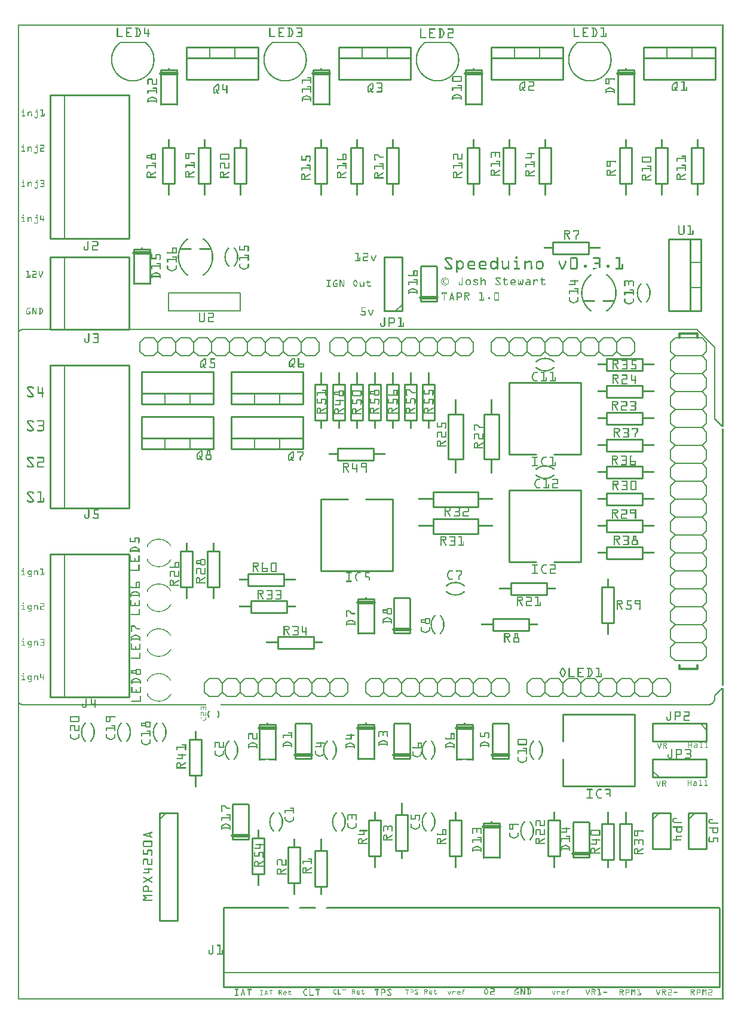
<source format=gto>
G04 MADE WITH FRITZING*
G04 WWW.FRITZING.ORG*
G04 DOUBLE SIDED*
G04 HOLES PLATED*
G04 CONTOUR ON CENTER OF CONTOUR VECTOR*
%ASAXBY*%
%FSLAX23Y23*%
%MOIN*%
%OFA0B0*%
%SFA1.0B1.0*%
%ADD10C,0.010000*%
%ADD11C,0.005000*%
%ADD12C,0.012000*%
%ADD13C,0.006000*%
%ADD14C,0.020000*%
%ADD15C,0.007874*%
%ADD16R,0.001000X0.001000*%
%LNSILK1*%
G90*
G70*
G54D10*
X1692Y2791D02*
X1692Y2391D01*
D02*
X1692Y2391D02*
X2092Y2391D01*
D02*
X2092Y2391D02*
X2092Y2791D01*
D02*
X1692Y2791D02*
X1842Y2791D01*
D02*
X1942Y2791D02*
X2092Y2791D01*
D02*
X3259Y2101D02*
X3259Y2301D01*
D02*
X3259Y2301D02*
X3325Y2301D01*
D02*
X3325Y2301D02*
X3325Y2101D01*
D02*
X3325Y2101D02*
X3259Y2101D01*
D02*
X1483Y2308D02*
X1283Y2308D01*
D02*
X1283Y2308D02*
X1283Y2374D01*
D02*
X1283Y2374D02*
X1483Y2374D01*
D02*
X1483Y2374D02*
X1483Y2308D01*
D02*
X1092Y3321D02*
X692Y3321D01*
D02*
X692Y3321D02*
X692Y3501D01*
D02*
X692Y3501D02*
X1092Y3501D01*
D02*
X1092Y3501D02*
X1092Y3321D01*
D02*
X1092Y3321D02*
X692Y3321D01*
D02*
X692Y3321D02*
X692Y3381D01*
D02*
X692Y3381D02*
X1092Y3381D01*
D02*
X1092Y3381D02*
X1092Y3321D01*
G54D11*
D02*
X962Y3321D02*
X962Y3381D01*
D02*
X822Y3321D02*
X822Y3381D01*
G54D10*
D02*
X1592Y3321D02*
X1192Y3321D01*
D02*
X1192Y3321D02*
X1192Y3501D01*
D02*
X1192Y3501D02*
X1592Y3501D01*
D02*
X1592Y3501D02*
X1592Y3321D01*
D02*
X1592Y3321D02*
X1192Y3321D01*
D02*
X1192Y3321D02*
X1192Y3381D01*
D02*
X1192Y3381D02*
X1592Y3381D01*
D02*
X1592Y3381D02*
X1592Y3321D01*
G54D11*
D02*
X1462Y3321D02*
X1462Y3381D01*
D02*
X1322Y3321D02*
X1322Y3381D01*
G54D10*
D02*
X1592Y3071D02*
X1192Y3071D01*
D02*
X1192Y3071D02*
X1192Y3251D01*
D02*
X1192Y3251D02*
X1592Y3251D01*
D02*
X1592Y3251D02*
X1592Y3071D01*
D02*
X1592Y3071D02*
X1192Y3071D01*
D02*
X1192Y3071D02*
X1192Y3131D01*
D02*
X1192Y3131D02*
X1592Y3131D01*
D02*
X1592Y3131D02*
X1592Y3071D01*
G54D11*
D02*
X1462Y3071D02*
X1462Y3131D01*
D02*
X1322Y3071D02*
X1322Y3131D01*
G54D10*
D02*
X1092Y3071D02*
X692Y3071D01*
D02*
X692Y3071D02*
X692Y3251D01*
D02*
X692Y3251D02*
X1092Y3251D01*
D02*
X1092Y3251D02*
X1092Y3071D01*
D02*
X1092Y3071D02*
X692Y3071D01*
D02*
X692Y3071D02*
X692Y3131D01*
D02*
X692Y3131D02*
X1092Y3131D01*
D02*
X1092Y3131D02*
X1092Y3071D01*
G54D11*
D02*
X962Y3071D02*
X962Y3131D01*
D02*
X822Y3071D02*
X822Y3131D01*
G54D10*
D02*
X1309Y701D02*
X1309Y901D01*
D02*
X1309Y901D02*
X1375Y901D01*
D02*
X1375Y901D02*
X1375Y701D01*
D02*
X1375Y701D02*
X1309Y701D01*
G54D12*
D02*
X3692Y1866D02*
X3692Y1846D01*
D02*
X3692Y1846D02*
X3792Y1846D01*
D02*
X3792Y1846D02*
X3792Y1866D01*
D02*
X3692Y3691D02*
X3692Y3716D01*
D02*
X3692Y3716D02*
X3792Y3716D01*
D02*
X3792Y3716D02*
X3792Y3691D01*
G54D13*
D02*
X3467Y1791D02*
X3517Y1791D01*
D02*
X3517Y1791D02*
X3542Y1766D01*
D02*
X3542Y1766D02*
X3542Y1716D01*
D02*
X3542Y1716D02*
X3517Y1691D01*
D02*
X3342Y1766D02*
X3367Y1791D01*
D02*
X3367Y1791D02*
X3417Y1791D01*
D02*
X3417Y1791D02*
X3442Y1766D01*
D02*
X3442Y1766D02*
X3442Y1716D01*
D02*
X3442Y1716D02*
X3417Y1691D01*
D02*
X3417Y1691D02*
X3367Y1691D01*
D02*
X3367Y1691D02*
X3342Y1716D01*
D02*
X3467Y1791D02*
X3442Y1766D01*
D02*
X3442Y1716D02*
X3467Y1691D01*
D02*
X3517Y1691D02*
X3467Y1691D01*
D02*
X3167Y1791D02*
X3217Y1791D01*
D02*
X3217Y1791D02*
X3242Y1766D01*
D02*
X3242Y1766D02*
X3242Y1716D01*
D02*
X3242Y1716D02*
X3217Y1691D01*
D02*
X3242Y1766D02*
X3267Y1791D01*
D02*
X3267Y1791D02*
X3317Y1791D01*
D02*
X3317Y1791D02*
X3342Y1766D01*
D02*
X3342Y1766D02*
X3342Y1716D01*
D02*
X3342Y1716D02*
X3317Y1691D01*
D02*
X3317Y1691D02*
X3267Y1691D01*
D02*
X3267Y1691D02*
X3242Y1716D01*
D02*
X3042Y1766D02*
X3067Y1791D01*
D02*
X3067Y1791D02*
X3117Y1791D01*
D02*
X3117Y1791D02*
X3142Y1766D01*
D02*
X3142Y1766D02*
X3142Y1716D01*
D02*
X3142Y1716D02*
X3117Y1691D01*
D02*
X3117Y1691D02*
X3067Y1691D01*
D02*
X3067Y1691D02*
X3042Y1716D01*
D02*
X3167Y1791D02*
X3142Y1766D01*
D02*
X3142Y1716D02*
X3167Y1691D01*
D02*
X3217Y1691D02*
X3167Y1691D01*
D02*
X2867Y1791D02*
X2917Y1791D01*
D02*
X2917Y1791D02*
X2942Y1766D01*
D02*
X2942Y1766D02*
X2942Y1716D01*
D02*
X2942Y1716D02*
X2917Y1691D01*
D02*
X2942Y1766D02*
X2967Y1791D01*
D02*
X2967Y1791D02*
X3017Y1791D01*
D02*
X3017Y1791D02*
X3042Y1766D01*
D02*
X3042Y1766D02*
X3042Y1716D01*
D02*
X3042Y1716D02*
X3017Y1691D01*
D02*
X3017Y1691D02*
X2967Y1691D01*
D02*
X2967Y1691D02*
X2942Y1716D01*
D02*
X2842Y1766D02*
X2842Y1716D01*
D02*
X2867Y1791D02*
X2842Y1766D01*
D02*
X2842Y1716D02*
X2867Y1691D01*
D02*
X2917Y1691D02*
X2867Y1691D01*
D02*
X3567Y1791D02*
X3617Y1791D01*
D02*
X3617Y1791D02*
X3642Y1766D01*
D02*
X3642Y1766D02*
X3642Y1716D01*
D02*
X3642Y1716D02*
X3617Y1691D01*
D02*
X3567Y1791D02*
X3542Y1766D01*
D02*
X3542Y1716D02*
X3567Y1691D01*
D02*
X3617Y1691D02*
X3567Y1691D01*
D02*
X2567Y1791D02*
X2617Y1791D01*
D02*
X2617Y1791D02*
X2642Y1766D01*
D02*
X2642Y1766D02*
X2642Y1716D01*
D02*
X2642Y1716D02*
X2617Y1691D01*
D02*
X2442Y1766D02*
X2467Y1791D01*
D02*
X2467Y1791D02*
X2517Y1791D01*
D02*
X2517Y1791D02*
X2542Y1766D01*
D02*
X2542Y1766D02*
X2542Y1716D01*
D02*
X2542Y1716D02*
X2517Y1691D01*
D02*
X2517Y1691D02*
X2467Y1691D01*
D02*
X2467Y1691D02*
X2442Y1716D01*
D02*
X2567Y1791D02*
X2542Y1766D01*
D02*
X2542Y1716D02*
X2567Y1691D01*
D02*
X2617Y1691D02*
X2567Y1691D01*
D02*
X2267Y1791D02*
X2317Y1791D01*
D02*
X2317Y1791D02*
X2342Y1766D01*
D02*
X2342Y1766D02*
X2342Y1716D01*
D02*
X2342Y1716D02*
X2317Y1691D01*
D02*
X2342Y1766D02*
X2367Y1791D01*
D02*
X2367Y1791D02*
X2417Y1791D01*
D02*
X2417Y1791D02*
X2442Y1766D01*
D02*
X2442Y1766D02*
X2442Y1716D01*
D02*
X2442Y1716D02*
X2417Y1691D01*
D02*
X2417Y1691D02*
X2367Y1691D01*
D02*
X2367Y1691D02*
X2342Y1716D01*
D02*
X2142Y1766D02*
X2167Y1791D01*
D02*
X2167Y1791D02*
X2217Y1791D01*
D02*
X2217Y1791D02*
X2242Y1766D01*
D02*
X2242Y1766D02*
X2242Y1716D01*
D02*
X2242Y1716D02*
X2217Y1691D01*
D02*
X2217Y1691D02*
X2167Y1691D01*
D02*
X2167Y1691D02*
X2142Y1716D01*
D02*
X2267Y1791D02*
X2242Y1766D01*
D02*
X2242Y1716D02*
X2267Y1691D01*
D02*
X2317Y1691D02*
X2267Y1691D01*
D02*
X1967Y1791D02*
X2017Y1791D01*
D02*
X2017Y1791D02*
X2042Y1766D01*
D02*
X2042Y1766D02*
X2042Y1716D01*
D02*
X2042Y1716D02*
X2017Y1691D01*
D02*
X2042Y1766D02*
X2067Y1791D01*
D02*
X2067Y1791D02*
X2117Y1791D01*
D02*
X2117Y1791D02*
X2142Y1766D01*
D02*
X2142Y1766D02*
X2142Y1716D01*
D02*
X2142Y1716D02*
X2117Y1691D01*
D02*
X2117Y1691D02*
X2067Y1691D01*
D02*
X2067Y1691D02*
X2042Y1716D01*
D02*
X1942Y1766D02*
X1942Y1716D01*
D02*
X1967Y1791D02*
X1942Y1766D01*
D02*
X1942Y1716D02*
X1967Y1691D01*
D02*
X2017Y1691D02*
X1967Y1691D01*
D02*
X2667Y1791D02*
X2717Y1791D01*
D02*
X2717Y1791D02*
X2742Y1766D01*
D02*
X2742Y1766D02*
X2742Y1716D01*
D02*
X2742Y1716D02*
X2717Y1691D01*
D02*
X2667Y1791D02*
X2642Y1766D01*
D02*
X2642Y1716D02*
X2667Y1691D01*
D02*
X2717Y1691D02*
X2667Y1691D01*
D02*
X2817Y3591D02*
X2767Y3591D01*
D02*
X2767Y3591D02*
X2742Y3616D01*
D02*
X2742Y3616D02*
X2742Y3666D01*
D02*
X2742Y3666D02*
X2767Y3691D01*
D02*
X2942Y3616D02*
X2917Y3591D01*
D02*
X2917Y3591D02*
X2867Y3591D01*
D02*
X2867Y3591D02*
X2842Y3616D01*
D02*
X2842Y3616D02*
X2842Y3666D01*
D02*
X2842Y3666D02*
X2867Y3691D01*
D02*
X2867Y3691D02*
X2917Y3691D01*
D02*
X2917Y3691D02*
X2942Y3666D01*
D02*
X2817Y3591D02*
X2842Y3616D01*
D02*
X2842Y3666D02*
X2817Y3691D01*
D02*
X2767Y3691D02*
X2817Y3691D01*
D02*
X3117Y3591D02*
X3067Y3591D01*
D02*
X3067Y3591D02*
X3042Y3616D01*
D02*
X3042Y3616D02*
X3042Y3666D01*
D02*
X3042Y3666D02*
X3067Y3691D01*
D02*
X3042Y3616D02*
X3017Y3591D01*
D02*
X3017Y3591D02*
X2967Y3591D01*
D02*
X2967Y3591D02*
X2942Y3616D01*
D02*
X2942Y3616D02*
X2942Y3666D01*
D02*
X2942Y3666D02*
X2967Y3691D01*
D02*
X2967Y3691D02*
X3017Y3691D01*
D02*
X3017Y3691D02*
X3042Y3666D01*
D02*
X3242Y3616D02*
X3217Y3591D01*
D02*
X3217Y3591D02*
X3167Y3591D01*
D02*
X3167Y3591D02*
X3142Y3616D01*
D02*
X3142Y3616D02*
X3142Y3666D01*
D02*
X3142Y3666D02*
X3167Y3691D01*
D02*
X3167Y3691D02*
X3217Y3691D01*
D02*
X3217Y3691D02*
X3242Y3666D01*
D02*
X3117Y3591D02*
X3142Y3616D01*
D02*
X3142Y3666D02*
X3117Y3691D01*
D02*
X3067Y3691D02*
X3117Y3691D01*
D02*
X3417Y3591D02*
X3367Y3591D01*
D02*
X3367Y3591D02*
X3342Y3616D01*
D02*
X3342Y3616D02*
X3342Y3666D01*
D02*
X3342Y3666D02*
X3367Y3691D01*
D02*
X3342Y3616D02*
X3317Y3591D01*
D02*
X3317Y3591D02*
X3267Y3591D01*
D02*
X3267Y3591D02*
X3242Y3616D01*
D02*
X3242Y3616D02*
X3242Y3666D01*
D02*
X3242Y3666D02*
X3267Y3691D01*
D02*
X3267Y3691D02*
X3317Y3691D01*
D02*
X3317Y3691D02*
X3342Y3666D01*
D02*
X3442Y3616D02*
X3442Y3666D01*
D02*
X3417Y3591D02*
X3442Y3616D01*
D02*
X3442Y3666D02*
X3417Y3691D01*
D02*
X3367Y3691D02*
X3417Y3691D01*
D02*
X2717Y3591D02*
X2667Y3591D01*
D02*
X2667Y3591D02*
X2642Y3616D01*
D02*
X2642Y3616D02*
X2642Y3666D01*
D02*
X2642Y3666D02*
X2667Y3691D01*
D02*
X2717Y3591D02*
X2742Y3616D01*
D02*
X2742Y3666D02*
X2717Y3691D01*
D02*
X2667Y3691D02*
X2717Y3691D01*
D02*
X1482Y3666D02*
X1507Y3691D01*
D02*
X1507Y3691D02*
X1557Y3691D01*
D02*
X1557Y3691D02*
X1582Y3666D01*
D02*
X1582Y3666D02*
X1582Y3616D01*
D02*
X1582Y3616D02*
X1557Y3591D01*
D02*
X1557Y3591D02*
X1507Y3591D01*
D02*
X1507Y3591D02*
X1482Y3616D01*
D02*
X1307Y3691D02*
X1357Y3691D01*
D02*
X1357Y3691D02*
X1382Y3666D01*
D02*
X1382Y3666D02*
X1382Y3616D01*
D02*
X1382Y3616D02*
X1357Y3591D01*
D02*
X1382Y3666D02*
X1407Y3691D01*
D02*
X1407Y3691D02*
X1457Y3691D01*
D02*
X1457Y3691D02*
X1482Y3666D01*
D02*
X1482Y3666D02*
X1482Y3616D01*
D02*
X1482Y3616D02*
X1457Y3591D01*
D02*
X1457Y3591D02*
X1407Y3591D01*
D02*
X1407Y3591D02*
X1382Y3616D01*
D02*
X1182Y3666D02*
X1207Y3691D01*
D02*
X1207Y3691D02*
X1257Y3691D01*
D02*
X1257Y3691D02*
X1282Y3666D01*
D02*
X1282Y3666D02*
X1282Y3616D01*
D02*
X1282Y3616D02*
X1257Y3591D01*
D02*
X1257Y3591D02*
X1207Y3591D01*
D02*
X1207Y3591D02*
X1182Y3616D01*
D02*
X1307Y3691D02*
X1282Y3666D01*
D02*
X1282Y3616D02*
X1307Y3591D01*
D02*
X1357Y3591D02*
X1307Y3591D01*
D02*
X1007Y3691D02*
X1057Y3691D01*
D02*
X1057Y3691D02*
X1082Y3666D01*
D02*
X1082Y3666D02*
X1082Y3616D01*
D02*
X1082Y3616D02*
X1057Y3591D01*
D02*
X1082Y3666D02*
X1107Y3691D01*
D02*
X1107Y3691D02*
X1157Y3691D01*
D02*
X1157Y3691D02*
X1182Y3666D01*
D02*
X1182Y3666D02*
X1182Y3616D01*
D02*
X1182Y3616D02*
X1157Y3591D01*
D02*
X1157Y3591D02*
X1107Y3591D01*
D02*
X1107Y3591D02*
X1082Y3616D01*
D02*
X882Y3666D02*
X907Y3691D01*
D02*
X907Y3691D02*
X957Y3691D01*
D02*
X957Y3691D02*
X982Y3666D01*
D02*
X982Y3666D02*
X982Y3616D01*
D02*
X982Y3616D02*
X957Y3591D01*
D02*
X957Y3591D02*
X907Y3591D01*
D02*
X907Y3591D02*
X882Y3616D01*
D02*
X1007Y3691D02*
X982Y3666D01*
D02*
X982Y3616D02*
X1007Y3591D01*
D02*
X1057Y3591D02*
X1007Y3591D01*
D02*
X707Y3691D02*
X757Y3691D01*
D02*
X757Y3691D02*
X782Y3666D01*
D02*
X782Y3666D02*
X782Y3616D01*
D02*
X782Y3616D02*
X757Y3591D01*
D02*
X782Y3666D02*
X807Y3691D01*
D02*
X807Y3691D02*
X857Y3691D01*
D02*
X857Y3691D02*
X882Y3666D01*
D02*
X882Y3666D02*
X882Y3616D01*
D02*
X882Y3616D02*
X857Y3591D01*
D02*
X857Y3591D02*
X807Y3591D01*
D02*
X807Y3591D02*
X782Y3616D01*
D02*
X682Y3666D02*
X682Y3616D01*
D02*
X707Y3691D02*
X682Y3666D01*
D02*
X682Y3616D02*
X707Y3591D01*
D02*
X757Y3591D02*
X707Y3591D01*
D02*
X1607Y3691D02*
X1657Y3691D01*
D02*
X1657Y3691D02*
X1682Y3666D01*
D02*
X1682Y3666D02*
X1682Y3616D01*
D02*
X1682Y3616D02*
X1657Y3591D01*
D02*
X1607Y3691D02*
X1582Y3666D01*
D02*
X1582Y3616D02*
X1607Y3591D01*
D02*
X1657Y3591D02*
X1607Y3591D01*
D02*
X1667Y1791D02*
X1717Y1791D01*
D02*
X1717Y1791D02*
X1742Y1766D01*
D02*
X1742Y1766D02*
X1742Y1716D01*
D02*
X1742Y1716D02*
X1717Y1691D01*
D02*
X1542Y1766D02*
X1567Y1791D01*
D02*
X1567Y1791D02*
X1617Y1791D01*
D02*
X1617Y1791D02*
X1642Y1766D01*
D02*
X1642Y1766D02*
X1642Y1716D01*
D02*
X1642Y1716D02*
X1617Y1691D01*
D02*
X1617Y1691D02*
X1567Y1691D01*
D02*
X1567Y1691D02*
X1542Y1716D01*
D02*
X1667Y1791D02*
X1642Y1766D01*
D02*
X1642Y1716D02*
X1667Y1691D01*
D02*
X1717Y1691D02*
X1667Y1691D01*
D02*
X1367Y1791D02*
X1417Y1791D01*
D02*
X1417Y1791D02*
X1442Y1766D01*
D02*
X1442Y1766D02*
X1442Y1716D01*
D02*
X1442Y1716D02*
X1417Y1691D01*
D02*
X1442Y1766D02*
X1467Y1791D01*
D02*
X1467Y1791D02*
X1517Y1791D01*
D02*
X1517Y1791D02*
X1542Y1766D01*
D02*
X1542Y1766D02*
X1542Y1716D01*
D02*
X1542Y1716D02*
X1517Y1691D01*
D02*
X1517Y1691D02*
X1467Y1691D01*
D02*
X1467Y1691D02*
X1442Y1716D01*
D02*
X1242Y1766D02*
X1267Y1791D01*
D02*
X1267Y1791D02*
X1317Y1791D01*
D02*
X1317Y1791D02*
X1342Y1766D01*
D02*
X1342Y1766D02*
X1342Y1716D01*
D02*
X1342Y1716D02*
X1317Y1691D01*
D02*
X1317Y1691D02*
X1267Y1691D01*
D02*
X1267Y1691D02*
X1242Y1716D01*
D02*
X1367Y1791D02*
X1342Y1766D01*
D02*
X1342Y1716D02*
X1367Y1691D01*
D02*
X1417Y1691D02*
X1367Y1691D01*
D02*
X1067Y1791D02*
X1117Y1791D01*
D02*
X1117Y1791D02*
X1142Y1766D01*
D02*
X1142Y1766D02*
X1142Y1716D01*
D02*
X1142Y1716D02*
X1117Y1691D01*
D02*
X1142Y1766D02*
X1167Y1791D01*
D02*
X1167Y1791D02*
X1217Y1791D01*
D02*
X1217Y1791D02*
X1242Y1766D01*
D02*
X1242Y1766D02*
X1242Y1716D01*
D02*
X1242Y1716D02*
X1217Y1691D01*
D02*
X1217Y1691D02*
X1167Y1691D01*
D02*
X1167Y1691D02*
X1142Y1716D01*
D02*
X1042Y1766D02*
X1042Y1716D01*
D02*
X1067Y1791D02*
X1042Y1766D01*
D02*
X1042Y1716D02*
X1067Y1691D01*
D02*
X1117Y1691D02*
X1067Y1691D01*
D02*
X1767Y1791D02*
X1817Y1791D01*
D02*
X1817Y1791D02*
X1842Y1766D01*
D02*
X1842Y1766D02*
X1842Y1716D01*
D02*
X1842Y1716D02*
X1817Y1691D01*
D02*
X1767Y1791D02*
X1742Y1766D01*
D02*
X1742Y1716D02*
X1767Y1691D01*
D02*
X1817Y1691D02*
X1767Y1691D01*
D02*
X1917Y3591D02*
X1867Y3591D01*
D02*
X1867Y3591D02*
X1842Y3616D01*
D02*
X1842Y3616D02*
X1842Y3666D01*
D02*
X1842Y3666D02*
X1867Y3691D01*
D02*
X2042Y3616D02*
X2017Y3591D01*
D02*
X2017Y3591D02*
X1967Y3591D01*
D02*
X1967Y3591D02*
X1942Y3616D01*
D02*
X1942Y3616D02*
X1942Y3666D01*
D02*
X1942Y3666D02*
X1967Y3691D01*
D02*
X1967Y3691D02*
X2017Y3691D01*
D02*
X2017Y3691D02*
X2042Y3666D01*
D02*
X1917Y3591D02*
X1942Y3616D01*
D02*
X1942Y3666D02*
X1917Y3691D01*
D02*
X1867Y3691D02*
X1917Y3691D01*
D02*
X2217Y3591D02*
X2167Y3591D01*
D02*
X2167Y3591D02*
X2142Y3616D01*
D02*
X2142Y3616D02*
X2142Y3666D01*
D02*
X2142Y3666D02*
X2167Y3691D01*
D02*
X2142Y3616D02*
X2117Y3591D01*
D02*
X2117Y3591D02*
X2067Y3591D01*
D02*
X2067Y3591D02*
X2042Y3616D01*
D02*
X2042Y3616D02*
X2042Y3666D01*
D02*
X2042Y3666D02*
X2067Y3691D01*
D02*
X2067Y3691D02*
X2117Y3691D01*
D02*
X2117Y3691D02*
X2142Y3666D01*
D02*
X2342Y3616D02*
X2317Y3591D01*
D02*
X2317Y3591D02*
X2267Y3591D01*
D02*
X2267Y3591D02*
X2242Y3616D01*
D02*
X2242Y3616D02*
X2242Y3666D01*
D02*
X2242Y3666D02*
X2267Y3691D01*
D02*
X2267Y3691D02*
X2317Y3691D01*
D02*
X2317Y3691D02*
X2342Y3666D01*
D02*
X2217Y3591D02*
X2242Y3616D01*
D02*
X2242Y3666D02*
X2217Y3691D01*
D02*
X2167Y3691D02*
X2217Y3691D01*
D02*
X2517Y3591D02*
X2467Y3591D01*
D02*
X2467Y3591D02*
X2442Y3616D01*
D02*
X2442Y3616D02*
X2442Y3666D01*
D02*
X2442Y3666D02*
X2467Y3691D01*
D02*
X2442Y3616D02*
X2417Y3591D01*
D02*
X2417Y3591D02*
X2367Y3591D01*
D02*
X2367Y3591D02*
X2342Y3616D01*
D02*
X2342Y3616D02*
X2342Y3666D01*
D02*
X2342Y3666D02*
X2367Y3691D01*
D02*
X2367Y3691D02*
X2417Y3691D01*
D02*
X2417Y3691D02*
X2442Y3666D01*
D02*
X2542Y3616D02*
X2542Y3666D01*
D02*
X2517Y3591D02*
X2542Y3616D01*
D02*
X2542Y3666D02*
X2517Y3691D01*
D02*
X2467Y3691D02*
X2517Y3691D01*
D02*
X1817Y3591D02*
X1767Y3591D01*
D02*
X1767Y3591D02*
X1742Y3616D01*
D02*
X1742Y3616D02*
X1742Y3666D01*
D02*
X1742Y3666D02*
X1767Y3691D01*
D02*
X1817Y3591D02*
X1842Y3616D01*
D02*
X1842Y3666D02*
X1817Y3691D01*
D02*
X1767Y3691D02*
X1817Y3691D01*
D02*
X3667Y3691D02*
X3642Y3666D01*
D02*
X3642Y3666D02*
X3642Y3616D01*
D02*
X3642Y3616D02*
X3667Y3591D01*
D02*
X3667Y3591D02*
X3642Y3566D01*
D02*
X3642Y3566D02*
X3642Y3516D01*
D02*
X3642Y3516D02*
X3667Y3491D01*
D02*
X3667Y3491D02*
X3642Y3466D01*
D02*
X3642Y3466D02*
X3642Y3416D01*
D02*
X3642Y3416D02*
X3667Y3391D01*
D02*
X3667Y3391D02*
X3642Y3366D01*
D02*
X3642Y3366D02*
X3642Y3316D01*
D02*
X3642Y3316D02*
X3667Y3291D01*
D02*
X3667Y3291D02*
X3642Y3266D01*
D02*
X3642Y3266D02*
X3642Y3216D01*
D02*
X3642Y3216D02*
X3667Y3191D01*
D02*
X3667Y3191D02*
X3642Y3166D01*
D02*
X3642Y3166D02*
X3642Y3116D01*
D02*
X3642Y3116D02*
X3667Y3091D01*
D02*
X3667Y3691D02*
X3817Y3691D01*
D02*
X3817Y3691D02*
X3842Y3666D01*
D02*
X3842Y3666D02*
X3842Y3616D01*
D02*
X3842Y3616D02*
X3817Y3591D01*
D02*
X3817Y3591D02*
X3842Y3566D01*
D02*
X3842Y3566D02*
X3842Y3516D01*
D02*
X3842Y3516D02*
X3817Y3491D01*
D02*
X3817Y3491D02*
X3842Y3466D01*
D02*
X3842Y3466D02*
X3842Y3416D01*
D02*
X3842Y3416D02*
X3817Y3391D01*
D02*
X3817Y3391D02*
X3842Y3366D01*
D02*
X3842Y3366D02*
X3842Y3316D01*
D02*
X3842Y3316D02*
X3817Y3291D01*
D02*
X3817Y3291D02*
X3842Y3266D01*
D02*
X3842Y3266D02*
X3842Y3216D01*
D02*
X3842Y3216D02*
X3817Y3191D01*
D02*
X3817Y3191D02*
X3842Y3166D01*
D02*
X3842Y3166D02*
X3842Y3116D01*
D02*
X3842Y3116D02*
X3817Y3091D01*
D02*
X3817Y3091D02*
X3842Y3066D01*
D02*
X3842Y3066D02*
X3842Y3016D01*
D02*
X3842Y3016D02*
X3817Y2991D01*
D02*
X3817Y2991D02*
X3842Y2966D01*
D02*
X3842Y2966D02*
X3842Y2916D01*
D02*
X3842Y2916D02*
X3817Y2891D01*
D02*
X3817Y2891D02*
X3842Y2866D01*
D02*
X3842Y2866D02*
X3842Y2816D01*
D02*
X3842Y2816D02*
X3817Y2791D01*
D02*
X3817Y2791D02*
X3842Y2766D01*
D02*
X3842Y2766D02*
X3842Y2716D01*
D02*
X3842Y2716D02*
X3817Y2691D01*
D02*
X3817Y2691D02*
X3842Y2666D01*
D02*
X3842Y2666D02*
X3842Y2616D01*
D02*
X3842Y2616D02*
X3817Y2591D01*
D02*
X3817Y2591D02*
X3842Y2566D01*
D02*
X3842Y2566D02*
X3842Y2516D01*
D02*
X3817Y2491D02*
X3842Y2516D01*
D02*
X3817Y2491D02*
X3842Y2466D01*
D02*
X3842Y2416D02*
X3842Y2466D01*
D02*
X3842Y2416D02*
X3817Y2391D01*
D02*
X3817Y2391D02*
X3842Y2366D01*
D02*
X3842Y2316D02*
X3842Y2366D01*
D02*
X3842Y2316D02*
X3817Y2291D01*
D02*
X3817Y2291D02*
X3842Y2266D01*
D02*
X3842Y2216D02*
X3842Y2266D01*
D02*
X3842Y2216D02*
X3817Y2191D01*
D02*
X3817Y2191D02*
X3842Y2166D01*
D02*
X3842Y2116D02*
X3842Y2166D01*
D02*
X3842Y2116D02*
X3817Y2091D01*
D02*
X3817Y2091D02*
X3842Y2066D01*
D02*
X3842Y2016D02*
X3842Y2066D01*
D02*
X3842Y2016D02*
X3817Y1991D01*
D02*
X3817Y1991D02*
X3842Y1966D01*
D02*
X3842Y1916D02*
X3842Y1966D01*
D02*
X3842Y1916D02*
X3817Y1891D01*
D02*
X3667Y1891D02*
X3642Y1916D01*
D02*
X3642Y1916D02*
X3642Y1966D01*
D02*
X3667Y1991D02*
X3642Y1966D01*
D02*
X3667Y1991D02*
X3642Y2016D01*
D02*
X3642Y2016D02*
X3642Y2066D01*
D02*
X3667Y2091D02*
X3642Y2066D01*
D02*
X3667Y2091D02*
X3642Y2116D01*
D02*
X3642Y2166D02*
X3642Y2116D01*
D02*
X3642Y2166D02*
X3667Y2191D01*
D02*
X3667Y2191D02*
X3642Y2216D01*
D02*
X3642Y2266D02*
X3642Y2216D01*
D02*
X3642Y2266D02*
X3667Y2291D01*
D02*
X3667Y2291D02*
X3642Y2316D01*
D02*
X3642Y2316D02*
X3642Y2366D01*
D02*
X3667Y2391D02*
X3642Y2366D01*
D02*
X3667Y2391D02*
X3642Y2416D01*
D02*
X3642Y2416D02*
X3642Y2466D01*
D02*
X3667Y2491D02*
X3642Y2466D01*
D02*
X3667Y2491D02*
X3642Y2516D01*
D02*
X3642Y2516D02*
X3642Y2566D01*
D02*
X3667Y2591D02*
X3642Y2566D01*
D02*
X3667Y2591D02*
X3642Y2616D01*
D02*
X3642Y2616D02*
X3642Y2666D01*
D02*
X3667Y2691D02*
X3642Y2666D01*
D02*
X3667Y2691D02*
X3642Y2716D01*
D02*
X3642Y2716D02*
X3642Y2766D01*
D02*
X3667Y2791D02*
X3642Y2766D01*
D02*
X3667Y2791D02*
X3642Y2816D01*
D02*
X3642Y2816D02*
X3642Y2866D01*
D02*
X3667Y2891D02*
X3642Y2866D01*
D02*
X3667Y2891D02*
X3642Y2916D01*
D02*
X3642Y2916D02*
X3642Y2966D01*
D02*
X3667Y2991D02*
X3642Y2966D01*
D02*
X3667Y2991D02*
X3642Y3016D01*
D02*
X3642Y3016D02*
X3642Y3066D01*
D02*
X3667Y3091D02*
X3642Y3066D01*
D02*
X3817Y3591D02*
X3667Y3591D01*
D02*
X3817Y3491D02*
X3667Y3491D01*
D02*
X3817Y3391D02*
X3667Y3391D01*
D02*
X3817Y3291D02*
X3667Y3291D01*
D02*
X3817Y3191D02*
X3667Y3191D01*
D02*
X3817Y3091D02*
X3667Y3091D01*
D02*
X3817Y2991D02*
X3667Y2991D01*
D02*
X3817Y2891D02*
X3667Y2891D01*
D02*
X3817Y2791D02*
X3667Y2791D01*
D02*
X3817Y2691D02*
X3667Y2691D01*
D02*
X3817Y2591D02*
X3667Y2591D01*
D02*
X3817Y2491D02*
X3667Y2491D01*
D02*
X3817Y2391D02*
X3667Y2391D01*
D02*
X3817Y2291D02*
X3667Y2291D01*
D02*
X3817Y2191D02*
X3667Y2191D01*
D02*
X3817Y2091D02*
X3667Y2091D01*
D02*
X3817Y1991D02*
X3667Y1991D01*
D02*
X3817Y1891D02*
X3667Y1891D01*
G54D10*
D02*
X2247Y3895D02*
X2247Y4090D01*
D02*
X2337Y4090D02*
X2337Y3895D01*
D02*
X2337Y3895D02*
X2247Y3895D01*
G54D14*
D02*
X2337Y3915D02*
X2247Y3915D01*
G54D10*
D02*
X959Y1251D02*
X959Y1451D01*
D02*
X959Y1451D02*
X1025Y1451D01*
D02*
X1025Y1451D02*
X1025Y1251D01*
D02*
X1025Y1251D02*
X959Y1251D01*
D02*
X792Y1041D02*
X792Y441D01*
D02*
X792Y441D02*
X892Y441D01*
D02*
X892Y441D02*
X892Y1041D01*
D02*
X892Y1041D02*
X792Y1041D01*
G54D11*
D02*
X792Y1006D02*
X827Y1041D01*
G54D10*
D02*
X3042Y1191D02*
X3442Y1191D01*
D02*
X3442Y1191D02*
X3442Y1591D01*
D02*
X3442Y1591D02*
X3042Y1591D01*
D02*
X3042Y1191D02*
X3042Y1341D01*
D02*
X3042Y1441D02*
X3042Y1591D01*
D02*
X3542Y1241D02*
X3842Y1241D01*
D02*
X3842Y1241D02*
X3842Y1341D01*
D02*
X3842Y1341D02*
X3542Y1341D01*
D02*
X3542Y1341D02*
X3542Y1241D01*
G54D11*
D02*
X3577Y1241D02*
X3542Y1276D01*
G54D10*
D02*
X3842Y1541D02*
X3542Y1541D01*
D02*
X3542Y1541D02*
X3542Y1441D01*
D02*
X3542Y1441D02*
X3842Y1441D01*
D02*
X3842Y1441D02*
X3842Y1541D01*
G54D11*
D02*
X3807Y1541D02*
X3842Y1506D01*
G54D10*
D02*
X2143Y3841D02*
X2143Y4141D01*
D02*
X2143Y4141D02*
X2043Y4141D01*
D02*
X2043Y4141D02*
X2043Y3841D01*
D02*
X2043Y3841D02*
X2143Y3841D01*
G54D11*
D02*
X2143Y3876D02*
X2108Y3841D01*
G54D10*
D02*
X3325Y982D02*
X3325Y782D01*
D02*
X3325Y782D02*
X3259Y782D01*
D02*
X3259Y782D02*
X3259Y982D01*
D02*
X3259Y982D02*
X3325Y982D01*
D02*
X3425Y982D02*
X3425Y782D01*
D02*
X3425Y782D02*
X3359Y782D01*
D02*
X3359Y782D02*
X3359Y982D01*
D02*
X3359Y982D02*
X3425Y982D01*
D02*
X3542Y1041D02*
X3542Y841D01*
D02*
X3542Y841D02*
X3642Y841D01*
D02*
X3642Y841D02*
X3642Y1041D01*
D02*
X3642Y1041D02*
X3542Y1041D01*
G54D11*
D02*
X3542Y1006D02*
X3577Y1041D01*
G54D10*
D02*
X3742Y1041D02*
X3742Y841D01*
D02*
X3742Y841D02*
X3842Y841D01*
D02*
X3842Y841D02*
X3842Y1041D01*
D02*
X3842Y1041D02*
X3742Y1041D01*
G54D11*
D02*
X3742Y1006D02*
X3777Y1041D01*
G54D10*
D02*
X3483Y2458D02*
X3283Y2458D01*
D02*
X3283Y2458D02*
X3283Y2524D01*
D02*
X3283Y2524D02*
X3483Y2524D01*
D02*
X3483Y2524D02*
X3483Y2458D01*
D02*
X2325Y3432D02*
X2325Y3232D01*
D02*
X2325Y3232D02*
X2259Y3232D01*
D02*
X2259Y3232D02*
X2259Y3432D01*
D02*
X2259Y3432D02*
X2325Y3432D01*
D02*
X1825Y3432D02*
X1825Y3232D01*
D02*
X1825Y3232D02*
X1759Y3232D01*
D02*
X1759Y3232D02*
X1759Y3432D01*
D02*
X1759Y3432D02*
X1825Y3432D01*
D02*
X3483Y3058D02*
X3283Y3058D01*
D02*
X3283Y3058D02*
X3283Y3124D01*
D02*
X3283Y3124D02*
X3483Y3124D01*
D02*
X3483Y3124D02*
X3483Y3058D01*
D02*
X3483Y2908D02*
X3283Y2908D01*
D02*
X3283Y2908D02*
X3283Y2974D01*
D02*
X3283Y2974D02*
X3483Y2974D01*
D02*
X3483Y2974D02*
X3483Y2908D01*
D02*
X2125Y3432D02*
X2125Y3232D01*
D02*
X2125Y3232D02*
X2059Y3232D01*
D02*
X2059Y3232D02*
X2059Y3432D01*
D02*
X2059Y3432D02*
X2125Y3432D01*
D02*
X1983Y3008D02*
X1783Y3008D01*
D02*
X1783Y3008D02*
X1783Y3074D01*
D02*
X1783Y3074D02*
X1983Y3074D01*
D02*
X1983Y3074D02*
X1983Y3008D01*
D02*
X3483Y3508D02*
X3283Y3508D01*
D02*
X3283Y3508D02*
X3283Y3574D01*
D02*
X3283Y3574D02*
X3483Y3574D01*
D02*
X3483Y3574D02*
X3483Y3508D01*
D02*
X3812Y4241D02*
X3812Y3841D01*
D02*
X3812Y3841D02*
X3632Y3841D01*
D02*
X3632Y3841D02*
X3632Y4241D01*
D02*
X3632Y4241D02*
X3812Y4241D01*
D02*
X3812Y4241D02*
X3812Y3841D01*
D02*
X3812Y3841D02*
X3752Y3841D01*
D02*
X3752Y3841D02*
X3752Y4241D01*
D02*
X3752Y4241D02*
X3812Y4241D01*
G54D11*
D02*
X3812Y4111D02*
X3752Y4111D01*
D02*
X3812Y3971D02*
X3752Y3971D01*
G54D10*
D02*
X737Y4187D02*
X737Y3992D01*
D02*
X647Y3992D02*
X647Y4187D01*
D02*
X647Y4187D02*
X737Y4187D01*
G54D14*
D02*
X647Y4167D02*
X737Y4167D01*
G54D11*
D02*
X842Y3941D02*
X842Y3841D01*
D02*
X842Y3841D02*
X1242Y3841D01*
D02*
X1242Y3841D02*
X1242Y3941D01*
D02*
X1242Y3941D02*
X842Y3941D01*
G54D10*
D02*
X3142Y2441D02*
X3142Y2841D01*
D02*
X3142Y2841D02*
X2742Y2841D01*
D02*
X2742Y2841D02*
X2742Y2441D01*
D02*
X3142Y2441D02*
X2992Y2441D01*
D02*
X2892Y2441D02*
X2742Y2441D01*
D02*
X3142Y3041D02*
X3142Y3441D01*
D02*
X3142Y3441D02*
X2742Y3441D01*
D02*
X2742Y3441D02*
X2742Y3041D01*
D02*
X3142Y3041D02*
X2992Y3041D01*
D02*
X2892Y3041D02*
X2742Y3041D01*
D02*
X3483Y2608D02*
X3283Y2608D01*
D02*
X3283Y2608D02*
X3283Y2674D01*
D02*
X3283Y2674D02*
X3483Y2674D01*
D02*
X3483Y2674D02*
X3483Y2608D01*
D02*
X2225Y3432D02*
X2225Y3232D01*
D02*
X2225Y3232D02*
X2159Y3232D01*
D02*
X2159Y3232D02*
X2159Y3432D01*
D02*
X2159Y3432D02*
X2225Y3432D01*
D02*
X1925Y3432D02*
X1925Y3232D01*
D02*
X1925Y3232D02*
X1859Y3232D01*
D02*
X1859Y3232D02*
X1859Y3432D01*
D02*
X1859Y3432D02*
X1925Y3432D01*
D02*
X3483Y3208D02*
X3283Y3208D01*
D02*
X3283Y3208D02*
X3283Y3274D01*
D02*
X3283Y3274D02*
X3483Y3274D01*
D02*
X3483Y3274D02*
X3483Y3208D01*
D02*
X3483Y2758D02*
X3283Y2758D01*
D02*
X3283Y2758D02*
X3283Y2824D01*
D02*
X3283Y2824D02*
X3483Y2824D01*
D02*
X3483Y2824D02*
X3483Y2758D01*
D02*
X2025Y3432D02*
X2025Y3232D01*
D02*
X2025Y3232D02*
X1959Y3232D01*
D02*
X1959Y3232D02*
X1959Y3432D01*
D02*
X1959Y3432D02*
X2025Y3432D01*
D02*
X1725Y3432D02*
X1725Y3232D01*
D02*
X1725Y3232D02*
X1659Y3232D01*
D02*
X1659Y3232D02*
X1659Y3432D01*
D02*
X1659Y3432D02*
X1725Y3432D01*
D02*
X3483Y3358D02*
X3283Y3358D01*
D02*
X3283Y3358D02*
X3283Y3424D01*
D02*
X3283Y3424D02*
X3483Y3424D01*
D02*
X3483Y3424D02*
X3483Y3358D01*
D02*
X2317Y2682D02*
X2567Y2682D01*
D02*
X2567Y2682D02*
X2567Y2600D01*
D02*
X2567Y2600D02*
X2317Y2600D01*
D02*
X2317Y2600D02*
X2317Y2682D01*
D02*
X2601Y3016D02*
X2601Y3266D01*
D02*
X2601Y3266D02*
X2683Y3266D01*
D02*
X2683Y3266D02*
X2683Y3016D01*
D02*
X2683Y3016D02*
X2601Y3016D01*
D02*
X2568Y2750D02*
X2318Y2750D01*
D02*
X2318Y2750D02*
X2318Y2832D01*
D02*
X2318Y2832D02*
X2568Y2832D01*
D02*
X2568Y2832D02*
X2568Y2750D01*
D02*
X2483Y3267D02*
X2483Y3017D01*
D02*
X2483Y3017D02*
X2401Y3017D01*
D02*
X2401Y3017D02*
X2401Y3267D01*
D02*
X2401Y3267D02*
X2483Y3267D01*
D02*
X1302Y2224D02*
X1502Y2224D01*
D02*
X1502Y2224D02*
X1502Y2158D01*
D02*
X1502Y2158D02*
X1302Y2158D01*
D02*
X1302Y2158D02*
X1302Y2224D01*
D02*
X1059Y2301D02*
X1059Y2501D01*
D02*
X1059Y2501D02*
X1125Y2501D01*
D02*
X1125Y2501D02*
X1125Y2301D01*
D02*
X1125Y2301D02*
X1059Y2301D01*
D02*
X1452Y2024D02*
X1652Y2024D01*
D02*
X1652Y2024D02*
X1652Y1958D01*
D02*
X1652Y1958D02*
X1452Y1958D01*
D02*
X1452Y1958D02*
X1452Y2024D01*
D02*
X909Y2301D02*
X909Y2501D01*
D02*
X909Y2501D02*
X975Y2501D01*
D02*
X975Y2501D02*
X975Y2301D01*
D02*
X975Y2301D02*
X909Y2301D01*
D02*
X2752Y2324D02*
X2952Y2324D01*
D02*
X2952Y2324D02*
X2952Y2258D01*
D02*
X2952Y2258D02*
X2752Y2258D01*
D02*
X2752Y2258D02*
X2752Y2324D01*
D02*
X2175Y1032D02*
X2175Y832D01*
D02*
X2175Y832D02*
X2109Y832D01*
D02*
X2109Y832D02*
X2109Y1032D01*
D02*
X2109Y1032D02*
X2175Y1032D01*
D02*
X1725Y832D02*
X1725Y632D01*
D02*
X1725Y632D02*
X1659Y632D01*
D02*
X1659Y632D02*
X1659Y832D01*
D02*
X1659Y832D02*
X1725Y832D01*
D02*
X1959Y801D02*
X1959Y1001D01*
D02*
X1959Y1001D02*
X2025Y1001D01*
D02*
X2025Y1001D02*
X2025Y801D01*
D02*
X2025Y801D02*
X1959Y801D01*
D02*
X1509Y651D02*
X1509Y851D01*
D02*
X1509Y851D02*
X1575Y851D01*
D02*
X1575Y851D02*
X1575Y651D01*
D02*
X1575Y651D02*
X1509Y651D01*
D02*
X2097Y1345D02*
X2097Y1540D01*
D02*
X2187Y1540D02*
X2187Y1345D01*
D02*
X2187Y1345D02*
X2097Y1345D01*
G54D14*
D02*
X2187Y1365D02*
X2097Y1365D01*
G54D10*
D02*
X1437Y1535D02*
X1437Y1340D01*
D02*
X1347Y1340D02*
X1347Y1535D01*
D02*
X1347Y1535D02*
X1437Y1535D01*
G54D14*
D02*
X1347Y1515D02*
X1437Y1515D01*
G54D10*
D02*
X1547Y1345D02*
X1547Y1540D01*
D02*
X1637Y1540D02*
X1637Y1345D01*
D02*
X1637Y1345D02*
X1547Y1345D01*
G54D14*
D02*
X1637Y1365D02*
X1547Y1365D01*
G54D10*
D02*
X1197Y895D02*
X1197Y1090D01*
D02*
X1287Y1090D02*
X1287Y895D01*
D02*
X1287Y895D02*
X1197Y895D01*
G54D14*
D02*
X1287Y915D02*
X1197Y915D01*
G54D10*
D02*
X2097Y2045D02*
X2097Y2240D01*
D02*
X2187Y2240D02*
X2187Y2045D01*
D02*
X2187Y2045D02*
X2097Y2045D01*
G54D14*
D02*
X2187Y2065D02*
X2097Y2065D01*
G54D10*
D02*
X1987Y1537D02*
X1987Y1342D01*
D02*
X1897Y1342D02*
X1897Y1537D01*
D02*
X1897Y1537D02*
X1987Y1537D01*
G54D14*
D02*
X1897Y1517D02*
X1987Y1517D01*
G54D10*
D02*
X622Y2741D02*
X622Y3539D01*
D02*
X622Y3539D02*
X182Y3539D01*
D02*
X182Y3539D02*
X182Y2741D01*
D02*
X182Y2741D02*
X622Y2741D01*
G54D11*
D02*
X262Y3539D02*
X262Y2741D01*
G54D10*
D02*
X1149Y512D02*
X1149Y72D01*
D02*
X1149Y72D02*
X3915Y72D01*
D02*
X3915Y72D02*
X3915Y512D01*
G54D11*
D02*
X1149Y152D02*
X3915Y152D01*
G54D10*
D02*
X2959Y801D02*
X2959Y1001D01*
D02*
X2959Y1001D02*
X3025Y1001D01*
D02*
X3025Y1001D02*
X3025Y801D01*
D02*
X3025Y801D02*
X2959Y801D01*
D02*
X2409Y801D02*
X2409Y1001D01*
D02*
X2409Y1001D02*
X2475Y1001D01*
D02*
X2475Y1001D02*
X2475Y801D01*
D02*
X2475Y801D02*
X2409Y801D01*
D02*
X3097Y795D02*
X3097Y990D01*
D02*
X3187Y990D02*
X3187Y795D01*
D02*
X3187Y795D02*
X3097Y795D01*
G54D14*
D02*
X3187Y815D02*
X3097Y815D01*
G54D10*
D02*
X2647Y1345D02*
X2647Y1540D01*
D02*
X2737Y1540D02*
X2737Y1345D01*
D02*
X2737Y1345D02*
X2647Y1345D01*
G54D14*
D02*
X2737Y1365D02*
X2647Y1365D01*
G54D10*
D02*
X2687Y987D02*
X2687Y792D01*
D02*
X2597Y792D02*
X2597Y987D01*
D02*
X2597Y987D02*
X2687Y987D01*
G54D14*
D02*
X2597Y967D02*
X2687Y967D01*
G54D10*
D02*
X2537Y1535D02*
X2537Y1340D01*
D02*
X2447Y1340D02*
X2447Y1535D01*
D02*
X2447Y1535D02*
X2537Y1535D01*
G54D14*
D02*
X2447Y1515D02*
X2537Y1515D01*
G54D10*
D02*
X3183Y4158D02*
X2983Y4158D01*
D02*
X2983Y4158D02*
X2983Y4224D01*
D02*
X2983Y4224D02*
X3183Y4224D01*
D02*
X3183Y4224D02*
X3183Y4158D01*
D02*
X2652Y2124D02*
X2852Y2124D01*
D02*
X2852Y2124D02*
X2852Y2058D01*
D02*
X2852Y2058D02*
X2652Y2058D01*
D02*
X2652Y2058D02*
X2652Y2124D01*
D02*
X1987Y2237D02*
X1987Y2042D01*
D02*
X1897Y2042D02*
X1897Y2237D01*
D02*
X1897Y2237D02*
X1987Y2237D01*
G54D14*
D02*
X1897Y2217D02*
X1987Y2217D01*
G54D10*
D02*
X809Y4551D02*
X809Y4751D01*
D02*
X809Y4751D02*
X875Y4751D01*
D02*
X875Y4751D02*
X875Y4551D01*
D02*
X875Y4551D02*
X809Y4551D01*
D02*
X2509Y4551D02*
X2509Y4751D01*
D02*
X2509Y4751D02*
X2575Y4751D01*
D02*
X2575Y4751D02*
X2575Y4551D01*
D02*
X2575Y4551D02*
X2509Y4551D01*
D02*
X1659Y4551D02*
X1659Y4751D01*
D02*
X1659Y4751D02*
X1725Y4751D01*
D02*
X1725Y4751D02*
X1725Y4551D01*
D02*
X1725Y4551D02*
X1659Y4551D01*
D02*
X3359Y4551D02*
X3359Y4751D01*
D02*
X3359Y4751D02*
X3425Y4751D01*
D02*
X3425Y4751D02*
X3425Y4551D01*
D02*
X3425Y4551D02*
X3359Y4551D01*
D02*
X887Y5187D02*
X887Y4992D01*
D02*
X797Y4992D02*
X797Y5187D01*
D02*
X797Y5187D02*
X887Y5187D01*
G54D14*
D02*
X797Y5167D02*
X887Y5167D01*
G54D10*
D02*
X2587Y5187D02*
X2587Y4992D01*
D02*
X2497Y4992D02*
X2497Y5187D01*
D02*
X2497Y5187D02*
X2587Y5187D01*
G54D14*
D02*
X2497Y5167D02*
X2587Y5167D01*
G54D10*
D02*
X1737Y5187D02*
X1737Y4992D01*
D02*
X1647Y4992D02*
X1647Y5187D01*
D02*
X1647Y5187D02*
X1737Y5187D01*
G54D14*
D02*
X1647Y5167D02*
X1737Y5167D01*
G54D10*
D02*
X3437Y5187D02*
X3437Y4992D01*
D02*
X3347Y4992D02*
X3347Y5187D01*
D02*
X3347Y5187D02*
X3437Y5187D01*
G54D14*
D02*
X3347Y5167D02*
X3437Y5167D01*
G54D10*
D02*
X942Y5311D02*
X1342Y5311D01*
D02*
X1342Y5311D02*
X1342Y5131D01*
D02*
X1342Y5131D02*
X942Y5131D01*
D02*
X942Y5131D02*
X942Y5311D01*
D02*
X942Y5311D02*
X1342Y5311D01*
D02*
X1342Y5311D02*
X1342Y5251D01*
D02*
X1342Y5251D02*
X942Y5251D01*
D02*
X942Y5251D02*
X942Y5311D01*
G54D11*
D02*
X1072Y5311D02*
X1072Y5251D01*
D02*
X1212Y5311D02*
X1212Y5251D01*
G54D10*
D02*
X2642Y5311D02*
X3042Y5311D01*
D02*
X3042Y5311D02*
X3042Y5131D01*
D02*
X3042Y5131D02*
X2642Y5131D01*
D02*
X2642Y5131D02*
X2642Y5311D01*
D02*
X2642Y5311D02*
X3042Y5311D01*
D02*
X3042Y5311D02*
X3042Y5251D01*
D02*
X3042Y5251D02*
X2642Y5251D01*
D02*
X2642Y5251D02*
X2642Y5311D01*
G54D11*
D02*
X2772Y5311D02*
X2772Y5251D01*
D02*
X2912Y5311D02*
X2912Y5251D01*
G54D10*
D02*
X1792Y5311D02*
X2192Y5311D01*
D02*
X2192Y5311D02*
X2192Y5131D01*
D02*
X2192Y5131D02*
X1792Y5131D01*
D02*
X1792Y5131D02*
X1792Y5311D01*
D02*
X1792Y5311D02*
X2192Y5311D01*
D02*
X2192Y5311D02*
X2192Y5251D01*
D02*
X2192Y5251D02*
X1792Y5251D01*
D02*
X1792Y5251D02*
X1792Y5311D01*
G54D11*
D02*
X1922Y5311D02*
X1922Y5251D01*
D02*
X2062Y5311D02*
X2062Y5251D01*
G54D10*
D02*
X3492Y5311D02*
X3892Y5311D01*
D02*
X3892Y5311D02*
X3892Y5131D01*
D02*
X3892Y5131D02*
X3492Y5131D01*
D02*
X3492Y5131D02*
X3492Y5311D01*
D02*
X3492Y5311D02*
X3892Y5311D01*
D02*
X3892Y5311D02*
X3892Y5251D01*
D02*
X3892Y5251D02*
X3492Y5251D01*
D02*
X3492Y5251D02*
X3492Y5311D01*
G54D11*
D02*
X3622Y5311D02*
X3622Y5251D01*
D02*
X3762Y5311D02*
X3762Y5251D01*
G54D10*
D02*
X1009Y4551D02*
X1009Y4751D01*
D02*
X1009Y4751D02*
X1075Y4751D01*
D02*
X1075Y4751D02*
X1075Y4551D01*
D02*
X1075Y4551D02*
X1009Y4551D01*
D02*
X2709Y4551D02*
X2709Y4751D01*
D02*
X2709Y4751D02*
X2775Y4751D01*
D02*
X2775Y4751D02*
X2775Y4551D01*
D02*
X2775Y4551D02*
X2709Y4551D01*
D02*
X1859Y4551D02*
X1859Y4751D01*
D02*
X1859Y4751D02*
X1925Y4751D01*
D02*
X1925Y4751D02*
X1925Y4551D01*
D02*
X1925Y4551D02*
X1859Y4551D01*
D02*
X3559Y4551D02*
X3559Y4751D01*
D02*
X3559Y4751D02*
X3625Y4751D01*
D02*
X3625Y4751D02*
X3625Y4551D01*
D02*
X3625Y4551D02*
X3559Y4551D01*
D02*
X1209Y4551D02*
X1209Y4751D01*
D02*
X1209Y4751D02*
X1275Y4751D01*
D02*
X1275Y4751D02*
X1275Y4551D01*
D02*
X1275Y4551D02*
X1209Y4551D01*
D02*
X2909Y4551D02*
X2909Y4751D01*
D02*
X2909Y4751D02*
X2975Y4751D01*
D02*
X2975Y4751D02*
X2975Y4551D01*
D02*
X2975Y4551D02*
X2909Y4551D01*
D02*
X2059Y4551D02*
X2059Y4751D01*
D02*
X2059Y4751D02*
X2125Y4751D01*
D02*
X2125Y4751D02*
X2125Y4551D01*
D02*
X2125Y4551D02*
X2059Y4551D01*
D02*
X3759Y4551D02*
X3759Y4751D01*
D02*
X3759Y4751D02*
X3825Y4751D01*
D02*
X3825Y4751D02*
X3825Y4551D01*
D02*
X3825Y4551D02*
X3759Y4551D01*
D02*
X622Y3738D02*
X622Y4142D01*
D02*
X622Y4142D02*
X182Y4142D01*
D02*
X182Y4142D02*
X182Y3738D01*
D02*
X182Y3738D02*
X622Y3738D01*
G54D11*
D02*
X262Y4142D02*
X262Y3738D01*
G54D10*
D02*
X622Y1688D02*
X622Y2485D01*
D02*
X622Y2485D02*
X182Y2485D01*
D02*
X182Y2485D02*
X182Y1688D01*
D02*
X182Y1688D02*
X622Y1688D01*
G54D11*
D02*
X262Y2485D02*
X262Y1688D01*
G54D10*
D02*
X622Y4247D02*
X622Y5045D01*
D02*
X622Y5045D02*
X182Y5045D01*
D02*
X182Y5045D02*
X182Y4247D01*
D02*
X182Y4247D02*
X622Y4247D01*
G54D11*
D02*
X262Y5045D02*
X262Y4247D01*
G54D15*
X712Y5338D02*
X571Y5338D01*
D02*
X2412Y5338D02*
X2271Y5338D01*
D02*
X1562Y5338D02*
X1421Y5338D01*
D02*
X3262Y5338D02*
X3121Y5338D01*
D02*
G54D16*
X0Y5439D02*
X3936Y5439D01*
X0Y5438D02*
X3936Y5438D01*
X0Y5437D02*
X3936Y5437D01*
X0Y5436D02*
X3936Y5436D01*
X0Y5435D02*
X3936Y5435D01*
X0Y5434D02*
X3936Y5434D01*
X0Y5433D02*
X3936Y5433D01*
X0Y5432D02*
X3936Y5432D01*
X0Y5431D02*
X7Y5431D01*
X3929Y5431D02*
X3936Y5431D01*
X0Y5430D02*
X7Y5430D01*
X3929Y5430D02*
X3936Y5430D01*
X0Y5429D02*
X7Y5429D01*
X3929Y5429D02*
X3936Y5429D01*
X0Y5428D02*
X7Y5428D01*
X3929Y5428D02*
X3936Y5428D01*
X0Y5427D02*
X7Y5427D01*
X3929Y5427D02*
X3936Y5427D01*
X0Y5426D02*
X7Y5426D01*
X3929Y5426D02*
X3936Y5426D01*
X0Y5425D02*
X7Y5425D01*
X3929Y5425D02*
X3936Y5425D01*
X0Y5424D02*
X7Y5424D01*
X3929Y5424D02*
X3936Y5424D01*
X0Y5423D02*
X7Y5423D01*
X3929Y5423D02*
X3936Y5423D01*
X0Y5422D02*
X7Y5422D01*
X3929Y5422D02*
X3936Y5422D01*
X0Y5421D02*
X7Y5421D01*
X556Y5421D02*
X557Y5421D01*
X604Y5421D02*
X635Y5421D01*
X656Y5421D02*
X672Y5421D01*
X708Y5421D02*
X710Y5421D01*
X1406Y5421D02*
X1407Y5421D01*
X1454Y5421D02*
X1485Y5421D01*
X1506Y5421D02*
X1522Y5421D01*
X1556Y5421D02*
X1583Y5421D01*
X3102Y5421D02*
X3104Y5421D01*
X3150Y5421D02*
X3181Y5421D01*
X3202Y5421D02*
X3218Y5421D01*
X3252Y5421D02*
X3270Y5421D01*
X3929Y5421D02*
X3936Y5421D01*
X0Y5420D02*
X7Y5420D01*
X554Y5420D02*
X559Y5420D01*
X604Y5420D02*
X636Y5420D01*
X655Y5420D02*
X674Y5420D01*
X707Y5420D02*
X711Y5420D01*
X1404Y5420D02*
X1409Y5420D01*
X1454Y5420D02*
X1486Y5420D01*
X1505Y5420D02*
X1524Y5420D01*
X1555Y5420D02*
X1585Y5420D01*
X3101Y5420D02*
X3105Y5420D01*
X3150Y5420D02*
X3183Y5420D01*
X3201Y5420D02*
X3221Y5420D01*
X3251Y5420D02*
X3270Y5420D01*
X3929Y5420D02*
X3936Y5420D01*
X0Y5419D02*
X7Y5419D01*
X554Y5419D02*
X559Y5419D01*
X604Y5419D02*
X637Y5419D01*
X654Y5419D02*
X676Y5419D01*
X706Y5419D02*
X712Y5419D01*
X1404Y5419D02*
X1409Y5419D01*
X1454Y5419D02*
X1487Y5419D01*
X1504Y5419D02*
X1526Y5419D01*
X1554Y5419D02*
X1586Y5419D01*
X3100Y5419D02*
X3106Y5419D01*
X3150Y5419D02*
X3183Y5419D01*
X3200Y5419D02*
X3222Y5419D01*
X3251Y5419D02*
X3270Y5419D01*
X3929Y5419D02*
X3936Y5419D01*
X0Y5418D02*
X7Y5418D01*
X554Y5418D02*
X559Y5418D01*
X604Y5418D02*
X637Y5418D01*
X654Y5418D02*
X677Y5418D01*
X706Y5418D02*
X712Y5418D01*
X1404Y5418D02*
X1409Y5418D01*
X1454Y5418D02*
X1487Y5418D01*
X1504Y5418D02*
X1527Y5418D01*
X1554Y5418D02*
X1587Y5418D01*
X3100Y5418D02*
X3106Y5418D01*
X3150Y5418D02*
X3184Y5418D01*
X3200Y5418D02*
X3223Y5418D01*
X3250Y5418D02*
X3270Y5418D01*
X3929Y5418D02*
X3936Y5418D01*
X0Y5417D02*
X7Y5417D01*
X553Y5417D02*
X560Y5417D01*
X604Y5417D02*
X637Y5417D01*
X654Y5417D02*
X678Y5417D01*
X706Y5417D02*
X712Y5417D01*
X1403Y5417D02*
X1410Y5417D01*
X1454Y5417D02*
X1487Y5417D01*
X1504Y5417D02*
X1528Y5417D01*
X1554Y5417D02*
X1587Y5417D01*
X2248Y5417D02*
X2250Y5417D01*
X2296Y5417D02*
X2328Y5417D01*
X2348Y5417D02*
X2365Y5417D01*
X2398Y5417D02*
X2426Y5417D01*
X3100Y5417D02*
X3106Y5417D01*
X3150Y5417D02*
X3183Y5417D01*
X3200Y5417D02*
X3224Y5417D01*
X3251Y5417D02*
X3270Y5417D01*
X3929Y5417D02*
X3936Y5417D01*
X0Y5416D02*
X7Y5416D01*
X553Y5416D02*
X560Y5416D01*
X604Y5416D02*
X637Y5416D01*
X655Y5416D02*
X678Y5416D01*
X706Y5416D02*
X712Y5416D01*
X1403Y5416D02*
X1410Y5416D01*
X1454Y5416D02*
X1487Y5416D01*
X1505Y5416D02*
X1528Y5416D01*
X1555Y5416D02*
X1587Y5416D01*
X2247Y5416D02*
X2251Y5416D01*
X2296Y5416D02*
X2329Y5416D01*
X2347Y5416D02*
X2367Y5416D01*
X2397Y5416D02*
X2428Y5416D01*
X3100Y5416D02*
X3106Y5416D01*
X3150Y5416D02*
X3183Y5416D01*
X3201Y5416D02*
X3225Y5416D01*
X3251Y5416D02*
X3270Y5416D01*
X3929Y5416D02*
X3936Y5416D01*
X0Y5415D02*
X7Y5415D01*
X553Y5415D02*
X560Y5415D01*
X604Y5415D02*
X636Y5415D01*
X655Y5415D02*
X679Y5415D01*
X706Y5415D02*
X712Y5415D01*
X728Y5415D02*
X731Y5415D01*
X1403Y5415D02*
X1410Y5415D01*
X1454Y5415D02*
X1486Y5415D01*
X1505Y5415D02*
X1529Y5415D01*
X1556Y5415D02*
X1588Y5415D01*
X2246Y5415D02*
X2252Y5415D01*
X2296Y5415D02*
X2330Y5415D01*
X2347Y5415D02*
X2369Y5415D01*
X2397Y5415D02*
X2429Y5415D01*
X3100Y5415D02*
X3106Y5415D01*
X3150Y5415D02*
X3182Y5415D01*
X3202Y5415D02*
X3225Y5415D01*
X3252Y5415D02*
X3270Y5415D01*
X3929Y5415D02*
X3936Y5415D01*
X0Y5414D02*
X7Y5414D01*
X553Y5414D02*
X560Y5414D01*
X604Y5414D02*
X610Y5414D01*
X661Y5414D02*
X667Y5414D01*
X672Y5414D02*
X679Y5414D01*
X706Y5414D02*
X712Y5414D01*
X727Y5414D02*
X732Y5414D01*
X1403Y5414D02*
X1410Y5414D01*
X1454Y5414D02*
X1460Y5414D01*
X1511Y5414D02*
X1517Y5414D01*
X1522Y5414D02*
X1529Y5414D01*
X1582Y5414D02*
X1588Y5414D01*
X2246Y5414D02*
X2252Y5414D01*
X2296Y5414D02*
X2330Y5414D01*
X2347Y5414D02*
X2370Y5414D01*
X2397Y5414D02*
X2429Y5414D01*
X3100Y5414D02*
X3106Y5414D01*
X3150Y5414D02*
X3156Y5414D01*
X3207Y5414D02*
X3213Y5414D01*
X3218Y5414D02*
X3226Y5414D01*
X3264Y5414D02*
X3270Y5414D01*
X3929Y5414D02*
X3936Y5414D01*
X0Y5413D02*
X7Y5413D01*
X553Y5413D02*
X560Y5413D01*
X604Y5413D02*
X610Y5413D01*
X661Y5413D02*
X667Y5413D01*
X673Y5413D02*
X680Y5413D01*
X706Y5413D02*
X712Y5413D01*
X727Y5413D02*
X732Y5413D01*
X1403Y5413D02*
X1410Y5413D01*
X1454Y5413D02*
X1460Y5413D01*
X1511Y5413D02*
X1517Y5413D01*
X1523Y5413D02*
X1530Y5413D01*
X1582Y5413D02*
X1588Y5413D01*
X2246Y5413D02*
X2252Y5413D01*
X2296Y5413D02*
X2330Y5413D01*
X2347Y5413D02*
X2370Y5413D01*
X2397Y5413D02*
X2430Y5413D01*
X3100Y5413D02*
X3106Y5413D01*
X3150Y5413D02*
X3156Y5413D01*
X3207Y5413D02*
X3213Y5413D01*
X3219Y5413D02*
X3226Y5413D01*
X3264Y5413D02*
X3270Y5413D01*
X3929Y5413D02*
X3936Y5413D01*
X0Y5412D02*
X7Y5412D01*
X553Y5412D02*
X560Y5412D01*
X604Y5412D02*
X610Y5412D01*
X661Y5412D02*
X667Y5412D01*
X674Y5412D02*
X680Y5412D01*
X706Y5412D02*
X712Y5412D01*
X726Y5412D02*
X732Y5412D01*
X1403Y5412D02*
X1410Y5412D01*
X1454Y5412D02*
X1460Y5412D01*
X1511Y5412D02*
X1517Y5412D01*
X1524Y5412D02*
X1530Y5412D01*
X1582Y5412D02*
X1588Y5412D01*
X2246Y5412D02*
X2252Y5412D01*
X2296Y5412D02*
X2329Y5412D01*
X2347Y5412D02*
X2371Y5412D01*
X2398Y5412D02*
X2430Y5412D01*
X3100Y5412D02*
X3106Y5412D01*
X3150Y5412D02*
X3156Y5412D01*
X3207Y5412D02*
X3213Y5412D01*
X3220Y5412D02*
X3227Y5412D01*
X3264Y5412D02*
X3270Y5412D01*
X3929Y5412D02*
X3936Y5412D01*
X0Y5411D02*
X7Y5411D01*
X553Y5411D02*
X560Y5411D01*
X604Y5411D02*
X610Y5411D01*
X661Y5411D02*
X667Y5411D01*
X674Y5411D02*
X681Y5411D01*
X706Y5411D02*
X712Y5411D01*
X726Y5411D02*
X732Y5411D01*
X1403Y5411D02*
X1410Y5411D01*
X1454Y5411D02*
X1460Y5411D01*
X1511Y5411D02*
X1517Y5411D01*
X1524Y5411D02*
X1531Y5411D01*
X1582Y5411D02*
X1588Y5411D01*
X2246Y5411D02*
X2252Y5411D01*
X2296Y5411D02*
X2328Y5411D01*
X2349Y5411D02*
X2372Y5411D01*
X2399Y5411D02*
X2430Y5411D01*
X3100Y5411D02*
X3106Y5411D01*
X3150Y5411D02*
X3156Y5411D01*
X3207Y5411D02*
X3213Y5411D01*
X3220Y5411D02*
X3227Y5411D01*
X3264Y5411D02*
X3270Y5411D01*
X3929Y5411D02*
X3936Y5411D01*
X0Y5410D02*
X7Y5410D01*
X553Y5410D02*
X560Y5410D01*
X604Y5410D02*
X610Y5410D01*
X661Y5410D02*
X667Y5410D01*
X675Y5410D02*
X681Y5410D01*
X706Y5410D02*
X712Y5410D01*
X726Y5410D02*
X732Y5410D01*
X1403Y5410D02*
X1410Y5410D01*
X1454Y5410D02*
X1460Y5410D01*
X1511Y5410D02*
X1517Y5410D01*
X1525Y5410D02*
X1531Y5410D01*
X1582Y5410D02*
X1588Y5410D01*
X2246Y5410D02*
X2252Y5410D01*
X2296Y5410D02*
X2302Y5410D01*
X2353Y5410D02*
X2359Y5410D01*
X2365Y5410D02*
X2372Y5410D01*
X2424Y5410D02*
X2430Y5410D01*
X3100Y5410D02*
X3106Y5410D01*
X3150Y5410D02*
X3156Y5410D01*
X3207Y5410D02*
X3213Y5410D01*
X3221Y5410D02*
X3228Y5410D01*
X3264Y5410D02*
X3270Y5410D01*
X3929Y5410D02*
X3936Y5410D01*
X0Y5409D02*
X7Y5409D01*
X553Y5409D02*
X560Y5409D01*
X604Y5409D02*
X610Y5409D01*
X661Y5409D02*
X667Y5409D01*
X675Y5409D02*
X682Y5409D01*
X706Y5409D02*
X712Y5409D01*
X726Y5409D02*
X732Y5409D01*
X1403Y5409D02*
X1410Y5409D01*
X1454Y5409D02*
X1460Y5409D01*
X1511Y5409D02*
X1517Y5409D01*
X1525Y5409D02*
X1532Y5409D01*
X1582Y5409D02*
X1588Y5409D01*
X2246Y5409D02*
X2252Y5409D01*
X2296Y5409D02*
X2302Y5409D01*
X2353Y5409D02*
X2359Y5409D01*
X2366Y5409D02*
X2373Y5409D01*
X2424Y5409D02*
X2430Y5409D01*
X3100Y5409D02*
X3106Y5409D01*
X3150Y5409D02*
X3156Y5409D01*
X3207Y5409D02*
X3213Y5409D01*
X3221Y5409D02*
X3228Y5409D01*
X3264Y5409D02*
X3270Y5409D01*
X3929Y5409D02*
X3936Y5409D01*
X0Y5408D02*
X7Y5408D01*
X553Y5408D02*
X560Y5408D01*
X604Y5408D02*
X610Y5408D01*
X661Y5408D02*
X667Y5408D01*
X676Y5408D02*
X682Y5408D01*
X706Y5408D02*
X712Y5408D01*
X726Y5408D02*
X732Y5408D01*
X1403Y5408D02*
X1410Y5408D01*
X1454Y5408D02*
X1460Y5408D01*
X1511Y5408D02*
X1517Y5408D01*
X1526Y5408D02*
X1532Y5408D01*
X1582Y5408D02*
X1588Y5408D01*
X2246Y5408D02*
X2252Y5408D01*
X2296Y5408D02*
X2302Y5408D01*
X2353Y5408D02*
X2359Y5408D01*
X2366Y5408D02*
X2373Y5408D01*
X2424Y5408D02*
X2430Y5408D01*
X3100Y5408D02*
X3106Y5408D01*
X3150Y5408D02*
X3156Y5408D01*
X3207Y5408D02*
X3213Y5408D01*
X3222Y5408D02*
X3229Y5408D01*
X3264Y5408D02*
X3270Y5408D01*
X3929Y5408D02*
X3936Y5408D01*
X0Y5407D02*
X7Y5407D01*
X553Y5407D02*
X560Y5407D01*
X604Y5407D02*
X610Y5407D01*
X661Y5407D02*
X667Y5407D01*
X676Y5407D02*
X683Y5407D01*
X706Y5407D02*
X712Y5407D01*
X726Y5407D02*
X732Y5407D01*
X1403Y5407D02*
X1410Y5407D01*
X1454Y5407D02*
X1460Y5407D01*
X1511Y5407D02*
X1517Y5407D01*
X1526Y5407D02*
X1533Y5407D01*
X1582Y5407D02*
X1588Y5407D01*
X2246Y5407D02*
X2252Y5407D01*
X2296Y5407D02*
X2302Y5407D01*
X2353Y5407D02*
X2359Y5407D01*
X2367Y5407D02*
X2374Y5407D01*
X2424Y5407D02*
X2430Y5407D01*
X3100Y5407D02*
X3106Y5407D01*
X3150Y5407D02*
X3156Y5407D01*
X3207Y5407D02*
X3213Y5407D01*
X3222Y5407D02*
X3229Y5407D01*
X3264Y5407D02*
X3270Y5407D01*
X3929Y5407D02*
X3936Y5407D01*
X0Y5406D02*
X7Y5406D01*
X553Y5406D02*
X560Y5406D01*
X604Y5406D02*
X610Y5406D01*
X661Y5406D02*
X667Y5406D01*
X677Y5406D02*
X683Y5406D01*
X706Y5406D02*
X712Y5406D01*
X726Y5406D02*
X732Y5406D01*
X1403Y5406D02*
X1410Y5406D01*
X1454Y5406D02*
X1460Y5406D01*
X1511Y5406D02*
X1517Y5406D01*
X1527Y5406D02*
X1533Y5406D01*
X1582Y5406D02*
X1588Y5406D01*
X2246Y5406D02*
X2252Y5406D01*
X2296Y5406D02*
X2302Y5406D01*
X2353Y5406D02*
X2359Y5406D01*
X2367Y5406D02*
X2374Y5406D01*
X2424Y5406D02*
X2430Y5406D01*
X3100Y5406D02*
X3106Y5406D01*
X3150Y5406D02*
X3156Y5406D01*
X3207Y5406D02*
X3213Y5406D01*
X3223Y5406D02*
X3230Y5406D01*
X3264Y5406D02*
X3270Y5406D01*
X3929Y5406D02*
X3936Y5406D01*
X0Y5405D02*
X7Y5405D01*
X553Y5405D02*
X560Y5405D01*
X604Y5405D02*
X610Y5405D01*
X661Y5405D02*
X667Y5405D01*
X677Y5405D02*
X684Y5405D01*
X706Y5405D02*
X712Y5405D01*
X726Y5405D02*
X732Y5405D01*
X1403Y5405D02*
X1410Y5405D01*
X1454Y5405D02*
X1460Y5405D01*
X1511Y5405D02*
X1517Y5405D01*
X1527Y5405D02*
X1534Y5405D01*
X1582Y5405D02*
X1588Y5405D01*
X2246Y5405D02*
X2252Y5405D01*
X2296Y5405D02*
X2302Y5405D01*
X2353Y5405D02*
X2359Y5405D01*
X2368Y5405D02*
X2375Y5405D01*
X2424Y5405D02*
X2430Y5405D01*
X3100Y5405D02*
X3106Y5405D01*
X3150Y5405D02*
X3156Y5405D01*
X3207Y5405D02*
X3213Y5405D01*
X3223Y5405D02*
X3230Y5405D01*
X3264Y5405D02*
X3270Y5405D01*
X3929Y5405D02*
X3936Y5405D01*
X0Y5404D02*
X7Y5404D01*
X553Y5404D02*
X560Y5404D01*
X604Y5404D02*
X610Y5404D01*
X661Y5404D02*
X667Y5404D01*
X678Y5404D02*
X684Y5404D01*
X706Y5404D02*
X712Y5404D01*
X726Y5404D02*
X732Y5404D01*
X1403Y5404D02*
X1410Y5404D01*
X1454Y5404D02*
X1460Y5404D01*
X1511Y5404D02*
X1517Y5404D01*
X1528Y5404D02*
X1534Y5404D01*
X1582Y5404D02*
X1588Y5404D01*
X2246Y5404D02*
X2252Y5404D01*
X2296Y5404D02*
X2302Y5404D01*
X2353Y5404D02*
X2359Y5404D01*
X2368Y5404D02*
X2375Y5404D01*
X2424Y5404D02*
X2430Y5404D01*
X3100Y5404D02*
X3106Y5404D01*
X3150Y5404D02*
X3156Y5404D01*
X3207Y5404D02*
X3213Y5404D01*
X3224Y5404D02*
X3231Y5404D01*
X3264Y5404D02*
X3270Y5404D01*
X3929Y5404D02*
X3936Y5404D01*
X0Y5403D02*
X7Y5403D01*
X553Y5403D02*
X560Y5403D01*
X604Y5403D02*
X610Y5403D01*
X661Y5403D02*
X667Y5403D01*
X678Y5403D02*
X685Y5403D01*
X706Y5403D02*
X712Y5403D01*
X726Y5403D02*
X732Y5403D01*
X1403Y5403D02*
X1410Y5403D01*
X1454Y5403D02*
X1460Y5403D01*
X1511Y5403D02*
X1517Y5403D01*
X1528Y5403D02*
X1535Y5403D01*
X1582Y5403D02*
X1588Y5403D01*
X2246Y5403D02*
X2252Y5403D01*
X2296Y5403D02*
X2302Y5403D01*
X2353Y5403D02*
X2359Y5403D01*
X2369Y5403D02*
X2376Y5403D01*
X2424Y5403D02*
X2430Y5403D01*
X3100Y5403D02*
X3106Y5403D01*
X3150Y5403D02*
X3156Y5403D01*
X3207Y5403D02*
X3213Y5403D01*
X3224Y5403D02*
X3231Y5403D01*
X3264Y5403D02*
X3270Y5403D01*
X3929Y5403D02*
X3936Y5403D01*
X0Y5402D02*
X7Y5402D01*
X553Y5402D02*
X560Y5402D01*
X604Y5402D02*
X610Y5402D01*
X661Y5402D02*
X667Y5402D01*
X679Y5402D02*
X685Y5402D01*
X706Y5402D02*
X712Y5402D01*
X726Y5402D02*
X732Y5402D01*
X1403Y5402D02*
X1410Y5402D01*
X1454Y5402D02*
X1460Y5402D01*
X1511Y5402D02*
X1517Y5402D01*
X1529Y5402D02*
X1535Y5402D01*
X1582Y5402D02*
X1588Y5402D01*
X2246Y5402D02*
X2252Y5402D01*
X2296Y5402D02*
X2302Y5402D01*
X2353Y5402D02*
X2359Y5402D01*
X2369Y5402D02*
X2376Y5402D01*
X2424Y5402D02*
X2430Y5402D01*
X3100Y5402D02*
X3106Y5402D01*
X3150Y5402D02*
X3156Y5402D01*
X3207Y5402D02*
X3213Y5402D01*
X3225Y5402D02*
X3232Y5402D01*
X3264Y5402D02*
X3270Y5402D01*
X3929Y5402D02*
X3936Y5402D01*
X0Y5401D02*
X7Y5401D01*
X553Y5401D02*
X560Y5401D01*
X604Y5401D02*
X610Y5401D01*
X661Y5401D02*
X667Y5401D01*
X679Y5401D02*
X686Y5401D01*
X706Y5401D02*
X712Y5401D01*
X726Y5401D02*
X732Y5401D01*
X1403Y5401D02*
X1410Y5401D01*
X1454Y5401D02*
X1460Y5401D01*
X1511Y5401D02*
X1517Y5401D01*
X1529Y5401D02*
X1536Y5401D01*
X1582Y5401D02*
X1588Y5401D01*
X2246Y5401D02*
X2252Y5401D01*
X2296Y5401D02*
X2302Y5401D01*
X2353Y5401D02*
X2359Y5401D01*
X2370Y5401D02*
X2377Y5401D01*
X2424Y5401D02*
X2430Y5401D01*
X3100Y5401D02*
X3106Y5401D01*
X3150Y5401D02*
X3156Y5401D01*
X3207Y5401D02*
X3213Y5401D01*
X3225Y5401D02*
X3232Y5401D01*
X3264Y5401D02*
X3270Y5401D01*
X3929Y5401D02*
X3936Y5401D01*
X0Y5400D02*
X7Y5400D01*
X553Y5400D02*
X560Y5400D01*
X604Y5400D02*
X610Y5400D01*
X661Y5400D02*
X667Y5400D01*
X680Y5400D02*
X686Y5400D01*
X706Y5400D02*
X712Y5400D01*
X726Y5400D02*
X732Y5400D01*
X1403Y5400D02*
X1410Y5400D01*
X1454Y5400D02*
X1460Y5400D01*
X1511Y5400D02*
X1517Y5400D01*
X1530Y5400D02*
X1536Y5400D01*
X1581Y5400D02*
X1588Y5400D01*
X2246Y5400D02*
X2252Y5400D01*
X2296Y5400D02*
X2302Y5400D01*
X2353Y5400D02*
X2359Y5400D01*
X2370Y5400D02*
X2377Y5400D01*
X2424Y5400D02*
X2430Y5400D01*
X3100Y5400D02*
X3106Y5400D01*
X3150Y5400D02*
X3156Y5400D01*
X3207Y5400D02*
X3213Y5400D01*
X3226Y5400D02*
X3233Y5400D01*
X3264Y5400D02*
X3270Y5400D01*
X3929Y5400D02*
X3936Y5400D01*
X0Y5399D02*
X7Y5399D01*
X553Y5399D02*
X560Y5399D01*
X604Y5399D02*
X610Y5399D01*
X661Y5399D02*
X667Y5399D01*
X680Y5399D02*
X687Y5399D01*
X706Y5399D02*
X712Y5399D01*
X726Y5399D02*
X732Y5399D01*
X1403Y5399D02*
X1410Y5399D01*
X1454Y5399D02*
X1460Y5399D01*
X1511Y5399D02*
X1517Y5399D01*
X1530Y5399D02*
X1537Y5399D01*
X1581Y5399D02*
X1587Y5399D01*
X2246Y5399D02*
X2252Y5399D01*
X2296Y5399D02*
X2302Y5399D01*
X2353Y5399D02*
X2359Y5399D01*
X2371Y5399D02*
X2378Y5399D01*
X2424Y5399D02*
X2430Y5399D01*
X3100Y5399D02*
X3106Y5399D01*
X3150Y5399D02*
X3156Y5399D01*
X3207Y5399D02*
X3213Y5399D01*
X3226Y5399D02*
X3233Y5399D01*
X3264Y5399D02*
X3270Y5399D01*
X3929Y5399D02*
X3936Y5399D01*
X0Y5398D02*
X7Y5398D01*
X553Y5398D02*
X560Y5398D01*
X604Y5398D02*
X610Y5398D01*
X661Y5398D02*
X667Y5398D01*
X681Y5398D02*
X687Y5398D01*
X706Y5398D02*
X712Y5398D01*
X726Y5398D02*
X732Y5398D01*
X1403Y5398D02*
X1410Y5398D01*
X1454Y5398D02*
X1460Y5398D01*
X1511Y5398D02*
X1517Y5398D01*
X1531Y5398D02*
X1537Y5398D01*
X1579Y5398D02*
X1587Y5398D01*
X2246Y5398D02*
X2252Y5398D01*
X2296Y5398D02*
X2302Y5398D01*
X2353Y5398D02*
X2359Y5398D01*
X2371Y5398D02*
X2378Y5398D01*
X2424Y5398D02*
X2430Y5398D01*
X3100Y5398D02*
X3106Y5398D01*
X3150Y5398D02*
X3156Y5398D01*
X3207Y5398D02*
X3213Y5398D01*
X3227Y5398D02*
X3233Y5398D01*
X3264Y5398D02*
X3270Y5398D01*
X3929Y5398D02*
X3936Y5398D01*
X0Y5397D02*
X7Y5397D01*
X553Y5397D02*
X560Y5397D01*
X604Y5397D02*
X622Y5397D01*
X661Y5397D02*
X667Y5397D01*
X681Y5397D02*
X687Y5397D01*
X706Y5397D02*
X712Y5397D01*
X726Y5397D02*
X732Y5397D01*
X1403Y5397D02*
X1410Y5397D01*
X1454Y5397D02*
X1472Y5397D01*
X1511Y5397D02*
X1517Y5397D01*
X1531Y5397D02*
X1537Y5397D01*
X1562Y5397D02*
X1587Y5397D01*
X2246Y5397D02*
X2252Y5397D01*
X2296Y5397D02*
X2302Y5397D01*
X2353Y5397D02*
X2359Y5397D01*
X2372Y5397D02*
X2379Y5397D01*
X2424Y5397D02*
X2430Y5397D01*
X3100Y5397D02*
X3106Y5397D01*
X3150Y5397D02*
X3168Y5397D01*
X3207Y5397D02*
X3213Y5397D01*
X3227Y5397D02*
X3233Y5397D01*
X3264Y5397D02*
X3270Y5397D01*
X3929Y5397D02*
X3936Y5397D01*
X0Y5396D02*
X7Y5396D01*
X553Y5396D02*
X560Y5396D01*
X604Y5396D02*
X623Y5396D01*
X661Y5396D02*
X667Y5396D01*
X681Y5396D02*
X687Y5396D01*
X706Y5396D02*
X712Y5396D01*
X726Y5396D02*
X732Y5396D01*
X1403Y5396D02*
X1410Y5396D01*
X1454Y5396D02*
X1473Y5396D01*
X1511Y5396D02*
X1517Y5396D01*
X1531Y5396D02*
X1537Y5396D01*
X1561Y5396D02*
X1586Y5396D01*
X2246Y5396D02*
X2252Y5396D01*
X2296Y5396D02*
X2302Y5396D01*
X2353Y5396D02*
X2359Y5396D01*
X2372Y5396D02*
X2379Y5396D01*
X2424Y5396D02*
X2430Y5396D01*
X3100Y5396D02*
X3106Y5396D01*
X3150Y5396D02*
X3169Y5396D01*
X3207Y5396D02*
X3213Y5396D01*
X3228Y5396D02*
X3234Y5396D01*
X3264Y5396D02*
X3270Y5396D01*
X3929Y5396D02*
X3936Y5396D01*
X0Y5395D02*
X7Y5395D01*
X553Y5395D02*
X560Y5395D01*
X604Y5395D02*
X623Y5395D01*
X661Y5395D02*
X667Y5395D01*
X681Y5395D02*
X687Y5395D01*
X706Y5395D02*
X712Y5395D01*
X726Y5395D02*
X732Y5395D01*
X1403Y5395D02*
X1410Y5395D01*
X1454Y5395D02*
X1473Y5395D01*
X1511Y5395D02*
X1517Y5395D01*
X1531Y5395D02*
X1537Y5395D01*
X1561Y5395D02*
X1585Y5395D01*
X2246Y5395D02*
X2252Y5395D01*
X2296Y5395D02*
X2302Y5395D01*
X2353Y5395D02*
X2359Y5395D01*
X2373Y5395D02*
X2379Y5395D01*
X2424Y5395D02*
X2430Y5395D01*
X3100Y5395D02*
X3106Y5395D01*
X3150Y5395D02*
X3170Y5395D01*
X3207Y5395D02*
X3213Y5395D01*
X3228Y5395D02*
X3234Y5395D01*
X3264Y5395D02*
X3270Y5395D01*
X3929Y5395D02*
X3936Y5395D01*
X0Y5394D02*
X7Y5394D01*
X553Y5394D02*
X560Y5394D01*
X604Y5394D02*
X623Y5394D01*
X661Y5394D02*
X667Y5394D01*
X681Y5394D02*
X687Y5394D01*
X706Y5394D02*
X712Y5394D01*
X726Y5394D02*
X732Y5394D01*
X1403Y5394D02*
X1410Y5394D01*
X1454Y5394D02*
X1473Y5394D01*
X1511Y5394D02*
X1517Y5394D01*
X1531Y5394D02*
X1537Y5394D01*
X1561Y5394D02*
X1585Y5394D01*
X2246Y5394D02*
X2252Y5394D01*
X2296Y5394D02*
X2313Y5394D01*
X2353Y5394D02*
X2359Y5394D01*
X2373Y5394D02*
X2380Y5394D01*
X2403Y5394D02*
X2430Y5394D01*
X3100Y5394D02*
X3106Y5394D01*
X3150Y5394D02*
X3170Y5394D01*
X3207Y5394D02*
X3213Y5394D01*
X3228Y5394D02*
X3234Y5394D01*
X3264Y5394D02*
X3270Y5394D01*
X3929Y5394D02*
X3936Y5394D01*
X0Y5393D02*
X7Y5393D01*
X553Y5393D02*
X560Y5393D01*
X604Y5393D02*
X623Y5393D01*
X661Y5393D02*
X667Y5393D01*
X681Y5393D02*
X687Y5393D01*
X706Y5393D02*
X712Y5393D01*
X726Y5393D02*
X732Y5393D01*
X1403Y5393D02*
X1410Y5393D01*
X1454Y5393D02*
X1473Y5393D01*
X1511Y5393D02*
X1517Y5393D01*
X1531Y5393D02*
X1537Y5393D01*
X1561Y5393D02*
X1586Y5393D01*
X2246Y5393D02*
X2252Y5393D01*
X2296Y5393D02*
X2315Y5393D01*
X2353Y5393D02*
X2359Y5393D01*
X2374Y5393D02*
X2380Y5393D01*
X2400Y5393D02*
X2430Y5393D01*
X3100Y5393D02*
X3106Y5393D01*
X3150Y5393D02*
X3169Y5393D01*
X3207Y5393D02*
X3213Y5393D01*
X3228Y5393D02*
X3234Y5393D01*
X3264Y5393D02*
X3270Y5393D01*
X3929Y5393D02*
X3936Y5393D01*
X0Y5392D02*
X7Y5392D01*
X553Y5392D02*
X560Y5392D01*
X604Y5392D02*
X623Y5392D01*
X661Y5392D02*
X667Y5392D01*
X681Y5392D02*
X687Y5392D01*
X706Y5392D02*
X712Y5392D01*
X726Y5392D02*
X733Y5392D01*
X1403Y5392D02*
X1410Y5392D01*
X1454Y5392D02*
X1472Y5392D01*
X1511Y5392D02*
X1517Y5392D01*
X1531Y5392D02*
X1537Y5392D01*
X1562Y5392D02*
X1587Y5392D01*
X2246Y5392D02*
X2252Y5392D01*
X2296Y5392D02*
X2316Y5392D01*
X2353Y5392D02*
X2359Y5392D01*
X2374Y5392D02*
X2380Y5392D01*
X2399Y5392D02*
X2430Y5392D01*
X3100Y5392D02*
X3106Y5392D01*
X3150Y5392D02*
X3169Y5392D01*
X3207Y5392D02*
X3213Y5392D01*
X3227Y5392D02*
X3234Y5392D01*
X3264Y5392D02*
X3270Y5392D01*
X3929Y5392D02*
X3936Y5392D01*
X0Y5391D02*
X7Y5391D01*
X553Y5391D02*
X560Y5391D01*
X604Y5391D02*
X621Y5391D01*
X661Y5391D02*
X667Y5391D01*
X681Y5391D02*
X687Y5391D01*
X706Y5391D02*
X735Y5391D01*
X1403Y5391D02*
X1410Y5391D01*
X1454Y5391D02*
X1471Y5391D01*
X1511Y5391D02*
X1517Y5391D01*
X1531Y5391D02*
X1537Y5391D01*
X1564Y5391D02*
X1587Y5391D01*
X2246Y5391D02*
X2252Y5391D01*
X2296Y5391D02*
X2316Y5391D01*
X2353Y5391D02*
X2359Y5391D01*
X2374Y5391D02*
X2380Y5391D01*
X2398Y5391D02*
X2429Y5391D01*
X3100Y5391D02*
X3106Y5391D01*
X3150Y5391D02*
X3167Y5391D01*
X3207Y5391D02*
X3213Y5391D01*
X3227Y5391D02*
X3233Y5391D01*
X3264Y5391D02*
X3270Y5391D01*
X3279Y5391D02*
X3283Y5391D01*
X3929Y5391D02*
X3936Y5391D01*
X0Y5390D02*
X7Y5390D01*
X553Y5390D02*
X560Y5390D01*
X604Y5390D02*
X610Y5390D01*
X661Y5390D02*
X667Y5390D01*
X680Y5390D02*
X687Y5390D01*
X706Y5390D02*
X736Y5390D01*
X1403Y5390D02*
X1410Y5390D01*
X1454Y5390D02*
X1460Y5390D01*
X1511Y5390D02*
X1517Y5390D01*
X1530Y5390D02*
X1537Y5390D01*
X1580Y5390D02*
X1587Y5390D01*
X2246Y5390D02*
X2252Y5390D01*
X2296Y5390D02*
X2316Y5390D01*
X2353Y5390D02*
X2359Y5390D01*
X2374Y5390D02*
X2380Y5390D01*
X2397Y5390D02*
X2429Y5390D01*
X3100Y5390D02*
X3106Y5390D01*
X3150Y5390D02*
X3156Y5390D01*
X3207Y5390D02*
X3213Y5390D01*
X3227Y5390D02*
X3233Y5390D01*
X3264Y5390D02*
X3270Y5390D01*
X3278Y5390D02*
X3284Y5390D01*
X3929Y5390D02*
X3936Y5390D01*
X0Y5389D02*
X7Y5389D01*
X553Y5389D02*
X560Y5389D01*
X604Y5389D02*
X610Y5389D01*
X661Y5389D02*
X667Y5389D01*
X680Y5389D02*
X686Y5389D01*
X706Y5389D02*
X736Y5389D01*
X1403Y5389D02*
X1410Y5389D01*
X1454Y5389D02*
X1460Y5389D01*
X1511Y5389D02*
X1517Y5389D01*
X1530Y5389D02*
X1536Y5389D01*
X1581Y5389D02*
X1588Y5389D01*
X2246Y5389D02*
X2252Y5389D01*
X2296Y5389D02*
X2316Y5389D01*
X2353Y5389D02*
X2359Y5389D01*
X2374Y5389D02*
X2380Y5389D01*
X2397Y5389D02*
X2428Y5389D01*
X3100Y5389D02*
X3106Y5389D01*
X3150Y5389D02*
X3156Y5389D01*
X3207Y5389D02*
X3213Y5389D01*
X3226Y5389D02*
X3233Y5389D01*
X3264Y5389D02*
X3270Y5389D01*
X3278Y5389D02*
X3284Y5389D01*
X3929Y5389D02*
X3936Y5389D01*
X0Y5388D02*
X7Y5388D01*
X553Y5388D02*
X560Y5388D01*
X604Y5388D02*
X610Y5388D01*
X661Y5388D02*
X667Y5388D01*
X679Y5388D02*
X686Y5388D01*
X706Y5388D02*
X736Y5388D01*
X1403Y5388D02*
X1410Y5388D01*
X1454Y5388D02*
X1460Y5388D01*
X1511Y5388D02*
X1517Y5388D01*
X1529Y5388D02*
X1536Y5388D01*
X1582Y5388D02*
X1588Y5388D01*
X2246Y5388D02*
X2252Y5388D01*
X2296Y5388D02*
X2315Y5388D01*
X2353Y5388D02*
X2359Y5388D01*
X2374Y5388D02*
X2380Y5388D01*
X2397Y5388D02*
X2427Y5388D01*
X3100Y5388D02*
X3106Y5388D01*
X3150Y5388D02*
X3156Y5388D01*
X3207Y5388D02*
X3213Y5388D01*
X3226Y5388D02*
X3232Y5388D01*
X3264Y5388D02*
X3270Y5388D01*
X3278Y5388D02*
X3284Y5388D01*
X3929Y5388D02*
X3936Y5388D01*
X0Y5387D02*
X7Y5387D01*
X553Y5387D02*
X560Y5387D01*
X604Y5387D02*
X610Y5387D01*
X661Y5387D02*
X667Y5387D01*
X679Y5387D02*
X686Y5387D01*
X706Y5387D02*
X736Y5387D01*
X1403Y5387D02*
X1410Y5387D01*
X1454Y5387D02*
X1460Y5387D01*
X1511Y5387D02*
X1517Y5387D01*
X1529Y5387D02*
X1536Y5387D01*
X1582Y5387D02*
X1588Y5387D01*
X2246Y5387D02*
X2252Y5387D01*
X2296Y5387D02*
X2303Y5387D01*
X2353Y5387D02*
X2359Y5387D01*
X2373Y5387D02*
X2380Y5387D01*
X2397Y5387D02*
X2403Y5387D01*
X3100Y5387D02*
X3106Y5387D01*
X3150Y5387D02*
X3156Y5387D01*
X3207Y5387D02*
X3213Y5387D01*
X3225Y5387D02*
X3232Y5387D01*
X3264Y5387D02*
X3270Y5387D01*
X3278Y5387D02*
X3284Y5387D01*
X3929Y5387D02*
X3936Y5387D01*
X0Y5386D02*
X7Y5386D01*
X553Y5386D02*
X560Y5386D01*
X604Y5386D02*
X610Y5386D01*
X661Y5386D02*
X667Y5386D01*
X678Y5386D02*
X685Y5386D01*
X706Y5386D02*
X735Y5386D01*
X1403Y5386D02*
X1410Y5386D01*
X1454Y5386D02*
X1460Y5386D01*
X1511Y5386D02*
X1517Y5386D01*
X1528Y5386D02*
X1535Y5386D01*
X1582Y5386D02*
X1588Y5386D01*
X2246Y5386D02*
X2252Y5386D01*
X2296Y5386D02*
X2302Y5386D01*
X2353Y5386D02*
X2359Y5386D01*
X2373Y5386D02*
X2379Y5386D01*
X2397Y5386D02*
X2403Y5386D01*
X3100Y5386D02*
X3106Y5386D01*
X3150Y5386D02*
X3156Y5386D01*
X3207Y5386D02*
X3213Y5386D01*
X3225Y5386D02*
X3231Y5386D01*
X3264Y5386D02*
X3270Y5386D01*
X3278Y5386D02*
X3284Y5386D01*
X3929Y5386D02*
X3936Y5386D01*
X0Y5385D02*
X7Y5385D01*
X553Y5385D02*
X560Y5385D01*
X604Y5385D02*
X610Y5385D01*
X661Y5385D02*
X667Y5385D01*
X678Y5385D02*
X685Y5385D01*
X706Y5385D02*
X733Y5385D01*
X1403Y5385D02*
X1410Y5385D01*
X1454Y5385D02*
X1460Y5385D01*
X1511Y5385D02*
X1517Y5385D01*
X1528Y5385D02*
X1535Y5385D01*
X1582Y5385D02*
X1588Y5385D01*
X2246Y5385D02*
X2252Y5385D01*
X2296Y5385D02*
X2302Y5385D01*
X2353Y5385D02*
X2359Y5385D01*
X2372Y5385D02*
X2379Y5385D01*
X2397Y5385D02*
X2403Y5385D01*
X3100Y5385D02*
X3106Y5385D01*
X3150Y5385D02*
X3156Y5385D01*
X3207Y5385D02*
X3213Y5385D01*
X3224Y5385D02*
X3231Y5385D01*
X3264Y5385D02*
X3270Y5385D01*
X3278Y5385D02*
X3284Y5385D01*
X3929Y5385D02*
X3936Y5385D01*
X0Y5384D02*
X7Y5384D01*
X553Y5384D02*
X560Y5384D01*
X604Y5384D02*
X610Y5384D01*
X661Y5384D02*
X667Y5384D01*
X677Y5384D02*
X684Y5384D01*
X726Y5384D02*
X732Y5384D01*
X1403Y5384D02*
X1410Y5384D01*
X1454Y5384D02*
X1460Y5384D01*
X1511Y5384D02*
X1517Y5384D01*
X1527Y5384D02*
X1534Y5384D01*
X1582Y5384D02*
X1588Y5384D01*
X2246Y5384D02*
X2252Y5384D01*
X2296Y5384D02*
X2302Y5384D01*
X2353Y5384D02*
X2359Y5384D01*
X2372Y5384D02*
X2379Y5384D01*
X2397Y5384D02*
X2403Y5384D01*
X3100Y5384D02*
X3106Y5384D01*
X3150Y5384D02*
X3156Y5384D01*
X3207Y5384D02*
X3213Y5384D01*
X3224Y5384D02*
X3230Y5384D01*
X3264Y5384D02*
X3270Y5384D01*
X3278Y5384D02*
X3284Y5384D01*
X3929Y5384D02*
X3936Y5384D01*
X0Y5383D02*
X7Y5383D01*
X553Y5383D02*
X560Y5383D01*
X604Y5383D02*
X610Y5383D01*
X661Y5383D02*
X667Y5383D01*
X677Y5383D02*
X684Y5383D01*
X726Y5383D02*
X732Y5383D01*
X1403Y5383D02*
X1410Y5383D01*
X1454Y5383D02*
X1460Y5383D01*
X1511Y5383D02*
X1517Y5383D01*
X1527Y5383D02*
X1534Y5383D01*
X1582Y5383D02*
X1588Y5383D01*
X2246Y5383D02*
X2252Y5383D01*
X2296Y5383D02*
X2302Y5383D01*
X2353Y5383D02*
X2359Y5383D01*
X2371Y5383D02*
X2378Y5383D01*
X2397Y5383D02*
X2403Y5383D01*
X3100Y5383D02*
X3106Y5383D01*
X3150Y5383D02*
X3156Y5383D01*
X3207Y5383D02*
X3213Y5383D01*
X3223Y5383D02*
X3230Y5383D01*
X3264Y5383D02*
X3270Y5383D01*
X3278Y5383D02*
X3284Y5383D01*
X3929Y5383D02*
X3936Y5383D01*
X0Y5382D02*
X7Y5382D01*
X553Y5382D02*
X560Y5382D01*
X604Y5382D02*
X610Y5382D01*
X661Y5382D02*
X667Y5382D01*
X676Y5382D02*
X683Y5382D01*
X726Y5382D02*
X732Y5382D01*
X1403Y5382D02*
X1410Y5382D01*
X1454Y5382D02*
X1460Y5382D01*
X1511Y5382D02*
X1517Y5382D01*
X1526Y5382D02*
X1533Y5382D01*
X1582Y5382D02*
X1588Y5382D01*
X2246Y5382D02*
X2252Y5382D01*
X2296Y5382D02*
X2302Y5382D01*
X2353Y5382D02*
X2359Y5382D01*
X2371Y5382D02*
X2378Y5382D01*
X2397Y5382D02*
X2403Y5382D01*
X3100Y5382D02*
X3106Y5382D01*
X3150Y5382D02*
X3156Y5382D01*
X3207Y5382D02*
X3213Y5382D01*
X3223Y5382D02*
X3229Y5382D01*
X3264Y5382D02*
X3270Y5382D01*
X3278Y5382D02*
X3284Y5382D01*
X3929Y5382D02*
X3936Y5382D01*
X0Y5381D02*
X7Y5381D01*
X553Y5381D02*
X560Y5381D01*
X604Y5381D02*
X610Y5381D01*
X661Y5381D02*
X667Y5381D01*
X676Y5381D02*
X683Y5381D01*
X726Y5381D02*
X732Y5381D01*
X1403Y5381D02*
X1410Y5381D01*
X1454Y5381D02*
X1460Y5381D01*
X1511Y5381D02*
X1517Y5381D01*
X1526Y5381D02*
X1533Y5381D01*
X1582Y5381D02*
X1588Y5381D01*
X2246Y5381D02*
X2252Y5381D01*
X2296Y5381D02*
X2302Y5381D01*
X2353Y5381D02*
X2359Y5381D01*
X2370Y5381D02*
X2377Y5381D01*
X2397Y5381D02*
X2403Y5381D01*
X3100Y5381D02*
X3106Y5381D01*
X3150Y5381D02*
X3156Y5381D01*
X3207Y5381D02*
X3213Y5381D01*
X3222Y5381D02*
X3229Y5381D01*
X3264Y5381D02*
X3270Y5381D01*
X3278Y5381D02*
X3284Y5381D01*
X3929Y5381D02*
X3936Y5381D01*
X0Y5380D02*
X7Y5380D01*
X553Y5380D02*
X560Y5380D01*
X604Y5380D02*
X610Y5380D01*
X661Y5380D02*
X667Y5380D01*
X675Y5380D02*
X682Y5380D01*
X726Y5380D02*
X732Y5380D01*
X1403Y5380D02*
X1410Y5380D01*
X1454Y5380D02*
X1460Y5380D01*
X1511Y5380D02*
X1517Y5380D01*
X1525Y5380D02*
X1532Y5380D01*
X1582Y5380D02*
X1588Y5380D01*
X2246Y5380D02*
X2252Y5380D01*
X2296Y5380D02*
X2302Y5380D01*
X2353Y5380D02*
X2359Y5380D01*
X2370Y5380D02*
X2377Y5380D01*
X2397Y5380D02*
X2403Y5380D01*
X3100Y5380D02*
X3106Y5380D01*
X3150Y5380D02*
X3156Y5380D01*
X3207Y5380D02*
X3213Y5380D01*
X3222Y5380D02*
X3228Y5380D01*
X3264Y5380D02*
X3270Y5380D01*
X3278Y5380D02*
X3284Y5380D01*
X3929Y5380D02*
X3936Y5380D01*
X0Y5379D02*
X7Y5379D01*
X553Y5379D02*
X560Y5379D01*
X604Y5379D02*
X610Y5379D01*
X661Y5379D02*
X667Y5379D01*
X675Y5379D02*
X682Y5379D01*
X726Y5379D02*
X732Y5379D01*
X1403Y5379D02*
X1410Y5379D01*
X1454Y5379D02*
X1460Y5379D01*
X1511Y5379D02*
X1517Y5379D01*
X1525Y5379D02*
X1532Y5379D01*
X1582Y5379D02*
X1588Y5379D01*
X2246Y5379D02*
X2252Y5379D01*
X2296Y5379D02*
X2302Y5379D01*
X2353Y5379D02*
X2359Y5379D01*
X2369Y5379D02*
X2376Y5379D01*
X2397Y5379D02*
X2403Y5379D01*
X3100Y5379D02*
X3106Y5379D01*
X3150Y5379D02*
X3156Y5379D01*
X3207Y5379D02*
X3213Y5379D01*
X3221Y5379D02*
X3228Y5379D01*
X3264Y5379D02*
X3270Y5379D01*
X3278Y5379D02*
X3284Y5379D01*
X3929Y5379D02*
X3936Y5379D01*
X0Y5378D02*
X7Y5378D01*
X553Y5378D02*
X560Y5378D01*
X604Y5378D02*
X610Y5378D01*
X661Y5378D02*
X667Y5378D01*
X674Y5378D02*
X681Y5378D01*
X726Y5378D02*
X732Y5378D01*
X1403Y5378D02*
X1410Y5378D01*
X1454Y5378D02*
X1460Y5378D01*
X1511Y5378D02*
X1517Y5378D01*
X1524Y5378D02*
X1531Y5378D01*
X1582Y5378D02*
X1588Y5378D01*
X2246Y5378D02*
X2252Y5378D01*
X2296Y5378D02*
X2302Y5378D01*
X2353Y5378D02*
X2359Y5378D01*
X2369Y5378D02*
X2376Y5378D01*
X2397Y5378D02*
X2403Y5378D01*
X3100Y5378D02*
X3106Y5378D01*
X3150Y5378D02*
X3156Y5378D01*
X3207Y5378D02*
X3213Y5378D01*
X3221Y5378D02*
X3228Y5378D01*
X3264Y5378D02*
X3270Y5378D01*
X3278Y5378D02*
X3284Y5378D01*
X3929Y5378D02*
X3936Y5378D01*
X0Y5377D02*
X7Y5377D01*
X553Y5377D02*
X560Y5377D01*
X604Y5377D02*
X610Y5377D01*
X661Y5377D02*
X667Y5377D01*
X674Y5377D02*
X681Y5377D01*
X726Y5377D02*
X732Y5377D01*
X1403Y5377D02*
X1410Y5377D01*
X1454Y5377D02*
X1460Y5377D01*
X1511Y5377D02*
X1517Y5377D01*
X1524Y5377D02*
X1531Y5377D01*
X1582Y5377D02*
X1588Y5377D01*
X2246Y5377D02*
X2252Y5377D01*
X2296Y5377D02*
X2302Y5377D01*
X2353Y5377D02*
X2359Y5377D01*
X2368Y5377D02*
X2375Y5377D01*
X2397Y5377D02*
X2403Y5377D01*
X3100Y5377D02*
X3106Y5377D01*
X3150Y5377D02*
X3156Y5377D01*
X3207Y5377D02*
X3213Y5377D01*
X3220Y5377D02*
X3227Y5377D01*
X3264Y5377D02*
X3270Y5377D01*
X3278Y5377D02*
X3284Y5377D01*
X3929Y5377D02*
X3936Y5377D01*
X0Y5376D02*
X7Y5376D01*
X553Y5376D02*
X560Y5376D01*
X604Y5376D02*
X610Y5376D01*
X661Y5376D02*
X667Y5376D01*
X673Y5376D02*
X680Y5376D01*
X726Y5376D02*
X732Y5376D01*
X1403Y5376D02*
X1410Y5376D01*
X1454Y5376D02*
X1460Y5376D01*
X1511Y5376D02*
X1517Y5376D01*
X1523Y5376D02*
X1530Y5376D01*
X1582Y5376D02*
X1588Y5376D01*
X2246Y5376D02*
X2252Y5376D01*
X2296Y5376D02*
X2302Y5376D01*
X2353Y5376D02*
X2359Y5376D01*
X2368Y5376D02*
X2375Y5376D01*
X2397Y5376D02*
X2403Y5376D01*
X3100Y5376D02*
X3106Y5376D01*
X3150Y5376D02*
X3156Y5376D01*
X3207Y5376D02*
X3213Y5376D01*
X3220Y5376D02*
X3227Y5376D01*
X3264Y5376D02*
X3270Y5376D01*
X3278Y5376D02*
X3284Y5376D01*
X3929Y5376D02*
X3936Y5376D01*
X0Y5375D02*
X7Y5375D01*
X553Y5375D02*
X560Y5375D01*
X604Y5375D02*
X610Y5375D01*
X661Y5375D02*
X667Y5375D01*
X672Y5375D02*
X680Y5375D01*
X726Y5375D02*
X732Y5375D01*
X1403Y5375D02*
X1410Y5375D01*
X1454Y5375D02*
X1460Y5375D01*
X1511Y5375D02*
X1517Y5375D01*
X1522Y5375D02*
X1530Y5375D01*
X1582Y5375D02*
X1588Y5375D01*
X2246Y5375D02*
X2252Y5375D01*
X2296Y5375D02*
X2302Y5375D01*
X2353Y5375D02*
X2359Y5375D01*
X2367Y5375D02*
X2374Y5375D01*
X2397Y5375D02*
X2403Y5375D01*
X3100Y5375D02*
X3106Y5375D01*
X3150Y5375D02*
X3156Y5375D01*
X3207Y5375D02*
X3213Y5375D01*
X3219Y5375D02*
X3226Y5375D01*
X3264Y5375D02*
X3270Y5375D01*
X3278Y5375D02*
X3284Y5375D01*
X3929Y5375D02*
X3936Y5375D01*
X0Y5374D02*
X7Y5374D01*
X553Y5374D02*
X585Y5374D01*
X604Y5374D02*
X635Y5374D01*
X656Y5374D02*
X679Y5374D01*
X726Y5374D02*
X732Y5374D01*
X1403Y5374D02*
X1435Y5374D01*
X1454Y5374D02*
X1485Y5374D01*
X1506Y5374D02*
X1529Y5374D01*
X1556Y5374D02*
X1588Y5374D01*
X2246Y5374D02*
X2252Y5374D01*
X2296Y5374D02*
X2302Y5374D01*
X2353Y5374D02*
X2359Y5374D01*
X2367Y5374D02*
X2374Y5374D01*
X2397Y5374D02*
X2403Y5374D01*
X3100Y5374D02*
X3131Y5374D01*
X3150Y5374D02*
X3181Y5374D01*
X3203Y5374D02*
X3226Y5374D01*
X3253Y5374D02*
X3284Y5374D01*
X3929Y5374D02*
X3936Y5374D01*
X0Y5373D02*
X7Y5373D01*
X553Y5373D02*
X586Y5373D01*
X604Y5373D02*
X636Y5373D01*
X655Y5373D02*
X679Y5373D01*
X726Y5373D02*
X732Y5373D01*
X1403Y5373D02*
X1436Y5373D01*
X1454Y5373D02*
X1486Y5373D01*
X1505Y5373D02*
X1529Y5373D01*
X1555Y5373D02*
X1588Y5373D01*
X2246Y5373D02*
X2252Y5373D01*
X2296Y5373D02*
X2302Y5373D01*
X2353Y5373D02*
X2359Y5373D01*
X2366Y5373D02*
X2373Y5373D01*
X2397Y5373D02*
X2403Y5373D01*
X3100Y5373D02*
X3132Y5373D01*
X3150Y5373D02*
X3183Y5373D01*
X3201Y5373D02*
X3225Y5373D01*
X3251Y5373D02*
X3284Y5373D01*
X3929Y5373D02*
X3936Y5373D01*
X0Y5372D02*
X7Y5372D01*
X553Y5372D02*
X587Y5372D01*
X604Y5372D02*
X637Y5372D01*
X654Y5372D02*
X678Y5372D01*
X726Y5372D02*
X732Y5372D01*
X1403Y5372D02*
X1437Y5372D01*
X1454Y5372D02*
X1487Y5372D01*
X1504Y5372D02*
X1528Y5372D01*
X1554Y5372D02*
X1587Y5372D01*
X2246Y5372D02*
X2252Y5372D01*
X2296Y5372D02*
X2302Y5372D01*
X2353Y5372D02*
X2359Y5372D01*
X2366Y5372D02*
X2373Y5372D01*
X2397Y5372D02*
X2403Y5372D01*
X3100Y5372D02*
X3133Y5372D01*
X3150Y5372D02*
X3183Y5372D01*
X3200Y5372D02*
X3224Y5372D01*
X3251Y5372D02*
X3284Y5372D01*
X3929Y5372D02*
X3936Y5372D01*
X0Y5371D02*
X7Y5371D01*
X553Y5371D02*
X587Y5371D01*
X604Y5371D02*
X637Y5371D01*
X654Y5371D02*
X677Y5371D01*
X726Y5371D02*
X732Y5371D01*
X1403Y5371D02*
X1437Y5371D01*
X1454Y5371D02*
X1487Y5371D01*
X1504Y5371D02*
X1527Y5371D01*
X1554Y5371D02*
X1587Y5371D01*
X2246Y5371D02*
X2252Y5371D01*
X2296Y5371D02*
X2302Y5371D01*
X2353Y5371D02*
X2359Y5371D01*
X2365Y5371D02*
X2372Y5371D01*
X2397Y5371D02*
X2403Y5371D01*
X3100Y5371D02*
X3133Y5371D01*
X3150Y5371D02*
X3184Y5371D01*
X3200Y5371D02*
X3224Y5371D01*
X3250Y5371D02*
X3284Y5371D01*
X3929Y5371D02*
X3936Y5371D01*
X0Y5370D02*
X7Y5370D01*
X553Y5370D02*
X587Y5370D01*
X604Y5370D02*
X637Y5370D01*
X654Y5370D02*
X676Y5370D01*
X727Y5370D02*
X732Y5370D01*
X1403Y5370D02*
X1437Y5370D01*
X1454Y5370D02*
X1487Y5370D01*
X1504Y5370D02*
X1526Y5370D01*
X1554Y5370D02*
X1586Y5370D01*
X2246Y5370D02*
X2278Y5370D01*
X2296Y5370D02*
X2328Y5370D01*
X2348Y5370D02*
X2372Y5370D01*
X2397Y5370D02*
X2428Y5370D01*
X3100Y5370D02*
X3133Y5370D01*
X3150Y5370D02*
X3183Y5370D01*
X3200Y5370D02*
X3223Y5370D01*
X3251Y5370D02*
X3284Y5370D01*
X3929Y5370D02*
X3936Y5370D01*
X0Y5369D02*
X7Y5369D01*
X553Y5369D02*
X587Y5369D01*
X604Y5369D02*
X637Y5369D01*
X654Y5369D02*
X675Y5369D01*
X727Y5369D02*
X732Y5369D01*
X1403Y5369D02*
X1437Y5369D01*
X1454Y5369D02*
X1487Y5369D01*
X1504Y5369D02*
X1525Y5369D01*
X1555Y5369D02*
X1585Y5369D01*
X2246Y5369D02*
X2279Y5369D01*
X2296Y5369D02*
X2329Y5369D01*
X2347Y5369D02*
X2371Y5369D01*
X2397Y5369D02*
X2430Y5369D01*
X3100Y5369D02*
X3133Y5369D01*
X3150Y5369D02*
X3183Y5369D01*
X3201Y5369D02*
X3221Y5369D01*
X3251Y5369D02*
X3283Y5369D01*
X3929Y5369D02*
X3936Y5369D01*
X0Y5368D02*
X7Y5368D01*
X553Y5368D02*
X586Y5368D01*
X604Y5368D02*
X636Y5368D01*
X655Y5368D02*
X673Y5368D01*
X728Y5368D02*
X731Y5368D01*
X1403Y5368D02*
X1436Y5368D01*
X1454Y5368D02*
X1486Y5368D01*
X1505Y5368D02*
X1523Y5368D01*
X1555Y5368D02*
X1584Y5368D01*
X2246Y5368D02*
X2279Y5368D01*
X2296Y5368D02*
X2330Y5368D01*
X2347Y5368D02*
X2370Y5368D01*
X2397Y5368D02*
X2430Y5368D01*
X3100Y5368D02*
X3132Y5368D01*
X3150Y5368D02*
X3182Y5368D01*
X3202Y5368D02*
X3219Y5368D01*
X3252Y5368D02*
X3283Y5368D01*
X3929Y5368D02*
X3936Y5368D01*
X0Y5367D02*
X7Y5367D01*
X2246Y5367D02*
X2280Y5367D01*
X2296Y5367D02*
X2330Y5367D01*
X2347Y5367D02*
X2370Y5367D01*
X2397Y5367D02*
X2430Y5367D01*
X3929Y5367D02*
X3936Y5367D01*
X0Y5366D02*
X7Y5366D01*
X2246Y5366D02*
X2279Y5366D01*
X2296Y5366D02*
X2330Y5366D01*
X2347Y5366D02*
X2369Y5366D01*
X2397Y5366D02*
X2430Y5366D01*
X3929Y5366D02*
X3936Y5366D01*
X0Y5365D02*
X7Y5365D01*
X2246Y5365D02*
X2279Y5365D01*
X2296Y5365D02*
X2329Y5365D01*
X2347Y5365D02*
X2367Y5365D01*
X2397Y5365D02*
X2430Y5365D01*
X3929Y5365D02*
X3936Y5365D01*
X0Y5364D02*
X7Y5364D01*
X2246Y5364D02*
X2278Y5364D01*
X2296Y5364D02*
X2328Y5364D01*
X2348Y5364D02*
X2365Y5364D01*
X2397Y5364D02*
X2428Y5364D01*
X3929Y5364D02*
X3936Y5364D01*
X0Y5363D02*
X7Y5363D01*
X3929Y5363D02*
X3936Y5363D01*
X0Y5362D02*
X7Y5362D01*
X3929Y5362D02*
X3936Y5362D01*
X0Y5361D02*
X7Y5361D01*
X3929Y5361D02*
X3936Y5361D01*
X0Y5360D02*
X7Y5360D01*
X3929Y5360D02*
X3936Y5360D01*
X0Y5359D02*
X7Y5359D01*
X3929Y5359D02*
X3936Y5359D01*
X0Y5358D02*
X7Y5358D01*
X3929Y5358D02*
X3936Y5358D01*
X0Y5357D02*
X7Y5357D01*
X3929Y5357D02*
X3936Y5357D01*
X0Y5356D02*
X7Y5356D01*
X3929Y5356D02*
X3936Y5356D01*
X0Y5355D02*
X7Y5355D01*
X3929Y5355D02*
X3936Y5355D01*
X0Y5354D02*
X7Y5354D01*
X3929Y5354D02*
X3936Y5354D01*
X0Y5353D02*
X7Y5353D01*
X3929Y5353D02*
X3936Y5353D01*
X0Y5352D02*
X7Y5352D01*
X3929Y5352D02*
X3936Y5352D01*
X0Y5351D02*
X7Y5351D01*
X3929Y5351D02*
X3936Y5351D01*
X0Y5350D02*
X7Y5350D01*
X3929Y5350D02*
X3936Y5350D01*
X0Y5349D02*
X7Y5349D01*
X3929Y5349D02*
X3936Y5349D01*
X0Y5348D02*
X7Y5348D01*
X3929Y5348D02*
X3936Y5348D01*
X0Y5347D02*
X7Y5347D01*
X3929Y5347D02*
X3936Y5347D01*
X0Y5346D02*
X7Y5346D01*
X3929Y5346D02*
X3936Y5346D01*
X0Y5345D02*
X7Y5345D01*
X3929Y5345D02*
X3936Y5345D01*
X0Y5344D02*
X7Y5344D01*
X3929Y5344D02*
X3936Y5344D01*
X0Y5343D02*
X7Y5343D01*
X3929Y5343D02*
X3936Y5343D01*
X0Y5342D02*
X7Y5342D01*
X3929Y5342D02*
X3936Y5342D01*
X0Y5341D02*
X7Y5341D01*
X570Y5341D02*
X572Y5341D01*
X712Y5341D02*
X713Y5341D01*
X1419Y5341D02*
X1422Y5341D01*
X1562Y5341D02*
X1563Y5341D01*
X2269Y5341D02*
X2272Y5341D01*
X2412Y5341D02*
X2413Y5341D01*
X3119Y5341D02*
X3122Y5341D01*
X3262Y5341D02*
X3263Y5341D01*
X3929Y5341D02*
X3936Y5341D01*
X0Y5340D02*
X7Y5340D01*
X568Y5340D02*
X573Y5340D01*
X711Y5340D02*
X715Y5340D01*
X1418Y5340D02*
X1423Y5340D01*
X1561Y5340D02*
X1565Y5340D01*
X2268Y5340D02*
X2273Y5340D01*
X2411Y5340D02*
X2415Y5340D01*
X3118Y5340D02*
X3123Y5340D01*
X3261Y5340D02*
X3265Y5340D01*
X3929Y5340D02*
X3936Y5340D01*
X0Y5339D02*
X7Y5339D01*
X567Y5339D02*
X574Y5339D01*
X710Y5339D02*
X716Y5339D01*
X1417Y5339D02*
X1424Y5339D01*
X1560Y5339D02*
X1566Y5339D01*
X2267Y5339D02*
X2274Y5339D01*
X2410Y5339D02*
X2416Y5339D01*
X3117Y5339D02*
X3124Y5339D01*
X3260Y5339D02*
X3266Y5339D01*
X3929Y5339D02*
X3936Y5339D01*
X0Y5338D02*
X7Y5338D01*
X566Y5338D02*
X574Y5338D01*
X709Y5338D02*
X718Y5338D01*
X1416Y5338D02*
X1424Y5338D01*
X1559Y5338D02*
X1568Y5338D01*
X2266Y5338D02*
X2274Y5338D01*
X2409Y5338D02*
X2418Y5338D01*
X3116Y5338D02*
X3124Y5338D01*
X3259Y5338D02*
X3268Y5338D01*
X3929Y5338D02*
X3936Y5338D01*
X0Y5337D02*
X7Y5337D01*
X564Y5337D02*
X574Y5337D01*
X709Y5337D02*
X719Y5337D01*
X1414Y5337D02*
X1424Y5337D01*
X1559Y5337D02*
X1569Y5337D01*
X2264Y5337D02*
X2274Y5337D01*
X2409Y5337D02*
X2419Y5337D01*
X3114Y5337D02*
X3124Y5337D01*
X3259Y5337D02*
X3269Y5337D01*
X3929Y5337D02*
X3936Y5337D01*
X0Y5336D02*
X7Y5336D01*
X563Y5336D02*
X574Y5336D01*
X710Y5336D02*
X720Y5336D01*
X1413Y5336D02*
X1424Y5336D01*
X1560Y5336D02*
X1570Y5336D01*
X2263Y5336D02*
X2274Y5336D01*
X2410Y5336D02*
X2420Y5336D01*
X3113Y5336D02*
X3124Y5336D01*
X3260Y5336D02*
X3270Y5336D01*
X3929Y5336D02*
X3936Y5336D01*
X0Y5335D02*
X7Y5335D01*
X562Y5335D02*
X573Y5335D01*
X710Y5335D02*
X721Y5335D01*
X1412Y5335D02*
X1423Y5335D01*
X1560Y5335D02*
X1571Y5335D01*
X2262Y5335D02*
X2273Y5335D01*
X2410Y5335D02*
X2421Y5335D01*
X3112Y5335D02*
X3123Y5335D01*
X3260Y5335D02*
X3271Y5335D01*
X3929Y5335D02*
X3936Y5335D01*
X0Y5334D02*
X7Y5334D01*
X561Y5334D02*
X572Y5334D01*
X711Y5334D02*
X722Y5334D01*
X1411Y5334D02*
X1422Y5334D01*
X1561Y5334D02*
X1572Y5334D01*
X2261Y5334D02*
X2272Y5334D01*
X2411Y5334D02*
X2422Y5334D01*
X3111Y5334D02*
X3122Y5334D01*
X3261Y5334D02*
X3272Y5334D01*
X3929Y5334D02*
X3936Y5334D01*
X0Y5333D02*
X7Y5333D01*
X560Y5333D02*
X571Y5333D01*
X712Y5333D02*
X724Y5333D01*
X1410Y5333D02*
X1421Y5333D01*
X1562Y5333D02*
X1574Y5333D01*
X2260Y5333D02*
X2271Y5333D01*
X2412Y5333D02*
X2424Y5333D01*
X3110Y5333D02*
X3121Y5333D01*
X3262Y5333D02*
X3274Y5333D01*
X3929Y5333D02*
X3936Y5333D01*
X0Y5332D02*
X7Y5332D01*
X559Y5332D02*
X570Y5332D01*
X714Y5332D02*
X725Y5332D01*
X1409Y5332D02*
X1420Y5332D01*
X1564Y5332D02*
X1575Y5332D01*
X2259Y5332D02*
X2270Y5332D01*
X2414Y5332D02*
X2425Y5332D01*
X3109Y5332D02*
X3120Y5332D01*
X3264Y5332D02*
X3275Y5332D01*
X3929Y5332D02*
X3936Y5332D01*
X0Y5331D02*
X7Y5331D01*
X558Y5331D02*
X568Y5331D01*
X715Y5331D02*
X726Y5331D01*
X1408Y5331D02*
X1418Y5331D01*
X1565Y5331D02*
X1576Y5331D01*
X2258Y5331D02*
X2268Y5331D01*
X2415Y5331D02*
X2426Y5331D01*
X3108Y5331D02*
X3118Y5331D01*
X3265Y5331D02*
X3276Y5331D01*
X3929Y5331D02*
X3936Y5331D01*
X0Y5330D02*
X7Y5330D01*
X556Y5330D02*
X567Y5330D01*
X716Y5330D02*
X727Y5330D01*
X1406Y5330D02*
X1417Y5330D01*
X1566Y5330D02*
X1577Y5330D01*
X2256Y5330D02*
X2267Y5330D01*
X2416Y5330D02*
X2427Y5330D01*
X3106Y5330D02*
X3117Y5330D01*
X3266Y5330D02*
X3277Y5330D01*
X3929Y5330D02*
X3936Y5330D01*
X0Y5329D02*
X7Y5329D01*
X555Y5329D02*
X566Y5329D01*
X717Y5329D02*
X728Y5329D01*
X1405Y5329D02*
X1416Y5329D01*
X1567Y5329D02*
X1578Y5329D01*
X2255Y5329D02*
X2266Y5329D01*
X2417Y5329D02*
X2428Y5329D01*
X3105Y5329D02*
X3116Y5329D01*
X3267Y5329D02*
X3278Y5329D01*
X3929Y5329D02*
X3936Y5329D01*
X0Y5328D02*
X7Y5328D01*
X555Y5328D02*
X565Y5328D01*
X718Y5328D02*
X729Y5328D01*
X1405Y5328D02*
X1415Y5328D01*
X1568Y5328D02*
X1579Y5328D01*
X2255Y5328D02*
X2265Y5328D01*
X2418Y5328D02*
X2429Y5328D01*
X3105Y5328D02*
X3115Y5328D01*
X3268Y5328D02*
X3279Y5328D01*
X3929Y5328D02*
X3936Y5328D01*
X0Y5327D02*
X7Y5327D01*
X554Y5327D02*
X564Y5327D01*
X719Y5327D02*
X730Y5327D01*
X1404Y5327D02*
X1414Y5327D01*
X1569Y5327D02*
X1580Y5327D01*
X2254Y5327D02*
X2264Y5327D01*
X2419Y5327D02*
X2430Y5327D01*
X3104Y5327D02*
X3114Y5327D01*
X3269Y5327D02*
X3280Y5327D01*
X3929Y5327D02*
X3936Y5327D01*
X0Y5326D02*
X7Y5326D01*
X553Y5326D02*
X563Y5326D01*
X721Y5326D02*
X731Y5326D01*
X1403Y5326D02*
X1413Y5326D01*
X1571Y5326D02*
X1581Y5326D01*
X2253Y5326D02*
X2263Y5326D01*
X2421Y5326D02*
X2431Y5326D01*
X3103Y5326D02*
X3113Y5326D01*
X3271Y5326D02*
X3281Y5326D01*
X3929Y5326D02*
X3936Y5326D01*
X0Y5325D02*
X7Y5325D01*
X552Y5325D02*
X562Y5325D01*
X722Y5325D02*
X731Y5325D01*
X1402Y5325D02*
X1412Y5325D01*
X1572Y5325D02*
X1581Y5325D01*
X2252Y5325D02*
X2262Y5325D01*
X2422Y5325D02*
X2431Y5325D01*
X3102Y5325D02*
X3112Y5325D01*
X3272Y5325D02*
X3281Y5325D01*
X3929Y5325D02*
X3936Y5325D01*
X0Y5324D02*
X7Y5324D01*
X551Y5324D02*
X561Y5324D01*
X723Y5324D02*
X732Y5324D01*
X1401Y5324D02*
X1411Y5324D01*
X1573Y5324D02*
X1582Y5324D01*
X2251Y5324D02*
X2261Y5324D01*
X2423Y5324D02*
X2432Y5324D01*
X3101Y5324D02*
X3111Y5324D01*
X3273Y5324D02*
X3282Y5324D01*
X3929Y5324D02*
X3936Y5324D01*
X0Y5323D02*
X7Y5323D01*
X550Y5323D02*
X560Y5323D01*
X724Y5323D02*
X733Y5323D01*
X1400Y5323D02*
X1410Y5323D01*
X1574Y5323D02*
X1583Y5323D01*
X2250Y5323D02*
X2260Y5323D01*
X2424Y5323D02*
X2433Y5323D01*
X3100Y5323D02*
X3110Y5323D01*
X3274Y5323D02*
X3283Y5323D01*
X3929Y5323D02*
X3936Y5323D01*
X0Y5322D02*
X7Y5322D01*
X549Y5322D02*
X559Y5322D01*
X725Y5322D02*
X734Y5322D01*
X1399Y5322D02*
X1409Y5322D01*
X1575Y5322D02*
X1584Y5322D01*
X2249Y5322D02*
X2259Y5322D01*
X2425Y5322D02*
X2434Y5322D01*
X3099Y5322D02*
X3109Y5322D01*
X3275Y5322D02*
X3284Y5322D01*
X3929Y5322D02*
X3936Y5322D01*
X0Y5321D02*
X7Y5321D01*
X548Y5321D02*
X558Y5321D01*
X726Y5321D02*
X735Y5321D01*
X1398Y5321D02*
X1408Y5321D01*
X1576Y5321D02*
X1585Y5321D01*
X2248Y5321D02*
X2258Y5321D01*
X2426Y5321D02*
X2435Y5321D01*
X3098Y5321D02*
X3108Y5321D01*
X3276Y5321D02*
X3285Y5321D01*
X3929Y5321D02*
X3936Y5321D01*
X0Y5320D02*
X7Y5320D01*
X547Y5320D02*
X557Y5320D01*
X726Y5320D02*
X736Y5320D01*
X1397Y5320D02*
X1407Y5320D01*
X1576Y5320D02*
X1586Y5320D01*
X2247Y5320D02*
X2257Y5320D01*
X2426Y5320D02*
X2436Y5320D01*
X3097Y5320D02*
X3107Y5320D01*
X3276Y5320D02*
X3286Y5320D01*
X3929Y5320D02*
X3936Y5320D01*
X0Y5319D02*
X7Y5319D01*
X547Y5319D02*
X556Y5319D01*
X727Y5319D02*
X737Y5319D01*
X1397Y5319D02*
X1406Y5319D01*
X1577Y5319D02*
X1587Y5319D01*
X2247Y5319D02*
X2256Y5319D01*
X2427Y5319D02*
X2437Y5319D01*
X3097Y5319D02*
X3106Y5319D01*
X3277Y5319D02*
X3287Y5319D01*
X3929Y5319D02*
X3936Y5319D01*
X0Y5318D02*
X7Y5318D01*
X546Y5318D02*
X555Y5318D01*
X728Y5318D02*
X737Y5318D01*
X1396Y5318D02*
X1405Y5318D01*
X1578Y5318D02*
X1587Y5318D01*
X2246Y5318D02*
X2255Y5318D01*
X2428Y5318D02*
X2437Y5318D01*
X3096Y5318D02*
X3105Y5318D01*
X3278Y5318D02*
X3287Y5318D01*
X3929Y5318D02*
X3936Y5318D01*
X0Y5317D02*
X7Y5317D01*
X545Y5317D02*
X554Y5317D01*
X729Y5317D02*
X738Y5317D01*
X1395Y5317D02*
X1404Y5317D01*
X1579Y5317D02*
X1588Y5317D01*
X2245Y5317D02*
X2254Y5317D01*
X2429Y5317D02*
X2438Y5317D01*
X3095Y5317D02*
X3104Y5317D01*
X3279Y5317D02*
X3288Y5317D01*
X3929Y5317D02*
X3936Y5317D01*
X0Y5316D02*
X7Y5316D01*
X544Y5316D02*
X553Y5316D01*
X730Y5316D02*
X739Y5316D01*
X1394Y5316D02*
X1403Y5316D01*
X1580Y5316D02*
X1589Y5316D01*
X2244Y5316D02*
X2253Y5316D01*
X2430Y5316D02*
X2439Y5316D01*
X3094Y5316D02*
X3103Y5316D01*
X3280Y5316D02*
X3289Y5316D01*
X3929Y5316D02*
X3936Y5316D01*
X0Y5315D02*
X7Y5315D01*
X544Y5315D02*
X553Y5315D01*
X731Y5315D02*
X740Y5315D01*
X1394Y5315D02*
X1403Y5315D01*
X1581Y5315D02*
X1590Y5315D01*
X2244Y5315D02*
X2253Y5315D01*
X2431Y5315D02*
X2440Y5315D01*
X3094Y5315D02*
X3103Y5315D01*
X3281Y5315D02*
X3290Y5315D01*
X3929Y5315D02*
X3936Y5315D01*
X0Y5314D02*
X7Y5314D01*
X543Y5314D02*
X552Y5314D01*
X732Y5314D02*
X740Y5314D01*
X1393Y5314D02*
X1402Y5314D01*
X1582Y5314D02*
X1590Y5314D01*
X2243Y5314D02*
X2252Y5314D01*
X2432Y5314D02*
X2440Y5314D01*
X3093Y5314D02*
X3102Y5314D01*
X3282Y5314D02*
X3290Y5314D01*
X3929Y5314D02*
X3936Y5314D01*
X0Y5313D02*
X7Y5313D01*
X542Y5313D02*
X551Y5313D01*
X732Y5313D02*
X741Y5313D01*
X1392Y5313D02*
X1401Y5313D01*
X1582Y5313D02*
X1591Y5313D01*
X2242Y5313D02*
X2251Y5313D01*
X2432Y5313D02*
X2441Y5313D01*
X3092Y5313D02*
X3101Y5313D01*
X3282Y5313D02*
X3291Y5313D01*
X3929Y5313D02*
X3936Y5313D01*
X0Y5312D02*
X7Y5312D01*
X541Y5312D02*
X550Y5312D01*
X733Y5312D02*
X742Y5312D01*
X1391Y5312D02*
X1400Y5312D01*
X1583Y5312D02*
X1592Y5312D01*
X2241Y5312D02*
X2250Y5312D01*
X2433Y5312D02*
X2442Y5312D01*
X3091Y5312D02*
X3100Y5312D01*
X3283Y5312D02*
X3292Y5312D01*
X3929Y5312D02*
X3936Y5312D01*
X0Y5311D02*
X7Y5311D01*
X541Y5311D02*
X549Y5311D01*
X734Y5311D02*
X742Y5311D01*
X1391Y5311D02*
X1399Y5311D01*
X1584Y5311D02*
X1592Y5311D01*
X2241Y5311D02*
X2249Y5311D01*
X2434Y5311D02*
X2442Y5311D01*
X3091Y5311D02*
X3099Y5311D01*
X3284Y5311D02*
X3292Y5311D01*
X3929Y5311D02*
X3936Y5311D01*
X0Y5310D02*
X7Y5310D01*
X540Y5310D02*
X549Y5310D01*
X735Y5310D02*
X743Y5310D01*
X1390Y5310D02*
X1399Y5310D01*
X1585Y5310D02*
X1593Y5310D01*
X2240Y5310D02*
X2249Y5310D01*
X2435Y5310D02*
X2443Y5310D01*
X3090Y5310D02*
X3099Y5310D01*
X3285Y5310D02*
X3293Y5310D01*
X3929Y5310D02*
X3936Y5310D01*
X0Y5309D02*
X7Y5309D01*
X539Y5309D02*
X548Y5309D01*
X735Y5309D02*
X744Y5309D01*
X1389Y5309D02*
X1398Y5309D01*
X1585Y5309D02*
X1594Y5309D01*
X2239Y5309D02*
X2248Y5309D01*
X2435Y5309D02*
X2444Y5309D01*
X3089Y5309D02*
X3098Y5309D01*
X3285Y5309D02*
X3294Y5309D01*
X3929Y5309D02*
X3936Y5309D01*
X0Y5308D02*
X7Y5308D01*
X539Y5308D02*
X547Y5308D01*
X736Y5308D02*
X744Y5308D01*
X1389Y5308D02*
X1397Y5308D01*
X1586Y5308D02*
X1594Y5308D01*
X2239Y5308D02*
X2247Y5308D01*
X2436Y5308D02*
X2444Y5308D01*
X3089Y5308D02*
X3097Y5308D01*
X3286Y5308D02*
X3294Y5308D01*
X3929Y5308D02*
X3936Y5308D01*
X0Y5307D02*
X7Y5307D01*
X538Y5307D02*
X547Y5307D01*
X737Y5307D02*
X745Y5307D01*
X1388Y5307D02*
X1397Y5307D01*
X1587Y5307D02*
X1595Y5307D01*
X2238Y5307D02*
X2247Y5307D01*
X2437Y5307D02*
X2445Y5307D01*
X3088Y5307D02*
X3097Y5307D01*
X3287Y5307D02*
X3295Y5307D01*
X3929Y5307D02*
X3936Y5307D01*
X0Y5306D02*
X7Y5306D01*
X538Y5306D02*
X546Y5306D01*
X738Y5306D02*
X745Y5306D01*
X1388Y5306D02*
X1396Y5306D01*
X1588Y5306D02*
X1595Y5306D01*
X2238Y5306D02*
X2246Y5306D01*
X2437Y5306D02*
X2445Y5306D01*
X3088Y5306D02*
X3096Y5306D01*
X3287Y5306D02*
X3295Y5306D01*
X3929Y5306D02*
X3936Y5306D01*
X0Y5305D02*
X7Y5305D01*
X537Y5305D02*
X545Y5305D01*
X738Y5305D02*
X746Y5305D01*
X1387Y5305D02*
X1395Y5305D01*
X1588Y5305D02*
X1596Y5305D01*
X2237Y5305D02*
X2245Y5305D01*
X2438Y5305D02*
X2446Y5305D01*
X3087Y5305D02*
X3095Y5305D01*
X3288Y5305D02*
X3296Y5305D01*
X3929Y5305D02*
X3936Y5305D01*
X0Y5304D02*
X7Y5304D01*
X536Y5304D02*
X545Y5304D01*
X739Y5304D02*
X747Y5304D01*
X1386Y5304D02*
X1395Y5304D01*
X1589Y5304D02*
X1597Y5304D01*
X2236Y5304D02*
X2245Y5304D01*
X2439Y5304D02*
X2447Y5304D01*
X3086Y5304D02*
X3095Y5304D01*
X3289Y5304D02*
X3297Y5304D01*
X3929Y5304D02*
X3936Y5304D01*
X0Y5303D02*
X7Y5303D01*
X536Y5303D02*
X544Y5303D01*
X739Y5303D02*
X747Y5303D01*
X1386Y5303D02*
X1394Y5303D01*
X1589Y5303D02*
X1597Y5303D01*
X2236Y5303D02*
X2244Y5303D01*
X2439Y5303D02*
X2447Y5303D01*
X3086Y5303D02*
X3094Y5303D01*
X3289Y5303D02*
X3297Y5303D01*
X3929Y5303D02*
X3936Y5303D01*
X0Y5302D02*
X7Y5302D01*
X535Y5302D02*
X543Y5302D01*
X740Y5302D02*
X748Y5302D01*
X1385Y5302D02*
X1393Y5302D01*
X1590Y5302D02*
X1598Y5302D01*
X2235Y5302D02*
X2243Y5302D01*
X2440Y5302D02*
X2448Y5302D01*
X3085Y5302D02*
X3093Y5302D01*
X3290Y5302D02*
X3298Y5302D01*
X3929Y5302D02*
X3936Y5302D01*
X0Y5301D02*
X7Y5301D01*
X535Y5301D02*
X543Y5301D01*
X741Y5301D02*
X748Y5301D01*
X1385Y5301D02*
X1393Y5301D01*
X1591Y5301D02*
X1598Y5301D01*
X2235Y5301D02*
X2243Y5301D01*
X2441Y5301D02*
X2448Y5301D01*
X3085Y5301D02*
X3093Y5301D01*
X3291Y5301D02*
X3298Y5301D01*
X3929Y5301D02*
X3936Y5301D01*
X0Y5300D02*
X7Y5300D01*
X534Y5300D02*
X542Y5300D01*
X741Y5300D02*
X749Y5300D01*
X1384Y5300D02*
X1392Y5300D01*
X1591Y5300D02*
X1599Y5300D01*
X2234Y5300D02*
X2242Y5300D01*
X2441Y5300D02*
X2449Y5300D01*
X3084Y5300D02*
X3092Y5300D01*
X3291Y5300D02*
X3299Y5300D01*
X3929Y5300D02*
X3936Y5300D01*
X0Y5299D02*
X7Y5299D01*
X534Y5299D02*
X542Y5299D01*
X742Y5299D02*
X749Y5299D01*
X1384Y5299D02*
X1392Y5299D01*
X1592Y5299D02*
X1599Y5299D01*
X2234Y5299D02*
X2242Y5299D01*
X2442Y5299D02*
X2449Y5299D01*
X3084Y5299D02*
X3092Y5299D01*
X3292Y5299D02*
X3299Y5299D01*
X3929Y5299D02*
X3936Y5299D01*
X0Y5298D02*
X7Y5298D01*
X533Y5298D02*
X541Y5298D01*
X742Y5298D02*
X750Y5298D01*
X1383Y5298D02*
X1391Y5298D01*
X1592Y5298D02*
X1600Y5298D01*
X2233Y5298D02*
X2241Y5298D01*
X2442Y5298D02*
X2450Y5298D01*
X3083Y5298D02*
X3091Y5298D01*
X3292Y5298D02*
X3300Y5298D01*
X3929Y5298D02*
X3936Y5298D01*
X0Y5297D02*
X7Y5297D01*
X533Y5297D02*
X540Y5297D01*
X743Y5297D02*
X750Y5297D01*
X1383Y5297D02*
X1390Y5297D01*
X1593Y5297D02*
X1600Y5297D01*
X2233Y5297D02*
X2240Y5297D01*
X2443Y5297D02*
X2450Y5297D01*
X3083Y5297D02*
X3090Y5297D01*
X3293Y5297D02*
X3300Y5297D01*
X3929Y5297D02*
X3936Y5297D01*
X0Y5296D02*
X7Y5296D01*
X532Y5296D02*
X540Y5296D01*
X743Y5296D02*
X751Y5296D01*
X1382Y5296D02*
X1390Y5296D01*
X1593Y5296D02*
X1601Y5296D01*
X2232Y5296D02*
X2240Y5296D01*
X2443Y5296D02*
X2451Y5296D01*
X3082Y5296D02*
X3090Y5296D01*
X3293Y5296D02*
X3301Y5296D01*
X3929Y5296D02*
X3936Y5296D01*
X0Y5295D02*
X7Y5295D01*
X532Y5295D02*
X539Y5295D01*
X744Y5295D02*
X751Y5295D01*
X1382Y5295D02*
X1389Y5295D01*
X1594Y5295D02*
X1601Y5295D01*
X2232Y5295D02*
X2239Y5295D01*
X2444Y5295D02*
X2451Y5295D01*
X3082Y5295D02*
X3089Y5295D01*
X3294Y5295D02*
X3301Y5295D01*
X3929Y5295D02*
X3936Y5295D01*
X0Y5294D02*
X7Y5294D01*
X531Y5294D02*
X539Y5294D01*
X744Y5294D02*
X752Y5294D01*
X1381Y5294D02*
X1389Y5294D01*
X1594Y5294D02*
X1602Y5294D01*
X2231Y5294D02*
X2239Y5294D01*
X2444Y5294D02*
X2452Y5294D01*
X3081Y5294D02*
X3089Y5294D01*
X3294Y5294D02*
X3302Y5294D01*
X3929Y5294D02*
X3936Y5294D01*
X0Y5293D02*
X7Y5293D01*
X531Y5293D02*
X538Y5293D01*
X745Y5293D02*
X752Y5293D01*
X1381Y5293D02*
X1388Y5293D01*
X1595Y5293D02*
X1602Y5293D01*
X2231Y5293D02*
X2238Y5293D01*
X2445Y5293D02*
X2452Y5293D01*
X3081Y5293D02*
X3088Y5293D01*
X3295Y5293D02*
X3302Y5293D01*
X3929Y5293D02*
X3936Y5293D01*
X0Y5292D02*
X7Y5292D01*
X530Y5292D02*
X538Y5292D01*
X745Y5292D02*
X753Y5292D01*
X1380Y5292D02*
X1388Y5292D01*
X1595Y5292D02*
X1603Y5292D01*
X2230Y5292D02*
X2238Y5292D01*
X2445Y5292D02*
X2453Y5292D01*
X3080Y5292D02*
X3088Y5292D01*
X3295Y5292D02*
X3303Y5292D01*
X3929Y5292D02*
X3936Y5292D01*
X0Y5291D02*
X7Y5291D01*
X530Y5291D02*
X537Y5291D01*
X746Y5291D02*
X753Y5291D01*
X1380Y5291D02*
X1387Y5291D01*
X1596Y5291D02*
X1603Y5291D01*
X2230Y5291D02*
X2237Y5291D01*
X2446Y5291D02*
X2453Y5291D01*
X3080Y5291D02*
X3087Y5291D01*
X3296Y5291D02*
X3303Y5291D01*
X3929Y5291D02*
X3936Y5291D01*
X0Y5290D02*
X7Y5290D01*
X530Y5290D02*
X537Y5290D01*
X746Y5290D02*
X753Y5290D01*
X1380Y5290D02*
X1387Y5290D01*
X1596Y5290D02*
X1603Y5290D01*
X2230Y5290D02*
X2237Y5290D01*
X2446Y5290D02*
X2453Y5290D01*
X3079Y5290D02*
X3087Y5290D01*
X3296Y5290D02*
X3303Y5290D01*
X3929Y5290D02*
X3936Y5290D01*
X0Y5289D02*
X7Y5289D01*
X529Y5289D02*
X537Y5289D01*
X747Y5289D02*
X754Y5289D01*
X1379Y5289D02*
X1387Y5289D01*
X1597Y5289D02*
X1604Y5289D01*
X2229Y5289D02*
X2237Y5289D01*
X2447Y5289D02*
X2454Y5289D01*
X3079Y5289D02*
X3087Y5289D01*
X3297Y5289D02*
X3304Y5289D01*
X3929Y5289D02*
X3936Y5289D01*
X0Y5288D02*
X7Y5288D01*
X529Y5288D02*
X536Y5288D01*
X747Y5288D02*
X754Y5288D01*
X1379Y5288D02*
X1386Y5288D01*
X1597Y5288D02*
X1604Y5288D01*
X2229Y5288D02*
X2236Y5288D01*
X2447Y5288D02*
X2454Y5288D01*
X3079Y5288D02*
X3086Y5288D01*
X3297Y5288D02*
X3304Y5288D01*
X3929Y5288D02*
X3936Y5288D01*
X0Y5287D02*
X7Y5287D01*
X528Y5287D02*
X536Y5287D01*
X748Y5287D02*
X755Y5287D01*
X1378Y5287D02*
X1386Y5287D01*
X1598Y5287D02*
X1605Y5287D01*
X2228Y5287D02*
X2236Y5287D01*
X2448Y5287D02*
X2455Y5287D01*
X3078Y5287D02*
X3086Y5287D01*
X3298Y5287D02*
X3305Y5287D01*
X3929Y5287D02*
X3936Y5287D01*
X0Y5286D02*
X7Y5286D01*
X528Y5286D02*
X535Y5286D01*
X748Y5286D02*
X755Y5286D01*
X1378Y5286D02*
X1385Y5286D01*
X1598Y5286D02*
X1605Y5286D01*
X2228Y5286D02*
X2235Y5286D01*
X2448Y5286D02*
X2455Y5286D01*
X3078Y5286D02*
X3085Y5286D01*
X3298Y5286D02*
X3305Y5286D01*
X3929Y5286D02*
X3936Y5286D01*
X0Y5285D02*
X7Y5285D01*
X528Y5285D02*
X535Y5285D01*
X749Y5285D02*
X755Y5285D01*
X1378Y5285D02*
X1385Y5285D01*
X1599Y5285D02*
X1605Y5285D01*
X2228Y5285D02*
X2235Y5285D01*
X2449Y5285D02*
X2455Y5285D01*
X3078Y5285D02*
X3085Y5285D01*
X3299Y5285D02*
X3305Y5285D01*
X3929Y5285D02*
X3936Y5285D01*
X0Y5284D02*
X7Y5284D01*
X527Y5284D02*
X534Y5284D01*
X749Y5284D02*
X756Y5284D01*
X1377Y5284D02*
X1384Y5284D01*
X1599Y5284D02*
X1606Y5284D01*
X2227Y5284D02*
X2234Y5284D01*
X2449Y5284D02*
X2456Y5284D01*
X3077Y5284D02*
X3084Y5284D01*
X3299Y5284D02*
X3306Y5284D01*
X3929Y5284D02*
X3936Y5284D01*
X0Y5283D02*
X7Y5283D01*
X527Y5283D02*
X534Y5283D01*
X749Y5283D02*
X756Y5283D01*
X1377Y5283D02*
X1384Y5283D01*
X1599Y5283D02*
X1606Y5283D01*
X2227Y5283D02*
X2234Y5283D01*
X2449Y5283D02*
X2456Y5283D01*
X3077Y5283D02*
X3084Y5283D01*
X3299Y5283D02*
X3306Y5283D01*
X3929Y5283D02*
X3936Y5283D01*
X0Y5282D02*
X7Y5282D01*
X527Y5282D02*
X534Y5282D01*
X750Y5282D02*
X756Y5282D01*
X1377Y5282D02*
X1384Y5282D01*
X1600Y5282D02*
X1606Y5282D01*
X2227Y5282D02*
X2234Y5282D01*
X2450Y5282D02*
X2456Y5282D01*
X3077Y5282D02*
X3084Y5282D01*
X3300Y5282D02*
X3306Y5282D01*
X3929Y5282D02*
X3936Y5282D01*
X0Y5281D02*
X7Y5281D01*
X526Y5281D02*
X533Y5281D01*
X750Y5281D02*
X757Y5281D01*
X1376Y5281D02*
X1383Y5281D01*
X1600Y5281D02*
X1607Y5281D01*
X2226Y5281D02*
X2233Y5281D01*
X2450Y5281D02*
X2457Y5281D01*
X3076Y5281D02*
X3083Y5281D01*
X3300Y5281D02*
X3307Y5281D01*
X3929Y5281D02*
X3936Y5281D01*
X0Y5280D02*
X7Y5280D01*
X526Y5280D02*
X533Y5280D01*
X750Y5280D02*
X757Y5280D01*
X1376Y5280D02*
X1383Y5280D01*
X1600Y5280D02*
X1607Y5280D01*
X2226Y5280D02*
X2233Y5280D01*
X2450Y5280D02*
X2457Y5280D01*
X3076Y5280D02*
X3083Y5280D01*
X3300Y5280D02*
X3307Y5280D01*
X3929Y5280D02*
X3936Y5280D01*
X0Y5279D02*
X7Y5279D01*
X526Y5279D02*
X533Y5279D01*
X751Y5279D02*
X757Y5279D01*
X1376Y5279D02*
X1383Y5279D01*
X1601Y5279D02*
X1607Y5279D01*
X2226Y5279D02*
X2233Y5279D01*
X2451Y5279D02*
X2457Y5279D01*
X3076Y5279D02*
X3083Y5279D01*
X3301Y5279D02*
X3307Y5279D01*
X3929Y5279D02*
X3936Y5279D01*
X0Y5278D02*
X7Y5278D01*
X525Y5278D02*
X532Y5278D01*
X751Y5278D02*
X758Y5278D01*
X1375Y5278D02*
X1382Y5278D01*
X1601Y5278D02*
X1608Y5278D01*
X2225Y5278D02*
X2232Y5278D01*
X2451Y5278D02*
X2458Y5278D01*
X3075Y5278D02*
X3082Y5278D01*
X3301Y5278D02*
X3308Y5278D01*
X3929Y5278D02*
X3936Y5278D01*
X0Y5277D02*
X7Y5277D01*
X525Y5277D02*
X532Y5277D01*
X751Y5277D02*
X758Y5277D01*
X1375Y5277D02*
X1382Y5277D01*
X1601Y5277D02*
X1608Y5277D01*
X2225Y5277D02*
X2232Y5277D01*
X2451Y5277D02*
X2458Y5277D01*
X3075Y5277D02*
X3082Y5277D01*
X3301Y5277D02*
X3308Y5277D01*
X3929Y5277D02*
X3936Y5277D01*
X0Y5276D02*
X7Y5276D01*
X525Y5276D02*
X532Y5276D01*
X752Y5276D02*
X758Y5276D01*
X1375Y5276D02*
X1382Y5276D01*
X1602Y5276D02*
X1608Y5276D01*
X2225Y5276D02*
X2232Y5276D01*
X2452Y5276D02*
X2458Y5276D01*
X3075Y5276D02*
X3082Y5276D01*
X3302Y5276D02*
X3308Y5276D01*
X3929Y5276D02*
X3936Y5276D01*
X0Y5275D02*
X7Y5275D01*
X524Y5275D02*
X531Y5275D01*
X752Y5275D02*
X759Y5275D01*
X1374Y5275D02*
X1381Y5275D01*
X1602Y5275D02*
X1609Y5275D01*
X2224Y5275D02*
X2231Y5275D01*
X2452Y5275D02*
X2459Y5275D01*
X3074Y5275D02*
X3081Y5275D01*
X3302Y5275D02*
X3309Y5275D01*
X3929Y5275D02*
X3936Y5275D01*
X0Y5274D02*
X7Y5274D01*
X524Y5274D02*
X531Y5274D01*
X752Y5274D02*
X759Y5274D01*
X1374Y5274D02*
X1381Y5274D01*
X1602Y5274D02*
X1609Y5274D01*
X2224Y5274D02*
X2231Y5274D01*
X2452Y5274D02*
X2459Y5274D01*
X3074Y5274D02*
X3081Y5274D01*
X3302Y5274D02*
X3309Y5274D01*
X3929Y5274D02*
X3936Y5274D01*
X0Y5273D02*
X7Y5273D01*
X524Y5273D02*
X531Y5273D01*
X753Y5273D02*
X759Y5273D01*
X1374Y5273D02*
X1381Y5273D01*
X1603Y5273D02*
X1609Y5273D01*
X2224Y5273D02*
X2231Y5273D01*
X2453Y5273D02*
X2459Y5273D01*
X3074Y5273D02*
X3081Y5273D01*
X3303Y5273D02*
X3309Y5273D01*
X3929Y5273D02*
X3936Y5273D01*
X0Y5272D02*
X7Y5272D01*
X524Y5272D02*
X530Y5272D01*
X753Y5272D02*
X759Y5272D01*
X1374Y5272D02*
X1380Y5272D01*
X1603Y5272D02*
X1609Y5272D01*
X2224Y5272D02*
X2230Y5272D01*
X2453Y5272D02*
X2459Y5272D01*
X3074Y5272D02*
X3080Y5272D01*
X3303Y5272D02*
X3309Y5272D01*
X3929Y5272D02*
X3936Y5272D01*
X0Y5271D02*
X7Y5271D01*
X523Y5271D02*
X530Y5271D01*
X753Y5271D02*
X760Y5271D01*
X1373Y5271D02*
X1380Y5271D01*
X1603Y5271D02*
X1610Y5271D01*
X2223Y5271D02*
X2230Y5271D01*
X2453Y5271D02*
X2460Y5271D01*
X3073Y5271D02*
X3080Y5271D01*
X3303Y5271D02*
X3310Y5271D01*
X3929Y5271D02*
X3936Y5271D01*
X0Y5270D02*
X7Y5270D01*
X523Y5270D02*
X530Y5270D01*
X753Y5270D02*
X760Y5270D01*
X1373Y5270D02*
X1380Y5270D01*
X1603Y5270D02*
X1610Y5270D01*
X2223Y5270D02*
X2230Y5270D01*
X2453Y5270D02*
X2460Y5270D01*
X3073Y5270D02*
X3080Y5270D01*
X3303Y5270D02*
X3310Y5270D01*
X3929Y5270D02*
X3936Y5270D01*
X0Y5269D02*
X7Y5269D01*
X523Y5269D02*
X530Y5269D01*
X754Y5269D02*
X760Y5269D01*
X1373Y5269D02*
X1380Y5269D01*
X1604Y5269D02*
X1610Y5269D01*
X2223Y5269D02*
X2230Y5269D01*
X2454Y5269D02*
X2460Y5269D01*
X3073Y5269D02*
X3080Y5269D01*
X3304Y5269D02*
X3310Y5269D01*
X3929Y5269D02*
X3936Y5269D01*
X0Y5268D02*
X7Y5268D01*
X523Y5268D02*
X530Y5268D01*
X754Y5268D02*
X760Y5268D01*
X1373Y5268D02*
X1380Y5268D01*
X1604Y5268D02*
X1610Y5268D01*
X2223Y5268D02*
X2230Y5268D01*
X2454Y5268D02*
X2460Y5268D01*
X3073Y5268D02*
X3080Y5268D01*
X3304Y5268D02*
X3310Y5268D01*
X3929Y5268D02*
X3936Y5268D01*
X0Y5267D02*
X7Y5267D01*
X523Y5267D02*
X529Y5267D01*
X754Y5267D02*
X760Y5267D01*
X1373Y5267D02*
X1379Y5267D01*
X1604Y5267D02*
X1610Y5267D01*
X2223Y5267D02*
X2229Y5267D01*
X2454Y5267D02*
X2460Y5267D01*
X3073Y5267D02*
X3079Y5267D01*
X3304Y5267D02*
X3310Y5267D01*
X3929Y5267D02*
X3936Y5267D01*
X0Y5266D02*
X7Y5266D01*
X522Y5266D02*
X529Y5266D01*
X754Y5266D02*
X761Y5266D01*
X1372Y5266D02*
X1379Y5266D01*
X1604Y5266D02*
X1611Y5266D01*
X2222Y5266D02*
X2229Y5266D01*
X2454Y5266D02*
X2461Y5266D01*
X3072Y5266D02*
X3079Y5266D01*
X3304Y5266D02*
X3311Y5266D01*
X3929Y5266D02*
X3936Y5266D01*
X0Y5265D02*
X7Y5265D01*
X522Y5265D02*
X529Y5265D01*
X754Y5265D02*
X761Y5265D01*
X1372Y5265D02*
X1379Y5265D01*
X1604Y5265D02*
X1611Y5265D01*
X2222Y5265D02*
X2229Y5265D01*
X2454Y5265D02*
X2461Y5265D01*
X3072Y5265D02*
X3079Y5265D01*
X3304Y5265D02*
X3311Y5265D01*
X3929Y5265D02*
X3936Y5265D01*
X0Y5264D02*
X7Y5264D01*
X522Y5264D02*
X529Y5264D01*
X755Y5264D02*
X761Y5264D01*
X1372Y5264D02*
X1379Y5264D01*
X1605Y5264D02*
X1611Y5264D01*
X2222Y5264D02*
X2229Y5264D01*
X2455Y5264D02*
X2461Y5264D01*
X3072Y5264D02*
X3079Y5264D01*
X3305Y5264D02*
X3311Y5264D01*
X3929Y5264D02*
X3936Y5264D01*
X0Y5263D02*
X7Y5263D01*
X522Y5263D02*
X529Y5263D01*
X755Y5263D02*
X761Y5263D01*
X1372Y5263D02*
X1378Y5263D01*
X1605Y5263D02*
X1611Y5263D01*
X2222Y5263D02*
X2228Y5263D01*
X2455Y5263D02*
X2461Y5263D01*
X3072Y5263D02*
X3078Y5263D01*
X3305Y5263D02*
X3311Y5263D01*
X3929Y5263D02*
X3936Y5263D01*
X0Y5262D02*
X7Y5262D01*
X522Y5262D02*
X528Y5262D01*
X755Y5262D02*
X761Y5262D01*
X1372Y5262D02*
X1378Y5262D01*
X1605Y5262D02*
X1611Y5262D01*
X2222Y5262D02*
X2228Y5262D01*
X2455Y5262D02*
X2461Y5262D01*
X3072Y5262D02*
X3078Y5262D01*
X3305Y5262D02*
X3311Y5262D01*
X3929Y5262D02*
X3936Y5262D01*
X0Y5261D02*
X7Y5261D01*
X522Y5261D02*
X528Y5261D01*
X755Y5261D02*
X762Y5261D01*
X1372Y5261D02*
X1378Y5261D01*
X1605Y5261D02*
X1612Y5261D01*
X2222Y5261D02*
X2228Y5261D01*
X2455Y5261D02*
X2461Y5261D01*
X3072Y5261D02*
X3078Y5261D01*
X3305Y5261D02*
X3311Y5261D01*
X3929Y5261D02*
X3936Y5261D01*
X0Y5260D02*
X7Y5260D01*
X521Y5260D02*
X528Y5260D01*
X755Y5260D02*
X762Y5260D01*
X1371Y5260D02*
X1378Y5260D01*
X1605Y5260D02*
X1612Y5260D01*
X2221Y5260D02*
X2228Y5260D01*
X2455Y5260D02*
X2462Y5260D01*
X3071Y5260D02*
X3078Y5260D01*
X3305Y5260D02*
X3312Y5260D01*
X3929Y5260D02*
X3936Y5260D01*
X0Y5259D02*
X7Y5259D01*
X521Y5259D02*
X528Y5259D01*
X755Y5259D02*
X762Y5259D01*
X1371Y5259D02*
X1378Y5259D01*
X1605Y5259D02*
X1612Y5259D01*
X2221Y5259D02*
X2228Y5259D01*
X2455Y5259D02*
X2462Y5259D01*
X3071Y5259D02*
X3078Y5259D01*
X3305Y5259D02*
X3312Y5259D01*
X3929Y5259D02*
X3936Y5259D01*
X0Y5258D02*
X7Y5258D01*
X521Y5258D02*
X528Y5258D01*
X756Y5258D02*
X762Y5258D01*
X1371Y5258D02*
X1378Y5258D01*
X1606Y5258D02*
X1612Y5258D01*
X2221Y5258D02*
X2228Y5258D01*
X2456Y5258D02*
X2462Y5258D01*
X3071Y5258D02*
X3078Y5258D01*
X3306Y5258D02*
X3312Y5258D01*
X3929Y5258D02*
X3936Y5258D01*
X0Y5257D02*
X7Y5257D01*
X521Y5257D02*
X528Y5257D01*
X756Y5257D02*
X762Y5257D01*
X1371Y5257D02*
X1378Y5257D01*
X1606Y5257D02*
X1612Y5257D01*
X2221Y5257D02*
X2228Y5257D01*
X2456Y5257D02*
X2462Y5257D01*
X3071Y5257D02*
X3078Y5257D01*
X3306Y5257D02*
X3312Y5257D01*
X3929Y5257D02*
X3936Y5257D01*
X0Y5256D02*
X7Y5256D01*
X521Y5256D02*
X527Y5256D01*
X756Y5256D02*
X762Y5256D01*
X1371Y5256D02*
X1377Y5256D01*
X1606Y5256D02*
X1612Y5256D01*
X2221Y5256D02*
X2227Y5256D01*
X2456Y5256D02*
X2462Y5256D01*
X3071Y5256D02*
X3077Y5256D01*
X3306Y5256D02*
X3312Y5256D01*
X3929Y5256D02*
X3936Y5256D01*
X0Y5255D02*
X7Y5255D01*
X521Y5255D02*
X527Y5255D01*
X756Y5255D02*
X762Y5255D01*
X1371Y5255D02*
X1377Y5255D01*
X1606Y5255D02*
X1612Y5255D01*
X2221Y5255D02*
X2227Y5255D01*
X2456Y5255D02*
X2462Y5255D01*
X3071Y5255D02*
X3077Y5255D01*
X3306Y5255D02*
X3312Y5255D01*
X3929Y5255D02*
X3936Y5255D01*
X0Y5254D02*
X7Y5254D01*
X521Y5254D02*
X527Y5254D01*
X756Y5254D02*
X762Y5254D01*
X1371Y5254D02*
X1377Y5254D01*
X1606Y5254D02*
X1612Y5254D01*
X2221Y5254D02*
X2227Y5254D01*
X2456Y5254D02*
X2462Y5254D01*
X3071Y5254D02*
X3077Y5254D01*
X3306Y5254D02*
X3312Y5254D01*
X3929Y5254D02*
X3936Y5254D01*
X0Y5253D02*
X7Y5253D01*
X521Y5253D02*
X527Y5253D01*
X756Y5253D02*
X762Y5253D01*
X1371Y5253D02*
X1377Y5253D01*
X1606Y5253D02*
X1612Y5253D01*
X2221Y5253D02*
X2227Y5253D01*
X2456Y5253D02*
X2462Y5253D01*
X3071Y5253D02*
X3077Y5253D01*
X3306Y5253D02*
X3312Y5253D01*
X3929Y5253D02*
X3936Y5253D01*
X0Y5252D02*
X7Y5252D01*
X521Y5252D02*
X527Y5252D01*
X756Y5252D02*
X763Y5252D01*
X1371Y5252D02*
X1377Y5252D01*
X1606Y5252D02*
X1612Y5252D01*
X2221Y5252D02*
X2227Y5252D01*
X2456Y5252D02*
X2462Y5252D01*
X3071Y5252D02*
X3077Y5252D01*
X3306Y5252D02*
X3312Y5252D01*
X3929Y5252D02*
X3936Y5252D01*
X0Y5251D02*
X7Y5251D01*
X521Y5251D02*
X527Y5251D01*
X756Y5251D02*
X763Y5251D01*
X1371Y5251D02*
X1377Y5251D01*
X1606Y5251D02*
X1613Y5251D01*
X2221Y5251D02*
X2227Y5251D01*
X2456Y5251D02*
X2463Y5251D01*
X3071Y5251D02*
X3077Y5251D01*
X3306Y5251D02*
X3313Y5251D01*
X3929Y5251D02*
X3936Y5251D01*
X0Y5250D02*
X7Y5250D01*
X521Y5250D02*
X527Y5250D01*
X756Y5250D02*
X763Y5250D01*
X1370Y5250D02*
X1377Y5250D01*
X1606Y5250D02*
X1613Y5250D01*
X2220Y5250D02*
X2227Y5250D01*
X2456Y5250D02*
X2463Y5250D01*
X3070Y5250D02*
X3077Y5250D01*
X3306Y5250D02*
X3313Y5250D01*
X3929Y5250D02*
X3936Y5250D01*
X0Y5249D02*
X7Y5249D01*
X520Y5249D02*
X527Y5249D01*
X756Y5249D02*
X763Y5249D01*
X1370Y5249D02*
X1377Y5249D01*
X1606Y5249D02*
X1613Y5249D01*
X2220Y5249D02*
X2227Y5249D01*
X2456Y5249D02*
X2463Y5249D01*
X3070Y5249D02*
X3077Y5249D01*
X3306Y5249D02*
X3313Y5249D01*
X3929Y5249D02*
X3936Y5249D01*
X0Y5248D02*
X7Y5248D01*
X520Y5248D02*
X527Y5248D01*
X756Y5248D02*
X763Y5248D01*
X1370Y5248D02*
X1377Y5248D01*
X1606Y5248D02*
X1613Y5248D01*
X2220Y5248D02*
X2227Y5248D01*
X2456Y5248D02*
X2463Y5248D01*
X3070Y5248D02*
X3077Y5248D01*
X3306Y5248D02*
X3313Y5248D01*
X3929Y5248D02*
X3936Y5248D01*
X0Y5247D02*
X7Y5247D01*
X520Y5247D02*
X527Y5247D01*
X756Y5247D02*
X763Y5247D01*
X1370Y5247D02*
X1377Y5247D01*
X1606Y5247D02*
X1613Y5247D01*
X2220Y5247D02*
X2227Y5247D01*
X2456Y5247D02*
X2463Y5247D01*
X3070Y5247D02*
X3077Y5247D01*
X3306Y5247D02*
X3313Y5247D01*
X3929Y5247D02*
X3936Y5247D01*
X0Y5246D02*
X7Y5246D01*
X520Y5246D02*
X527Y5246D01*
X756Y5246D02*
X763Y5246D01*
X1370Y5246D02*
X1377Y5246D01*
X1606Y5246D02*
X1613Y5246D01*
X2220Y5246D02*
X2227Y5246D01*
X2456Y5246D02*
X2463Y5246D01*
X3070Y5246D02*
X3077Y5246D01*
X3306Y5246D02*
X3313Y5246D01*
X3929Y5246D02*
X3936Y5246D01*
X0Y5245D02*
X7Y5245D01*
X520Y5245D02*
X527Y5245D01*
X756Y5245D02*
X763Y5245D01*
X1370Y5245D02*
X1377Y5245D01*
X1606Y5245D02*
X1613Y5245D01*
X2220Y5245D02*
X2227Y5245D01*
X2456Y5245D02*
X2463Y5245D01*
X3070Y5245D02*
X3077Y5245D01*
X3306Y5245D02*
X3313Y5245D01*
X3929Y5245D02*
X3936Y5245D01*
X0Y5244D02*
X7Y5244D01*
X520Y5244D02*
X527Y5244D01*
X757Y5244D02*
X763Y5244D01*
X1370Y5244D02*
X1377Y5244D01*
X1607Y5244D02*
X1613Y5244D01*
X2220Y5244D02*
X2227Y5244D01*
X2457Y5244D02*
X2463Y5244D01*
X3070Y5244D02*
X3077Y5244D01*
X3307Y5244D02*
X3313Y5244D01*
X3929Y5244D02*
X3936Y5244D01*
X0Y5243D02*
X7Y5243D01*
X520Y5243D02*
X527Y5243D01*
X757Y5243D02*
X763Y5243D01*
X1370Y5243D02*
X1377Y5243D01*
X1607Y5243D02*
X1613Y5243D01*
X2220Y5243D02*
X2227Y5243D01*
X2457Y5243D02*
X2463Y5243D01*
X3070Y5243D02*
X3077Y5243D01*
X3307Y5243D02*
X3313Y5243D01*
X3929Y5243D02*
X3936Y5243D01*
X0Y5242D02*
X7Y5242D01*
X520Y5242D02*
X527Y5242D01*
X757Y5242D02*
X763Y5242D01*
X1370Y5242D02*
X1377Y5242D01*
X1607Y5242D02*
X1613Y5242D01*
X2220Y5242D02*
X2227Y5242D01*
X2457Y5242D02*
X2463Y5242D01*
X3070Y5242D02*
X3077Y5242D01*
X3307Y5242D02*
X3313Y5242D01*
X3929Y5242D02*
X3936Y5242D01*
X0Y5241D02*
X7Y5241D01*
X520Y5241D02*
X527Y5241D01*
X756Y5241D02*
X763Y5241D01*
X1370Y5241D02*
X1377Y5241D01*
X1606Y5241D02*
X1613Y5241D01*
X2220Y5241D02*
X2227Y5241D01*
X2456Y5241D02*
X2463Y5241D01*
X3070Y5241D02*
X3077Y5241D01*
X3306Y5241D02*
X3313Y5241D01*
X3929Y5241D02*
X3936Y5241D01*
X0Y5240D02*
X7Y5240D01*
X520Y5240D02*
X527Y5240D01*
X756Y5240D02*
X763Y5240D01*
X1370Y5240D02*
X1377Y5240D01*
X1606Y5240D02*
X1613Y5240D01*
X2220Y5240D02*
X2227Y5240D01*
X2456Y5240D02*
X2463Y5240D01*
X3070Y5240D02*
X3077Y5240D01*
X3306Y5240D02*
X3313Y5240D01*
X3929Y5240D02*
X3936Y5240D01*
X0Y5239D02*
X7Y5239D01*
X520Y5239D02*
X527Y5239D01*
X756Y5239D02*
X763Y5239D01*
X1370Y5239D02*
X1377Y5239D01*
X1606Y5239D02*
X1613Y5239D01*
X2220Y5239D02*
X2227Y5239D01*
X2456Y5239D02*
X2463Y5239D01*
X3070Y5239D02*
X3077Y5239D01*
X3306Y5239D02*
X3313Y5239D01*
X3929Y5239D02*
X3936Y5239D01*
X0Y5238D02*
X7Y5238D01*
X520Y5238D02*
X527Y5238D01*
X756Y5238D02*
X763Y5238D01*
X1370Y5238D02*
X1377Y5238D01*
X1606Y5238D02*
X1613Y5238D01*
X2220Y5238D02*
X2227Y5238D01*
X2456Y5238D02*
X2463Y5238D01*
X3070Y5238D02*
X3077Y5238D01*
X3306Y5238D02*
X3313Y5238D01*
X3929Y5238D02*
X3936Y5238D01*
X0Y5237D02*
X7Y5237D01*
X520Y5237D02*
X527Y5237D01*
X756Y5237D02*
X763Y5237D01*
X1370Y5237D02*
X1377Y5237D01*
X1606Y5237D02*
X1613Y5237D01*
X2220Y5237D02*
X2227Y5237D01*
X2456Y5237D02*
X2463Y5237D01*
X3070Y5237D02*
X3077Y5237D01*
X3306Y5237D02*
X3313Y5237D01*
X3929Y5237D02*
X3936Y5237D01*
X0Y5236D02*
X7Y5236D01*
X521Y5236D02*
X527Y5236D01*
X756Y5236D02*
X763Y5236D01*
X1371Y5236D02*
X1377Y5236D01*
X1606Y5236D02*
X1613Y5236D01*
X2221Y5236D02*
X2227Y5236D01*
X2456Y5236D02*
X2463Y5236D01*
X3071Y5236D02*
X3077Y5236D01*
X3306Y5236D02*
X3313Y5236D01*
X3929Y5236D02*
X3936Y5236D01*
X0Y5235D02*
X7Y5235D01*
X521Y5235D02*
X527Y5235D01*
X756Y5235D02*
X763Y5235D01*
X1371Y5235D02*
X1377Y5235D01*
X1606Y5235D02*
X1613Y5235D01*
X2221Y5235D02*
X2227Y5235D01*
X2456Y5235D02*
X2463Y5235D01*
X3071Y5235D02*
X3077Y5235D01*
X3306Y5235D02*
X3313Y5235D01*
X3929Y5235D02*
X3936Y5235D01*
X0Y5234D02*
X7Y5234D01*
X521Y5234D02*
X527Y5234D01*
X756Y5234D02*
X763Y5234D01*
X1371Y5234D02*
X1377Y5234D01*
X1606Y5234D02*
X1613Y5234D01*
X2221Y5234D02*
X2227Y5234D01*
X2456Y5234D02*
X2463Y5234D01*
X3071Y5234D02*
X3077Y5234D01*
X3306Y5234D02*
X3313Y5234D01*
X3929Y5234D02*
X3936Y5234D01*
X0Y5233D02*
X7Y5233D01*
X521Y5233D02*
X527Y5233D01*
X756Y5233D02*
X762Y5233D01*
X1371Y5233D02*
X1377Y5233D01*
X1606Y5233D02*
X1612Y5233D01*
X2221Y5233D02*
X2227Y5233D01*
X2456Y5233D02*
X2462Y5233D01*
X3071Y5233D02*
X3077Y5233D01*
X3306Y5233D02*
X3312Y5233D01*
X3929Y5233D02*
X3936Y5233D01*
X0Y5232D02*
X7Y5232D01*
X521Y5232D02*
X527Y5232D01*
X756Y5232D02*
X762Y5232D01*
X1371Y5232D02*
X1377Y5232D01*
X1606Y5232D02*
X1612Y5232D01*
X2221Y5232D02*
X2227Y5232D01*
X2456Y5232D02*
X2462Y5232D01*
X3071Y5232D02*
X3077Y5232D01*
X3306Y5232D02*
X3312Y5232D01*
X3929Y5232D02*
X3936Y5232D01*
X0Y5231D02*
X7Y5231D01*
X521Y5231D02*
X527Y5231D01*
X756Y5231D02*
X762Y5231D01*
X1371Y5231D02*
X1377Y5231D01*
X1606Y5231D02*
X1612Y5231D01*
X2221Y5231D02*
X2227Y5231D01*
X2456Y5231D02*
X2462Y5231D01*
X3071Y5231D02*
X3077Y5231D01*
X3306Y5231D02*
X3312Y5231D01*
X3929Y5231D02*
X3936Y5231D01*
X0Y5230D02*
X7Y5230D01*
X521Y5230D02*
X527Y5230D01*
X756Y5230D02*
X762Y5230D01*
X1371Y5230D02*
X1377Y5230D01*
X1606Y5230D02*
X1612Y5230D01*
X2221Y5230D02*
X2227Y5230D01*
X2456Y5230D02*
X2462Y5230D01*
X3071Y5230D02*
X3077Y5230D01*
X3306Y5230D02*
X3312Y5230D01*
X3929Y5230D02*
X3936Y5230D01*
X0Y5229D02*
X7Y5229D01*
X521Y5229D02*
X528Y5229D01*
X756Y5229D02*
X762Y5229D01*
X1371Y5229D02*
X1378Y5229D01*
X1606Y5229D02*
X1612Y5229D01*
X2221Y5229D02*
X2228Y5229D01*
X2456Y5229D02*
X2462Y5229D01*
X3071Y5229D02*
X3078Y5229D01*
X3306Y5229D02*
X3312Y5229D01*
X3929Y5229D02*
X3936Y5229D01*
X0Y5228D02*
X7Y5228D01*
X521Y5228D02*
X528Y5228D01*
X755Y5228D02*
X762Y5228D01*
X1371Y5228D02*
X1378Y5228D01*
X1605Y5228D02*
X1612Y5228D01*
X2221Y5228D02*
X2228Y5228D01*
X2455Y5228D02*
X2462Y5228D01*
X3071Y5228D02*
X3078Y5228D01*
X3305Y5228D02*
X3312Y5228D01*
X3929Y5228D02*
X3936Y5228D01*
X0Y5227D02*
X7Y5227D01*
X521Y5227D02*
X528Y5227D01*
X755Y5227D02*
X762Y5227D01*
X1371Y5227D02*
X1378Y5227D01*
X1605Y5227D02*
X1612Y5227D01*
X2221Y5227D02*
X2228Y5227D01*
X2455Y5227D02*
X2462Y5227D01*
X3071Y5227D02*
X3078Y5227D01*
X3305Y5227D02*
X3312Y5227D01*
X3929Y5227D02*
X3936Y5227D01*
X0Y5226D02*
X7Y5226D01*
X522Y5226D02*
X528Y5226D01*
X755Y5226D02*
X762Y5226D01*
X1372Y5226D02*
X1378Y5226D01*
X1605Y5226D02*
X1612Y5226D01*
X2222Y5226D02*
X2228Y5226D01*
X2455Y5226D02*
X2462Y5226D01*
X3072Y5226D02*
X3078Y5226D01*
X3305Y5226D02*
X3312Y5226D01*
X3929Y5226D02*
X3936Y5226D01*
X0Y5225D02*
X7Y5225D01*
X522Y5225D02*
X528Y5225D01*
X755Y5225D02*
X762Y5225D01*
X1372Y5225D02*
X1378Y5225D01*
X1605Y5225D02*
X1612Y5225D01*
X2222Y5225D02*
X2228Y5225D01*
X2455Y5225D02*
X2462Y5225D01*
X3072Y5225D02*
X3078Y5225D01*
X3305Y5225D02*
X3312Y5225D01*
X3929Y5225D02*
X3936Y5225D01*
X0Y5224D02*
X7Y5224D01*
X522Y5224D02*
X528Y5224D01*
X755Y5224D02*
X761Y5224D01*
X1372Y5224D02*
X1378Y5224D01*
X1605Y5224D02*
X1611Y5224D01*
X2222Y5224D02*
X2228Y5224D01*
X2455Y5224D02*
X2461Y5224D01*
X3072Y5224D02*
X3078Y5224D01*
X3305Y5224D02*
X3311Y5224D01*
X3929Y5224D02*
X3936Y5224D01*
X0Y5223D02*
X7Y5223D01*
X522Y5223D02*
X528Y5223D01*
X755Y5223D02*
X761Y5223D01*
X1372Y5223D02*
X1378Y5223D01*
X1605Y5223D02*
X1611Y5223D01*
X2222Y5223D02*
X2228Y5223D01*
X2455Y5223D02*
X2461Y5223D01*
X3072Y5223D02*
X3078Y5223D01*
X3305Y5223D02*
X3311Y5223D01*
X3929Y5223D02*
X3936Y5223D01*
X0Y5222D02*
X7Y5222D01*
X522Y5222D02*
X529Y5222D01*
X754Y5222D02*
X761Y5222D01*
X1372Y5222D02*
X1379Y5222D01*
X1604Y5222D02*
X1611Y5222D01*
X2222Y5222D02*
X2229Y5222D01*
X2454Y5222D02*
X2461Y5222D01*
X3072Y5222D02*
X3079Y5222D01*
X3304Y5222D02*
X3311Y5222D01*
X3929Y5222D02*
X3936Y5222D01*
X0Y5221D02*
X7Y5221D01*
X522Y5221D02*
X529Y5221D01*
X754Y5221D02*
X761Y5221D01*
X1372Y5221D02*
X1379Y5221D01*
X1604Y5221D02*
X1611Y5221D01*
X2222Y5221D02*
X2229Y5221D01*
X2454Y5221D02*
X2461Y5221D01*
X3072Y5221D02*
X3079Y5221D01*
X3304Y5221D02*
X3311Y5221D01*
X3929Y5221D02*
X3936Y5221D01*
X0Y5220D02*
X7Y5220D01*
X523Y5220D02*
X529Y5220D01*
X754Y5220D02*
X761Y5220D01*
X1373Y5220D02*
X1379Y5220D01*
X1604Y5220D02*
X1611Y5220D01*
X2223Y5220D02*
X2229Y5220D01*
X2454Y5220D02*
X2461Y5220D01*
X3073Y5220D02*
X3079Y5220D01*
X3304Y5220D02*
X3311Y5220D01*
X3929Y5220D02*
X3936Y5220D01*
X0Y5219D02*
X7Y5219D01*
X523Y5219D02*
X529Y5219D01*
X754Y5219D02*
X761Y5219D01*
X1373Y5219D02*
X1379Y5219D01*
X1604Y5219D02*
X1611Y5219D01*
X2223Y5219D02*
X2229Y5219D01*
X2454Y5219D02*
X2461Y5219D01*
X3073Y5219D02*
X3079Y5219D01*
X3304Y5219D02*
X3311Y5219D01*
X3929Y5219D02*
X3936Y5219D01*
X0Y5218D02*
X7Y5218D01*
X523Y5218D02*
X529Y5218D01*
X754Y5218D02*
X760Y5218D01*
X1373Y5218D02*
X1379Y5218D01*
X1604Y5218D02*
X1610Y5218D01*
X2223Y5218D02*
X2229Y5218D01*
X2454Y5218D02*
X2460Y5218D01*
X3073Y5218D02*
X3079Y5218D01*
X3304Y5218D02*
X3310Y5218D01*
X3929Y5218D02*
X3936Y5218D01*
X0Y5217D02*
X7Y5217D01*
X523Y5217D02*
X530Y5217D01*
X753Y5217D02*
X760Y5217D01*
X1373Y5217D02*
X1380Y5217D01*
X1603Y5217D02*
X1610Y5217D01*
X2223Y5217D02*
X2230Y5217D01*
X2453Y5217D02*
X2460Y5217D01*
X3073Y5217D02*
X3080Y5217D01*
X3303Y5217D02*
X3310Y5217D01*
X3929Y5217D02*
X3936Y5217D01*
X0Y5216D02*
X7Y5216D01*
X523Y5216D02*
X530Y5216D01*
X753Y5216D02*
X760Y5216D01*
X1373Y5216D02*
X1380Y5216D01*
X1603Y5216D02*
X1610Y5216D01*
X2223Y5216D02*
X2230Y5216D01*
X2453Y5216D02*
X2460Y5216D01*
X3073Y5216D02*
X3080Y5216D01*
X3303Y5216D02*
X3310Y5216D01*
X3929Y5216D02*
X3936Y5216D01*
X0Y5215D02*
X7Y5215D01*
X524Y5215D02*
X530Y5215D01*
X753Y5215D02*
X760Y5215D01*
X1374Y5215D02*
X1380Y5215D01*
X1603Y5215D02*
X1610Y5215D01*
X2224Y5215D02*
X2230Y5215D01*
X2453Y5215D02*
X2460Y5215D01*
X3074Y5215D02*
X3080Y5215D01*
X3303Y5215D02*
X3310Y5215D01*
X3929Y5215D02*
X3936Y5215D01*
X0Y5214D02*
X7Y5214D01*
X524Y5214D02*
X530Y5214D01*
X753Y5214D02*
X759Y5214D01*
X1374Y5214D02*
X1380Y5214D01*
X1603Y5214D02*
X1609Y5214D01*
X2224Y5214D02*
X2230Y5214D01*
X2453Y5214D02*
X2459Y5214D01*
X3074Y5214D02*
X3080Y5214D01*
X3303Y5214D02*
X3309Y5214D01*
X3929Y5214D02*
X3936Y5214D01*
X0Y5213D02*
X7Y5213D01*
X524Y5213D02*
X531Y5213D01*
X752Y5213D02*
X759Y5213D01*
X1374Y5213D02*
X1381Y5213D01*
X1602Y5213D02*
X1609Y5213D01*
X2224Y5213D02*
X2231Y5213D01*
X2452Y5213D02*
X2459Y5213D01*
X3074Y5213D02*
X3081Y5213D01*
X3302Y5213D02*
X3309Y5213D01*
X3929Y5213D02*
X3936Y5213D01*
X0Y5212D02*
X7Y5212D01*
X524Y5212D02*
X531Y5212D01*
X752Y5212D02*
X759Y5212D01*
X1374Y5212D02*
X1381Y5212D01*
X1602Y5212D02*
X1609Y5212D01*
X2224Y5212D02*
X2231Y5212D01*
X2452Y5212D02*
X2459Y5212D01*
X3074Y5212D02*
X3081Y5212D01*
X3302Y5212D02*
X3309Y5212D01*
X3929Y5212D02*
X3936Y5212D01*
X0Y5211D02*
X7Y5211D01*
X525Y5211D02*
X531Y5211D01*
X752Y5211D02*
X759Y5211D01*
X1375Y5211D02*
X1381Y5211D01*
X1602Y5211D02*
X1609Y5211D01*
X2225Y5211D02*
X2231Y5211D01*
X2452Y5211D02*
X2459Y5211D01*
X3075Y5211D02*
X3081Y5211D01*
X3302Y5211D02*
X3309Y5211D01*
X3929Y5211D02*
X3936Y5211D01*
X0Y5210D02*
X7Y5210D01*
X525Y5210D02*
X532Y5210D01*
X752Y5210D02*
X758Y5210D01*
X1375Y5210D02*
X1382Y5210D01*
X1602Y5210D02*
X1608Y5210D01*
X2225Y5210D02*
X2232Y5210D01*
X2452Y5210D02*
X2458Y5210D01*
X3075Y5210D02*
X3082Y5210D01*
X3302Y5210D02*
X3308Y5210D01*
X3929Y5210D02*
X3936Y5210D01*
X0Y5209D02*
X7Y5209D01*
X525Y5209D02*
X532Y5209D01*
X751Y5209D02*
X758Y5209D01*
X1375Y5209D02*
X1382Y5209D01*
X1601Y5209D02*
X1608Y5209D01*
X2225Y5209D02*
X2232Y5209D01*
X2451Y5209D02*
X2458Y5209D01*
X3075Y5209D02*
X3082Y5209D01*
X3301Y5209D02*
X3308Y5209D01*
X3929Y5209D02*
X3936Y5209D01*
X0Y5208D02*
X7Y5208D01*
X525Y5208D02*
X532Y5208D01*
X751Y5208D02*
X758Y5208D01*
X1375Y5208D02*
X1382Y5208D01*
X1601Y5208D02*
X1608Y5208D01*
X2225Y5208D02*
X2232Y5208D01*
X2451Y5208D02*
X2458Y5208D01*
X3075Y5208D02*
X3082Y5208D01*
X3301Y5208D02*
X3308Y5208D01*
X3929Y5208D02*
X3936Y5208D01*
X0Y5207D02*
X7Y5207D01*
X526Y5207D02*
X533Y5207D01*
X751Y5207D02*
X758Y5207D01*
X1376Y5207D02*
X1383Y5207D01*
X1601Y5207D02*
X1608Y5207D01*
X2226Y5207D02*
X2233Y5207D01*
X2451Y5207D02*
X2458Y5207D01*
X3076Y5207D02*
X3083Y5207D01*
X3301Y5207D02*
X3308Y5207D01*
X3929Y5207D02*
X3936Y5207D01*
X0Y5206D02*
X7Y5206D01*
X526Y5206D02*
X533Y5206D01*
X750Y5206D02*
X757Y5206D01*
X1376Y5206D02*
X1383Y5206D01*
X1600Y5206D02*
X1607Y5206D01*
X2226Y5206D02*
X2233Y5206D01*
X2450Y5206D02*
X2457Y5206D01*
X3076Y5206D02*
X3083Y5206D01*
X3300Y5206D02*
X3307Y5206D01*
X3929Y5206D02*
X3936Y5206D01*
X0Y5205D02*
X7Y5205D01*
X526Y5205D02*
X533Y5205D01*
X750Y5205D02*
X757Y5205D01*
X1376Y5205D02*
X1383Y5205D01*
X1600Y5205D02*
X1607Y5205D01*
X2226Y5205D02*
X2233Y5205D01*
X2450Y5205D02*
X2457Y5205D01*
X3076Y5205D02*
X3083Y5205D01*
X3300Y5205D02*
X3307Y5205D01*
X3929Y5205D02*
X3936Y5205D01*
X0Y5204D02*
X7Y5204D01*
X527Y5204D02*
X534Y5204D01*
X750Y5204D02*
X757Y5204D01*
X1377Y5204D02*
X1384Y5204D01*
X1599Y5204D02*
X1607Y5204D01*
X2227Y5204D02*
X2234Y5204D01*
X2449Y5204D02*
X2457Y5204D01*
X3077Y5204D02*
X3084Y5204D01*
X3299Y5204D02*
X3307Y5204D01*
X3929Y5204D02*
X3936Y5204D01*
X0Y5203D02*
X7Y5203D01*
X527Y5203D02*
X534Y5203D01*
X749Y5203D02*
X756Y5203D01*
X1377Y5203D02*
X1384Y5203D01*
X1599Y5203D02*
X1606Y5203D01*
X2227Y5203D02*
X2234Y5203D01*
X2449Y5203D02*
X2456Y5203D01*
X3077Y5203D02*
X3084Y5203D01*
X3299Y5203D02*
X3306Y5203D01*
X3929Y5203D02*
X3936Y5203D01*
X0Y5202D02*
X7Y5202D01*
X527Y5202D02*
X534Y5202D01*
X749Y5202D02*
X756Y5202D01*
X1377Y5202D02*
X1384Y5202D01*
X1599Y5202D02*
X1606Y5202D01*
X2227Y5202D02*
X2234Y5202D01*
X2449Y5202D02*
X2456Y5202D01*
X3077Y5202D02*
X3084Y5202D01*
X3299Y5202D02*
X3306Y5202D01*
X3929Y5202D02*
X3936Y5202D01*
X0Y5201D02*
X7Y5201D01*
X528Y5201D02*
X535Y5201D01*
X748Y5201D02*
X756Y5201D01*
X1378Y5201D02*
X1385Y5201D01*
X1598Y5201D02*
X1606Y5201D01*
X2228Y5201D02*
X2235Y5201D01*
X2448Y5201D02*
X2456Y5201D01*
X3078Y5201D02*
X3085Y5201D01*
X3298Y5201D02*
X3306Y5201D01*
X3929Y5201D02*
X3936Y5201D01*
X0Y5200D02*
X7Y5200D01*
X528Y5200D02*
X535Y5200D01*
X748Y5200D02*
X755Y5200D01*
X1378Y5200D02*
X1385Y5200D01*
X1598Y5200D02*
X1605Y5200D01*
X2228Y5200D02*
X2235Y5200D01*
X2448Y5200D02*
X2455Y5200D01*
X3078Y5200D02*
X3085Y5200D01*
X3298Y5200D02*
X3305Y5200D01*
X3929Y5200D02*
X3936Y5200D01*
X0Y5199D02*
X7Y5199D01*
X529Y5199D02*
X536Y5199D01*
X748Y5199D02*
X755Y5199D01*
X1379Y5199D02*
X1386Y5199D01*
X1598Y5199D02*
X1605Y5199D01*
X2229Y5199D02*
X2236Y5199D01*
X2448Y5199D02*
X2455Y5199D01*
X3079Y5199D02*
X3086Y5199D01*
X3298Y5199D02*
X3305Y5199D01*
X3929Y5199D02*
X3936Y5199D01*
X0Y5198D02*
X7Y5198D01*
X529Y5198D02*
X536Y5198D01*
X747Y5198D02*
X754Y5198D01*
X1379Y5198D02*
X1386Y5198D01*
X1597Y5198D02*
X1604Y5198D01*
X2229Y5198D02*
X2236Y5198D01*
X2447Y5198D02*
X2454Y5198D01*
X3079Y5198D02*
X3086Y5198D01*
X3297Y5198D02*
X3304Y5198D01*
X3929Y5198D02*
X3936Y5198D01*
X0Y5197D02*
X7Y5197D01*
X529Y5197D02*
X536Y5197D01*
X747Y5197D02*
X754Y5197D01*
X1379Y5197D02*
X1386Y5197D01*
X1597Y5197D02*
X1604Y5197D01*
X2229Y5197D02*
X2236Y5197D01*
X2447Y5197D02*
X2454Y5197D01*
X3079Y5197D02*
X3086Y5197D01*
X3297Y5197D02*
X3304Y5197D01*
X3929Y5197D02*
X3936Y5197D01*
X0Y5196D02*
X7Y5196D01*
X530Y5196D02*
X537Y5196D01*
X746Y5196D02*
X754Y5196D01*
X837Y5196D02*
X846Y5196D01*
X1380Y5196D02*
X1387Y5196D01*
X1596Y5196D02*
X1604Y5196D01*
X1687Y5196D02*
X1696Y5196D01*
X2230Y5196D02*
X2237Y5196D01*
X2446Y5196D02*
X2454Y5196D01*
X2537Y5196D02*
X2546Y5196D01*
X3080Y5196D02*
X3087Y5196D01*
X3296Y5196D02*
X3304Y5196D01*
X3387Y5196D02*
X3396Y5196D01*
X3929Y5196D02*
X3936Y5196D01*
X0Y5195D02*
X7Y5195D01*
X530Y5195D02*
X537Y5195D01*
X746Y5195D02*
X753Y5195D01*
X837Y5195D02*
X846Y5195D01*
X1380Y5195D02*
X1387Y5195D01*
X1596Y5195D02*
X1603Y5195D01*
X1687Y5195D02*
X1696Y5195D01*
X2230Y5195D02*
X2237Y5195D01*
X2446Y5195D02*
X2453Y5195D01*
X2537Y5195D02*
X2546Y5195D01*
X3080Y5195D02*
X3087Y5195D01*
X3296Y5195D02*
X3303Y5195D01*
X3387Y5195D02*
X3396Y5195D01*
X3929Y5195D02*
X3936Y5195D01*
X0Y5194D02*
X7Y5194D01*
X531Y5194D02*
X538Y5194D01*
X745Y5194D02*
X753Y5194D01*
X837Y5194D02*
X846Y5194D01*
X1381Y5194D02*
X1388Y5194D01*
X1595Y5194D02*
X1603Y5194D01*
X1687Y5194D02*
X1696Y5194D01*
X2231Y5194D02*
X2238Y5194D01*
X2445Y5194D02*
X2453Y5194D01*
X2537Y5194D02*
X2546Y5194D01*
X3081Y5194D02*
X3088Y5194D01*
X3295Y5194D02*
X3303Y5194D01*
X3387Y5194D02*
X3396Y5194D01*
X3929Y5194D02*
X3936Y5194D01*
X0Y5193D02*
X7Y5193D01*
X531Y5193D02*
X538Y5193D01*
X745Y5193D02*
X752Y5193D01*
X837Y5193D02*
X846Y5193D01*
X1381Y5193D02*
X1388Y5193D01*
X1595Y5193D02*
X1602Y5193D01*
X1687Y5193D02*
X1696Y5193D01*
X2231Y5193D02*
X2238Y5193D01*
X2445Y5193D02*
X2452Y5193D01*
X2537Y5193D02*
X2546Y5193D01*
X3081Y5193D02*
X3088Y5193D01*
X3295Y5193D02*
X3302Y5193D01*
X3387Y5193D02*
X3396Y5193D01*
X3929Y5193D02*
X3936Y5193D01*
X0Y5192D02*
X7Y5192D01*
X531Y5192D02*
X539Y5192D01*
X744Y5192D02*
X752Y5192D01*
X837Y5192D02*
X846Y5192D01*
X1381Y5192D02*
X1389Y5192D01*
X1594Y5192D02*
X1602Y5192D01*
X1687Y5192D02*
X1696Y5192D01*
X2231Y5192D02*
X2239Y5192D01*
X2444Y5192D02*
X2452Y5192D01*
X2537Y5192D02*
X2546Y5192D01*
X3081Y5192D02*
X3089Y5192D01*
X3294Y5192D02*
X3302Y5192D01*
X3387Y5192D02*
X3396Y5192D01*
X3929Y5192D02*
X3936Y5192D01*
X0Y5191D02*
X7Y5191D01*
X532Y5191D02*
X539Y5191D01*
X744Y5191D02*
X751Y5191D01*
X837Y5191D02*
X846Y5191D01*
X1382Y5191D02*
X1389Y5191D01*
X1594Y5191D02*
X1601Y5191D01*
X1687Y5191D02*
X1696Y5191D01*
X2232Y5191D02*
X2239Y5191D01*
X2444Y5191D02*
X2451Y5191D01*
X2537Y5191D02*
X2546Y5191D01*
X3082Y5191D02*
X3089Y5191D01*
X3294Y5191D02*
X3301Y5191D01*
X3387Y5191D02*
X3396Y5191D01*
X3929Y5191D02*
X3936Y5191D01*
X0Y5190D02*
X7Y5190D01*
X532Y5190D02*
X540Y5190D01*
X743Y5190D02*
X751Y5190D01*
X837Y5190D02*
X846Y5190D01*
X1382Y5190D02*
X1390Y5190D01*
X1593Y5190D02*
X1601Y5190D01*
X1687Y5190D02*
X1696Y5190D01*
X2232Y5190D02*
X2240Y5190D01*
X2443Y5190D02*
X2451Y5190D01*
X2537Y5190D02*
X2546Y5190D01*
X3082Y5190D02*
X3090Y5190D01*
X3293Y5190D02*
X3301Y5190D01*
X3387Y5190D02*
X3396Y5190D01*
X3929Y5190D02*
X3936Y5190D01*
X0Y5189D02*
X7Y5189D01*
X533Y5189D02*
X540Y5189D01*
X743Y5189D02*
X750Y5189D01*
X837Y5189D02*
X846Y5189D01*
X1383Y5189D02*
X1390Y5189D01*
X1593Y5189D02*
X1600Y5189D01*
X1687Y5189D02*
X1696Y5189D01*
X2233Y5189D02*
X2240Y5189D01*
X2443Y5189D02*
X2450Y5189D01*
X2537Y5189D02*
X2546Y5189D01*
X3083Y5189D02*
X3090Y5189D01*
X3293Y5189D02*
X3300Y5189D01*
X3387Y5189D02*
X3396Y5189D01*
X3929Y5189D02*
X3936Y5189D01*
X0Y5188D02*
X7Y5188D01*
X533Y5188D02*
X541Y5188D01*
X742Y5188D02*
X750Y5188D01*
X1383Y5188D02*
X1391Y5188D01*
X1592Y5188D02*
X1600Y5188D01*
X2233Y5188D02*
X2241Y5188D01*
X2442Y5188D02*
X2450Y5188D01*
X3083Y5188D02*
X3091Y5188D01*
X3292Y5188D02*
X3300Y5188D01*
X3929Y5188D02*
X3936Y5188D01*
X0Y5187D02*
X7Y5187D01*
X534Y5187D02*
X541Y5187D01*
X742Y5187D02*
X749Y5187D01*
X1384Y5187D02*
X1391Y5187D01*
X1592Y5187D02*
X1599Y5187D01*
X2234Y5187D02*
X2241Y5187D01*
X2442Y5187D02*
X2449Y5187D01*
X3084Y5187D02*
X3091Y5187D01*
X3292Y5187D02*
X3299Y5187D01*
X3929Y5187D02*
X3936Y5187D01*
X0Y5186D02*
X7Y5186D01*
X534Y5186D02*
X542Y5186D01*
X741Y5186D02*
X749Y5186D01*
X1384Y5186D02*
X1392Y5186D01*
X1591Y5186D02*
X1599Y5186D01*
X2234Y5186D02*
X2242Y5186D01*
X2441Y5186D02*
X2449Y5186D01*
X3084Y5186D02*
X3092Y5186D01*
X3291Y5186D02*
X3299Y5186D01*
X3929Y5186D02*
X3936Y5186D01*
X0Y5185D02*
X7Y5185D01*
X535Y5185D02*
X543Y5185D01*
X740Y5185D02*
X748Y5185D01*
X1385Y5185D02*
X1393Y5185D01*
X1590Y5185D02*
X1598Y5185D01*
X2235Y5185D02*
X2243Y5185D01*
X2440Y5185D02*
X2448Y5185D01*
X3085Y5185D02*
X3093Y5185D01*
X3290Y5185D02*
X3298Y5185D01*
X3929Y5185D02*
X3936Y5185D01*
X0Y5184D02*
X7Y5184D01*
X535Y5184D02*
X543Y5184D01*
X740Y5184D02*
X748Y5184D01*
X1385Y5184D02*
X1393Y5184D01*
X1590Y5184D02*
X1598Y5184D01*
X2235Y5184D02*
X2243Y5184D01*
X2440Y5184D02*
X2448Y5184D01*
X3085Y5184D02*
X3093Y5184D01*
X3290Y5184D02*
X3298Y5184D01*
X3929Y5184D02*
X3936Y5184D01*
X0Y5183D02*
X7Y5183D01*
X536Y5183D02*
X544Y5183D01*
X739Y5183D02*
X747Y5183D01*
X1386Y5183D02*
X1394Y5183D01*
X1589Y5183D02*
X1597Y5183D01*
X2236Y5183D02*
X2244Y5183D01*
X2439Y5183D02*
X2447Y5183D01*
X3086Y5183D02*
X3094Y5183D01*
X3289Y5183D02*
X3297Y5183D01*
X3929Y5183D02*
X3936Y5183D01*
X0Y5182D02*
X7Y5182D01*
X537Y5182D02*
X544Y5182D01*
X739Y5182D02*
X747Y5182D01*
X1387Y5182D02*
X1394Y5182D01*
X1589Y5182D02*
X1597Y5182D01*
X2237Y5182D02*
X2244Y5182D01*
X2439Y5182D02*
X2447Y5182D01*
X3087Y5182D02*
X3094Y5182D01*
X3289Y5182D02*
X3297Y5182D01*
X3929Y5182D02*
X3936Y5182D01*
X0Y5181D02*
X7Y5181D01*
X537Y5181D02*
X545Y5181D01*
X738Y5181D02*
X746Y5181D01*
X1387Y5181D02*
X1395Y5181D01*
X1588Y5181D02*
X1596Y5181D01*
X2237Y5181D02*
X2245Y5181D01*
X2438Y5181D02*
X2446Y5181D01*
X3087Y5181D02*
X3095Y5181D01*
X3288Y5181D02*
X3296Y5181D01*
X3929Y5181D02*
X3936Y5181D01*
X0Y5180D02*
X7Y5180D01*
X538Y5180D02*
X546Y5180D01*
X737Y5180D02*
X746Y5180D01*
X1388Y5180D02*
X1396Y5180D01*
X1587Y5180D02*
X1596Y5180D01*
X2238Y5180D02*
X2246Y5180D01*
X2437Y5180D02*
X2446Y5180D01*
X3088Y5180D02*
X3096Y5180D01*
X3287Y5180D02*
X3296Y5180D01*
X3929Y5180D02*
X3936Y5180D01*
X0Y5179D02*
X7Y5179D01*
X538Y5179D02*
X546Y5179D01*
X737Y5179D02*
X745Y5179D01*
X1388Y5179D02*
X1396Y5179D01*
X1587Y5179D02*
X1595Y5179D01*
X2238Y5179D02*
X2246Y5179D01*
X2437Y5179D02*
X2445Y5179D01*
X3088Y5179D02*
X3096Y5179D01*
X3287Y5179D02*
X3295Y5179D01*
X3929Y5179D02*
X3936Y5179D01*
X0Y5178D02*
X7Y5178D01*
X539Y5178D02*
X547Y5178D01*
X736Y5178D02*
X744Y5178D01*
X1389Y5178D02*
X1397Y5178D01*
X1586Y5178D02*
X1594Y5178D01*
X2239Y5178D02*
X2247Y5178D01*
X2436Y5178D02*
X2444Y5178D01*
X3089Y5178D02*
X3097Y5178D01*
X3286Y5178D02*
X3294Y5178D01*
X3929Y5178D02*
X3936Y5178D01*
X0Y5177D02*
X7Y5177D01*
X540Y5177D02*
X548Y5177D01*
X735Y5177D02*
X744Y5177D01*
X1390Y5177D02*
X1398Y5177D01*
X1585Y5177D02*
X1594Y5177D01*
X2240Y5177D02*
X2248Y5177D01*
X2435Y5177D02*
X2444Y5177D01*
X3090Y5177D02*
X3098Y5177D01*
X3285Y5177D02*
X3294Y5177D01*
X3929Y5177D02*
X3936Y5177D01*
X0Y5176D02*
X7Y5176D01*
X540Y5176D02*
X549Y5176D01*
X734Y5176D02*
X743Y5176D01*
X1390Y5176D02*
X1399Y5176D01*
X1584Y5176D02*
X1593Y5176D01*
X2240Y5176D02*
X2249Y5176D01*
X2434Y5176D02*
X2443Y5176D01*
X3090Y5176D02*
X3099Y5176D01*
X3284Y5176D02*
X3293Y5176D01*
X3929Y5176D02*
X3936Y5176D01*
X0Y5175D02*
X7Y5175D01*
X541Y5175D02*
X549Y5175D01*
X734Y5175D02*
X742Y5175D01*
X1391Y5175D02*
X1399Y5175D01*
X1584Y5175D02*
X1592Y5175D01*
X2241Y5175D02*
X2249Y5175D01*
X2434Y5175D02*
X2442Y5175D01*
X3091Y5175D02*
X3099Y5175D01*
X3284Y5175D02*
X3292Y5175D01*
X3929Y5175D02*
X3936Y5175D01*
X0Y5174D02*
X7Y5174D01*
X542Y5174D02*
X550Y5174D01*
X733Y5174D02*
X742Y5174D01*
X1392Y5174D02*
X1400Y5174D01*
X1583Y5174D02*
X1592Y5174D01*
X2242Y5174D02*
X2250Y5174D01*
X2433Y5174D02*
X2442Y5174D01*
X3092Y5174D02*
X3100Y5174D01*
X3283Y5174D02*
X3292Y5174D01*
X3929Y5174D02*
X3936Y5174D01*
X0Y5173D02*
X7Y5173D01*
X542Y5173D02*
X551Y5173D01*
X732Y5173D02*
X741Y5173D01*
X1392Y5173D02*
X1401Y5173D01*
X1582Y5173D02*
X1591Y5173D01*
X2242Y5173D02*
X2251Y5173D01*
X2432Y5173D02*
X2441Y5173D01*
X3092Y5173D02*
X3101Y5173D01*
X3282Y5173D02*
X3291Y5173D01*
X3929Y5173D02*
X3936Y5173D01*
X0Y5172D02*
X7Y5172D01*
X543Y5172D02*
X552Y5172D01*
X731Y5172D02*
X740Y5172D01*
X1393Y5172D02*
X1402Y5172D01*
X1581Y5172D02*
X1590Y5172D01*
X2243Y5172D02*
X2252Y5172D01*
X2431Y5172D02*
X2440Y5172D01*
X3093Y5172D02*
X3102Y5172D01*
X3281Y5172D02*
X3290Y5172D01*
X3929Y5172D02*
X3936Y5172D01*
X0Y5171D02*
X7Y5171D01*
X544Y5171D02*
X552Y5171D01*
X731Y5171D02*
X740Y5171D01*
X1394Y5171D02*
X1402Y5171D01*
X1581Y5171D02*
X1590Y5171D01*
X2244Y5171D02*
X2252Y5171D01*
X2431Y5171D02*
X2440Y5171D01*
X3094Y5171D02*
X3102Y5171D01*
X3281Y5171D02*
X3290Y5171D01*
X3929Y5171D02*
X3936Y5171D01*
X0Y5170D02*
X7Y5170D01*
X544Y5170D02*
X553Y5170D01*
X730Y5170D02*
X739Y5170D01*
X1394Y5170D02*
X1403Y5170D01*
X1580Y5170D02*
X1589Y5170D01*
X2244Y5170D02*
X2253Y5170D01*
X2430Y5170D02*
X2439Y5170D01*
X3094Y5170D02*
X3103Y5170D01*
X3280Y5170D02*
X3289Y5170D01*
X3929Y5170D02*
X3936Y5170D01*
X0Y5169D02*
X7Y5169D01*
X545Y5169D02*
X554Y5169D01*
X729Y5169D02*
X738Y5169D01*
X1395Y5169D02*
X1404Y5169D01*
X1579Y5169D02*
X1588Y5169D01*
X2245Y5169D02*
X2254Y5169D01*
X2429Y5169D02*
X2438Y5169D01*
X3095Y5169D02*
X3104Y5169D01*
X3279Y5169D02*
X3288Y5169D01*
X3929Y5169D02*
X3936Y5169D01*
X0Y5168D02*
X7Y5168D01*
X546Y5168D02*
X555Y5168D01*
X728Y5168D02*
X737Y5168D01*
X1396Y5168D02*
X1405Y5168D01*
X1578Y5168D02*
X1587Y5168D01*
X2246Y5168D02*
X2255Y5168D01*
X2428Y5168D02*
X2437Y5168D01*
X3096Y5168D02*
X3105Y5168D01*
X3278Y5168D02*
X3287Y5168D01*
X3929Y5168D02*
X3936Y5168D01*
X0Y5167D02*
X7Y5167D01*
X547Y5167D02*
X556Y5167D01*
X727Y5167D02*
X736Y5167D01*
X1397Y5167D02*
X1406Y5167D01*
X1577Y5167D02*
X1586Y5167D01*
X2247Y5167D02*
X2256Y5167D01*
X2427Y5167D02*
X2436Y5167D01*
X3097Y5167D02*
X3106Y5167D01*
X3277Y5167D02*
X3286Y5167D01*
X3929Y5167D02*
X3936Y5167D01*
X0Y5166D02*
X7Y5166D01*
X548Y5166D02*
X557Y5166D01*
X726Y5166D02*
X736Y5166D01*
X1398Y5166D02*
X1407Y5166D01*
X1576Y5166D02*
X1586Y5166D01*
X2248Y5166D02*
X2257Y5166D01*
X2426Y5166D02*
X2436Y5166D01*
X3098Y5166D02*
X3107Y5166D01*
X3276Y5166D02*
X3286Y5166D01*
X3929Y5166D02*
X3936Y5166D01*
X0Y5165D02*
X7Y5165D01*
X548Y5165D02*
X558Y5165D01*
X725Y5165D02*
X735Y5165D01*
X1398Y5165D02*
X1408Y5165D01*
X1575Y5165D02*
X1585Y5165D01*
X2248Y5165D02*
X2258Y5165D01*
X2425Y5165D02*
X2435Y5165D01*
X3098Y5165D02*
X3108Y5165D01*
X3275Y5165D02*
X3285Y5165D01*
X3929Y5165D02*
X3936Y5165D01*
X0Y5164D02*
X7Y5164D01*
X549Y5164D02*
X559Y5164D01*
X724Y5164D02*
X734Y5164D01*
X1399Y5164D02*
X1409Y5164D01*
X1574Y5164D02*
X1584Y5164D01*
X2249Y5164D02*
X2259Y5164D01*
X2424Y5164D02*
X2434Y5164D01*
X3099Y5164D02*
X3109Y5164D01*
X3274Y5164D02*
X3284Y5164D01*
X3929Y5164D02*
X3936Y5164D01*
X0Y5163D02*
X7Y5163D01*
X550Y5163D02*
X560Y5163D01*
X723Y5163D02*
X733Y5163D01*
X1400Y5163D02*
X1410Y5163D01*
X1573Y5163D02*
X1583Y5163D01*
X2250Y5163D02*
X2260Y5163D01*
X2423Y5163D02*
X2433Y5163D01*
X3100Y5163D02*
X3110Y5163D01*
X3273Y5163D02*
X3283Y5163D01*
X3929Y5163D02*
X3936Y5163D01*
X0Y5162D02*
X7Y5162D01*
X551Y5162D02*
X561Y5162D01*
X723Y5162D02*
X732Y5162D01*
X1401Y5162D02*
X1411Y5162D01*
X1573Y5162D02*
X1582Y5162D01*
X2251Y5162D02*
X2261Y5162D01*
X2423Y5162D02*
X2432Y5162D01*
X3101Y5162D02*
X3111Y5162D01*
X3273Y5162D02*
X3282Y5162D01*
X3929Y5162D02*
X3936Y5162D01*
X0Y5161D02*
X7Y5161D01*
X552Y5161D02*
X562Y5161D01*
X722Y5161D02*
X731Y5161D01*
X1402Y5161D02*
X1412Y5161D01*
X1572Y5161D02*
X1581Y5161D01*
X2252Y5161D02*
X2262Y5161D01*
X2422Y5161D02*
X2431Y5161D01*
X3102Y5161D02*
X3112Y5161D01*
X3272Y5161D02*
X3281Y5161D01*
X3929Y5161D02*
X3936Y5161D01*
X0Y5160D02*
X7Y5160D01*
X553Y5160D02*
X563Y5160D01*
X720Y5160D02*
X731Y5160D01*
X1403Y5160D02*
X1413Y5160D01*
X1570Y5160D02*
X1580Y5160D01*
X2253Y5160D02*
X2263Y5160D01*
X2420Y5160D02*
X2430Y5160D01*
X3103Y5160D02*
X3113Y5160D01*
X3270Y5160D02*
X3280Y5160D01*
X3929Y5160D02*
X3936Y5160D01*
X0Y5159D02*
X7Y5159D01*
X554Y5159D02*
X564Y5159D01*
X719Y5159D02*
X730Y5159D01*
X1404Y5159D02*
X1414Y5159D01*
X1569Y5159D02*
X1580Y5159D01*
X2254Y5159D02*
X2264Y5159D01*
X2419Y5159D02*
X2430Y5159D01*
X3104Y5159D02*
X3114Y5159D01*
X3269Y5159D02*
X3280Y5159D01*
X3929Y5159D02*
X3936Y5159D01*
X0Y5158D02*
X7Y5158D01*
X555Y5158D02*
X565Y5158D01*
X718Y5158D02*
X729Y5158D01*
X1405Y5158D02*
X1415Y5158D01*
X1568Y5158D02*
X1579Y5158D01*
X2255Y5158D02*
X2265Y5158D01*
X2418Y5158D02*
X2429Y5158D01*
X3105Y5158D02*
X3115Y5158D01*
X3268Y5158D02*
X3279Y5158D01*
X3929Y5158D02*
X3936Y5158D01*
X0Y5157D02*
X7Y5157D01*
X556Y5157D02*
X566Y5157D01*
X717Y5157D02*
X728Y5157D01*
X1406Y5157D02*
X1416Y5157D01*
X1567Y5157D02*
X1578Y5157D01*
X2256Y5157D02*
X2266Y5157D01*
X2417Y5157D02*
X2428Y5157D01*
X3106Y5157D02*
X3116Y5157D01*
X3267Y5157D02*
X3278Y5157D01*
X3929Y5157D02*
X3936Y5157D01*
X0Y5156D02*
X7Y5156D01*
X557Y5156D02*
X567Y5156D01*
X716Y5156D02*
X727Y5156D01*
X1407Y5156D02*
X1417Y5156D01*
X1566Y5156D02*
X1577Y5156D01*
X2257Y5156D02*
X2267Y5156D01*
X2416Y5156D02*
X2427Y5156D01*
X3107Y5156D02*
X3117Y5156D01*
X3266Y5156D02*
X3277Y5156D01*
X3929Y5156D02*
X3936Y5156D01*
X0Y5155D02*
X7Y5155D01*
X558Y5155D02*
X568Y5155D01*
X715Y5155D02*
X726Y5155D01*
X1408Y5155D02*
X1418Y5155D01*
X1565Y5155D02*
X1576Y5155D01*
X2258Y5155D02*
X2268Y5155D01*
X2415Y5155D02*
X2426Y5155D01*
X3108Y5155D02*
X3118Y5155D01*
X3265Y5155D02*
X3276Y5155D01*
X3929Y5155D02*
X3936Y5155D01*
X0Y5154D02*
X7Y5154D01*
X559Y5154D02*
X570Y5154D01*
X714Y5154D02*
X724Y5154D01*
X1409Y5154D02*
X1420Y5154D01*
X1564Y5154D02*
X1574Y5154D01*
X2259Y5154D02*
X2270Y5154D01*
X2414Y5154D02*
X2424Y5154D01*
X3109Y5154D02*
X3120Y5154D01*
X3264Y5154D02*
X3274Y5154D01*
X3929Y5154D02*
X3936Y5154D01*
X0Y5153D02*
X7Y5153D01*
X560Y5153D02*
X571Y5153D01*
X712Y5153D02*
X723Y5153D01*
X1410Y5153D02*
X1421Y5153D01*
X1562Y5153D02*
X1573Y5153D01*
X2260Y5153D02*
X2271Y5153D01*
X2412Y5153D02*
X2423Y5153D01*
X3110Y5153D02*
X3121Y5153D01*
X3262Y5153D02*
X3273Y5153D01*
X3929Y5153D02*
X3936Y5153D01*
X0Y5152D02*
X7Y5152D01*
X561Y5152D02*
X572Y5152D01*
X711Y5152D02*
X722Y5152D01*
X1411Y5152D02*
X1422Y5152D01*
X1561Y5152D02*
X1572Y5152D01*
X2261Y5152D02*
X2272Y5152D01*
X2411Y5152D02*
X2422Y5152D01*
X2428Y5152D02*
X2472Y5152D01*
X3111Y5152D02*
X3122Y5152D01*
X3261Y5152D02*
X3272Y5152D01*
X3929Y5152D02*
X3936Y5152D01*
X0Y5151D02*
X7Y5151D01*
X562Y5151D02*
X574Y5151D01*
X710Y5151D02*
X721Y5151D01*
X1412Y5151D02*
X1424Y5151D01*
X1560Y5151D02*
X1571Y5151D01*
X2262Y5151D02*
X2274Y5151D01*
X2410Y5151D02*
X2421Y5151D01*
X2426Y5151D02*
X2474Y5151D01*
X3112Y5151D02*
X3124Y5151D01*
X3260Y5151D02*
X3271Y5151D01*
X3929Y5151D02*
X3936Y5151D01*
X0Y5150D02*
X7Y5150D01*
X563Y5150D02*
X575Y5150D01*
X708Y5150D02*
X720Y5150D01*
X1413Y5150D02*
X1425Y5150D01*
X1558Y5150D02*
X1570Y5150D01*
X2263Y5150D02*
X2275Y5150D01*
X2408Y5150D02*
X2420Y5150D01*
X2425Y5150D02*
X2475Y5150D01*
X3113Y5150D02*
X3125Y5150D01*
X3258Y5150D02*
X3270Y5150D01*
X3929Y5150D02*
X3936Y5150D01*
X0Y5149D02*
X7Y5149D01*
X564Y5149D02*
X576Y5149D01*
X707Y5149D02*
X719Y5149D01*
X1414Y5149D02*
X1426Y5149D01*
X1557Y5149D02*
X1569Y5149D01*
X2264Y5149D02*
X2276Y5149D01*
X2407Y5149D02*
X2419Y5149D01*
X2424Y5149D02*
X2476Y5149D01*
X3114Y5149D02*
X3126Y5149D01*
X3257Y5149D02*
X3269Y5149D01*
X3929Y5149D02*
X3936Y5149D01*
X0Y5148D02*
X7Y5148D01*
X566Y5148D02*
X578Y5148D01*
X706Y5148D02*
X718Y5148D01*
X1416Y5148D02*
X1428Y5148D01*
X1556Y5148D02*
X1568Y5148D01*
X2266Y5148D02*
X2278Y5148D01*
X2406Y5148D02*
X2418Y5148D01*
X2424Y5148D02*
X2476Y5148D01*
X3116Y5148D02*
X3128Y5148D01*
X3256Y5148D02*
X3268Y5148D01*
X3929Y5148D02*
X3936Y5148D01*
X0Y5147D02*
X7Y5147D01*
X567Y5147D02*
X579Y5147D01*
X704Y5147D02*
X716Y5147D01*
X1417Y5147D02*
X1429Y5147D01*
X1554Y5147D02*
X1566Y5147D01*
X2267Y5147D02*
X2279Y5147D01*
X2404Y5147D02*
X2416Y5147D01*
X2424Y5147D02*
X2476Y5147D01*
X3117Y5147D02*
X3129Y5147D01*
X3254Y5147D02*
X3266Y5147D01*
X3929Y5147D02*
X3936Y5147D01*
X0Y5146D02*
X7Y5146D01*
X568Y5146D02*
X581Y5146D01*
X702Y5146D02*
X715Y5146D01*
X1418Y5146D02*
X1431Y5146D01*
X1552Y5146D02*
X1565Y5146D01*
X2268Y5146D02*
X2281Y5146D01*
X2402Y5146D02*
X2415Y5146D01*
X2423Y5146D02*
X2476Y5146D01*
X3118Y5146D02*
X3131Y5146D01*
X3252Y5146D02*
X3265Y5146D01*
X3929Y5146D02*
X3936Y5146D01*
X0Y5145D02*
X7Y5145D01*
X569Y5145D02*
X583Y5145D01*
X701Y5145D02*
X714Y5145D01*
X1419Y5145D02*
X1433Y5145D01*
X1551Y5145D02*
X1564Y5145D01*
X1617Y5145D02*
X1635Y5145D01*
X2269Y5145D02*
X2283Y5145D01*
X2401Y5145D02*
X2414Y5145D01*
X2423Y5145D02*
X2429Y5145D01*
X2470Y5145D02*
X2477Y5145D01*
X3119Y5145D02*
X3133Y5145D01*
X3251Y5145D02*
X3264Y5145D01*
X3929Y5145D02*
X3936Y5145D01*
X0Y5144D02*
X7Y5144D01*
X571Y5144D02*
X584Y5144D01*
X699Y5144D02*
X712Y5144D01*
X1421Y5144D02*
X1434Y5144D01*
X1549Y5144D02*
X1562Y5144D01*
X1615Y5144D02*
X1637Y5144D01*
X2271Y5144D02*
X2284Y5144D01*
X2399Y5144D02*
X2412Y5144D01*
X2423Y5144D02*
X2429Y5144D01*
X2470Y5144D02*
X2477Y5144D01*
X3121Y5144D02*
X3134Y5144D01*
X3249Y5144D02*
X3262Y5144D01*
X3929Y5144D02*
X3936Y5144D01*
X0Y5143D02*
X7Y5143D01*
X572Y5143D02*
X586Y5143D01*
X697Y5143D02*
X711Y5143D01*
X1422Y5143D02*
X1436Y5143D01*
X1547Y5143D02*
X1561Y5143D01*
X1614Y5143D02*
X1637Y5143D01*
X2272Y5143D02*
X2286Y5143D01*
X2397Y5143D02*
X2411Y5143D01*
X2423Y5143D02*
X2429Y5143D01*
X2470Y5143D02*
X2477Y5143D01*
X3122Y5143D02*
X3136Y5143D01*
X3247Y5143D02*
X3261Y5143D01*
X3929Y5143D02*
X3936Y5143D01*
X0Y5142D02*
X7Y5142D01*
X574Y5142D02*
X588Y5142D01*
X696Y5142D02*
X709Y5142D01*
X1424Y5142D02*
X1438Y5142D01*
X1546Y5142D02*
X1559Y5142D01*
X1614Y5142D02*
X1638Y5142D01*
X2274Y5142D02*
X2288Y5142D01*
X2396Y5142D02*
X2409Y5142D01*
X2423Y5142D02*
X2429Y5142D01*
X2470Y5142D02*
X2477Y5142D01*
X3124Y5142D02*
X3138Y5142D01*
X3246Y5142D02*
X3259Y5142D01*
X3929Y5142D02*
X3936Y5142D01*
X0Y5141D02*
X7Y5141D01*
X575Y5141D02*
X590Y5141D01*
X694Y5141D02*
X708Y5141D01*
X1425Y5141D02*
X1440Y5141D01*
X1544Y5141D02*
X1558Y5141D01*
X1614Y5141D02*
X1638Y5141D01*
X2275Y5141D02*
X2290Y5141D01*
X2394Y5141D02*
X2408Y5141D01*
X2423Y5141D02*
X2429Y5141D01*
X2470Y5141D02*
X2477Y5141D01*
X3125Y5141D02*
X3140Y5141D01*
X3244Y5141D02*
X3258Y5141D01*
X3929Y5141D02*
X3936Y5141D01*
X0Y5140D02*
X7Y5140D01*
X577Y5140D02*
X592Y5140D01*
X692Y5140D02*
X706Y5140D01*
X1427Y5140D02*
X1442Y5140D01*
X1542Y5140D02*
X1556Y5140D01*
X1614Y5140D02*
X1638Y5140D01*
X2277Y5140D02*
X2292Y5140D01*
X2392Y5140D02*
X2406Y5140D01*
X2423Y5140D02*
X2429Y5140D01*
X2470Y5140D02*
X2477Y5140D01*
X3127Y5140D02*
X3142Y5140D01*
X3242Y5140D02*
X3256Y5140D01*
X3929Y5140D02*
X3936Y5140D01*
X0Y5139D02*
X7Y5139D01*
X578Y5139D02*
X594Y5139D01*
X690Y5139D02*
X705Y5139D01*
X1428Y5139D02*
X1444Y5139D01*
X1540Y5139D02*
X1555Y5139D01*
X1615Y5139D02*
X1638Y5139D01*
X2278Y5139D02*
X2294Y5139D01*
X2390Y5139D02*
X2405Y5139D01*
X2423Y5139D02*
X2429Y5139D01*
X2470Y5139D02*
X2477Y5139D01*
X3128Y5139D02*
X3144Y5139D01*
X3240Y5139D02*
X3255Y5139D01*
X3279Y5139D02*
X3328Y5139D01*
X3929Y5139D02*
X3936Y5139D01*
X0Y5138D02*
X7Y5138D01*
X580Y5138D02*
X596Y5138D01*
X687Y5138D02*
X703Y5138D01*
X1430Y5138D02*
X1446Y5138D01*
X1537Y5138D02*
X1553Y5138D01*
X1631Y5138D02*
X1638Y5138D01*
X2280Y5138D02*
X2296Y5138D01*
X2387Y5138D02*
X2403Y5138D01*
X2423Y5138D02*
X2429Y5138D01*
X2470Y5138D02*
X2477Y5138D01*
X3130Y5138D02*
X3146Y5138D01*
X3237Y5138D02*
X3253Y5138D01*
X3278Y5138D02*
X3329Y5138D01*
X3929Y5138D02*
X3936Y5138D01*
X0Y5137D02*
X7Y5137D01*
X582Y5137D02*
X599Y5137D01*
X685Y5137D02*
X701Y5137D01*
X727Y5137D02*
X749Y5137D01*
X772Y5137D02*
X775Y5137D01*
X1432Y5137D02*
X1449Y5137D01*
X1535Y5137D02*
X1551Y5137D01*
X1632Y5137D02*
X1638Y5137D01*
X2282Y5137D02*
X2299Y5137D01*
X2385Y5137D02*
X2401Y5137D01*
X2423Y5137D02*
X2429Y5137D01*
X2470Y5137D02*
X2477Y5137D01*
X3132Y5137D02*
X3149Y5137D01*
X3235Y5137D02*
X3251Y5137D01*
X3277Y5137D02*
X3330Y5137D01*
X3929Y5137D02*
X3936Y5137D01*
X0Y5136D02*
X7Y5136D01*
X584Y5136D02*
X601Y5136D01*
X682Y5136D02*
X699Y5136D01*
X726Y5136D02*
X750Y5136D01*
X771Y5136D02*
X776Y5136D01*
X1434Y5136D02*
X1451Y5136D01*
X1532Y5136D02*
X1549Y5136D01*
X1632Y5136D02*
X1638Y5136D01*
X2284Y5136D02*
X2301Y5136D01*
X2382Y5136D02*
X2399Y5136D01*
X2423Y5136D02*
X2429Y5136D01*
X2470Y5136D02*
X2477Y5136D01*
X3134Y5136D02*
X3151Y5136D01*
X3232Y5136D02*
X3249Y5136D01*
X3277Y5136D02*
X3330Y5136D01*
X3929Y5136D02*
X3936Y5136D01*
X0Y5135D02*
X7Y5135D01*
X585Y5135D02*
X604Y5135D01*
X680Y5135D02*
X697Y5135D01*
X725Y5135D02*
X751Y5135D01*
X771Y5135D02*
X776Y5135D01*
X1435Y5135D02*
X1454Y5135D01*
X1530Y5135D02*
X1547Y5135D01*
X1632Y5135D02*
X1638Y5135D01*
X2285Y5135D02*
X2304Y5135D01*
X2380Y5135D02*
X2397Y5135D01*
X2423Y5135D02*
X2429Y5135D01*
X2470Y5135D02*
X2477Y5135D01*
X3135Y5135D02*
X3154Y5135D01*
X3230Y5135D02*
X3247Y5135D01*
X3277Y5135D02*
X3330Y5135D01*
X3929Y5135D02*
X3936Y5135D01*
X0Y5134D02*
X7Y5134D01*
X587Y5134D02*
X607Y5134D01*
X677Y5134D02*
X695Y5134D01*
X724Y5134D02*
X752Y5134D01*
X771Y5134D02*
X777Y5134D01*
X1437Y5134D02*
X1457Y5134D01*
X1527Y5134D02*
X1545Y5134D01*
X1632Y5134D02*
X1638Y5134D01*
X2287Y5134D02*
X2307Y5134D01*
X2377Y5134D02*
X2395Y5134D01*
X2423Y5134D02*
X2429Y5134D01*
X2470Y5134D02*
X2477Y5134D01*
X3137Y5134D02*
X3157Y5134D01*
X3227Y5134D02*
X3245Y5134D01*
X3277Y5134D02*
X3330Y5134D01*
X3929Y5134D02*
X3936Y5134D01*
X0Y5133D02*
X7Y5133D01*
X589Y5133D02*
X610Y5133D01*
X673Y5133D02*
X693Y5133D01*
X724Y5133D02*
X753Y5133D01*
X770Y5133D02*
X777Y5133D01*
X1439Y5133D02*
X1460Y5133D01*
X1523Y5133D02*
X1543Y5133D01*
X1632Y5133D02*
X1638Y5133D01*
X2289Y5133D02*
X2310Y5133D01*
X2373Y5133D02*
X2393Y5133D01*
X2423Y5133D02*
X2429Y5133D01*
X2470Y5133D02*
X2477Y5133D01*
X3139Y5133D02*
X3160Y5133D01*
X3223Y5133D02*
X3243Y5133D01*
X3277Y5133D02*
X3330Y5133D01*
X3929Y5133D02*
X3936Y5133D01*
X0Y5132D02*
X7Y5132D01*
X592Y5132D02*
X614Y5132D01*
X670Y5132D02*
X691Y5132D01*
X723Y5132D02*
X753Y5132D01*
X770Y5132D02*
X777Y5132D01*
X1442Y5132D02*
X1464Y5132D01*
X1520Y5132D02*
X1541Y5132D01*
X1632Y5132D02*
X1638Y5132D01*
X2292Y5132D02*
X2314Y5132D01*
X2370Y5132D02*
X2391Y5132D01*
X2423Y5132D02*
X2429Y5132D01*
X2470Y5132D02*
X2477Y5132D01*
X3142Y5132D02*
X3164Y5132D01*
X3220Y5132D02*
X3241Y5132D01*
X3277Y5132D02*
X3283Y5132D01*
X3295Y5132D02*
X3301Y5132D01*
X3324Y5132D02*
X3330Y5132D01*
X3929Y5132D02*
X3936Y5132D01*
X0Y5131D02*
X7Y5131D01*
X594Y5131D02*
X618Y5131D01*
X665Y5131D02*
X689Y5131D01*
X723Y5131D02*
X753Y5131D01*
X770Y5131D02*
X777Y5131D01*
X1444Y5131D02*
X1468Y5131D01*
X1515Y5131D02*
X1539Y5131D01*
X1585Y5131D02*
X1638Y5131D01*
X2294Y5131D02*
X2318Y5131D01*
X2365Y5131D02*
X2389Y5131D01*
X2423Y5131D02*
X2429Y5131D01*
X2470Y5131D02*
X2477Y5131D01*
X3144Y5131D02*
X3168Y5131D01*
X3215Y5131D02*
X3239Y5131D01*
X3277Y5131D02*
X3283Y5131D01*
X3295Y5131D02*
X3301Y5131D01*
X3325Y5131D02*
X3330Y5131D01*
X3929Y5131D02*
X3936Y5131D01*
X0Y5130D02*
X7Y5130D01*
X596Y5130D02*
X624Y5130D01*
X660Y5130D02*
X686Y5130D01*
X723Y5130D02*
X729Y5130D01*
X747Y5130D02*
X753Y5130D01*
X770Y5130D02*
X777Y5130D01*
X1446Y5130D02*
X1474Y5130D01*
X1510Y5130D02*
X1536Y5130D01*
X1584Y5130D02*
X1638Y5130D01*
X2296Y5130D02*
X2324Y5130D01*
X2360Y5130D02*
X2386Y5130D01*
X2423Y5130D02*
X2429Y5130D01*
X2470Y5130D02*
X2477Y5130D01*
X3146Y5130D02*
X3174Y5130D01*
X3210Y5130D02*
X3236Y5130D01*
X3277Y5130D02*
X3283Y5130D01*
X3295Y5130D02*
X3301Y5130D01*
X3325Y5130D02*
X3329Y5130D01*
X3929Y5130D02*
X3936Y5130D01*
X0Y5129D02*
X7Y5129D01*
X599Y5129D02*
X632Y5129D01*
X651Y5129D02*
X684Y5129D01*
X723Y5129D02*
X729Y5129D01*
X747Y5129D02*
X753Y5129D01*
X770Y5129D02*
X777Y5129D01*
X1449Y5129D02*
X1482Y5129D01*
X1501Y5129D02*
X1534Y5129D01*
X1584Y5129D02*
X1638Y5129D01*
X2299Y5129D02*
X2332Y5129D01*
X2351Y5129D02*
X2384Y5129D01*
X2423Y5129D02*
X2429Y5129D01*
X2470Y5129D02*
X2477Y5129D01*
X3149Y5129D02*
X3182Y5129D01*
X3201Y5129D02*
X3234Y5129D01*
X3277Y5129D02*
X3283Y5129D01*
X3295Y5129D02*
X3301Y5129D01*
X3327Y5129D02*
X3327Y5129D01*
X3929Y5129D02*
X3936Y5129D01*
X0Y5128D02*
X7Y5128D01*
X602Y5128D02*
X681Y5128D01*
X723Y5128D02*
X729Y5128D01*
X747Y5128D02*
X753Y5128D01*
X770Y5128D02*
X777Y5128D01*
X1452Y5128D02*
X1531Y5128D01*
X1584Y5128D02*
X1638Y5128D01*
X2302Y5128D02*
X2381Y5128D01*
X2423Y5128D02*
X2429Y5128D01*
X2470Y5128D02*
X2477Y5128D01*
X3152Y5128D02*
X3231Y5128D01*
X3277Y5128D02*
X3283Y5128D01*
X3295Y5128D02*
X3301Y5128D01*
X3929Y5128D02*
X3936Y5128D01*
X0Y5127D02*
X7Y5127D01*
X605Y5127D02*
X678Y5127D01*
X723Y5127D02*
X729Y5127D01*
X747Y5127D02*
X753Y5127D01*
X770Y5127D02*
X777Y5127D01*
X1455Y5127D02*
X1528Y5127D01*
X1584Y5127D02*
X1638Y5127D01*
X2305Y5127D02*
X2378Y5127D01*
X2423Y5127D02*
X2429Y5127D01*
X2470Y5127D02*
X2477Y5127D01*
X3155Y5127D02*
X3228Y5127D01*
X3277Y5127D02*
X3283Y5127D01*
X3295Y5127D02*
X3301Y5127D01*
X3929Y5127D02*
X3936Y5127D01*
X0Y5126D02*
X7Y5126D01*
X608Y5126D02*
X675Y5126D01*
X723Y5126D02*
X729Y5126D01*
X747Y5126D02*
X753Y5126D01*
X770Y5126D02*
X777Y5126D01*
X1458Y5126D02*
X1525Y5126D01*
X1584Y5126D02*
X1638Y5126D01*
X2308Y5126D02*
X2375Y5126D01*
X2423Y5126D02*
X2429Y5126D01*
X2470Y5126D02*
X2477Y5126D01*
X3158Y5126D02*
X3225Y5126D01*
X3277Y5126D02*
X3283Y5126D01*
X3295Y5126D02*
X3301Y5126D01*
X3929Y5126D02*
X3936Y5126D01*
X0Y5125D02*
X7Y5125D01*
X612Y5125D02*
X671Y5125D01*
X723Y5125D02*
X729Y5125D01*
X747Y5125D02*
X753Y5125D01*
X770Y5125D02*
X777Y5125D01*
X1462Y5125D02*
X1521Y5125D01*
X1584Y5125D02*
X1638Y5125D01*
X2312Y5125D02*
X2371Y5125D01*
X2423Y5125D02*
X2430Y5125D01*
X2470Y5125D02*
X2477Y5125D01*
X3162Y5125D02*
X3221Y5125D01*
X3277Y5125D02*
X3283Y5125D01*
X3295Y5125D02*
X3301Y5125D01*
X3929Y5125D02*
X3936Y5125D01*
X0Y5124D02*
X7Y5124D01*
X616Y5124D02*
X666Y5124D01*
X723Y5124D02*
X729Y5124D01*
X747Y5124D02*
X753Y5124D01*
X770Y5124D02*
X777Y5124D01*
X1466Y5124D02*
X1516Y5124D01*
X1584Y5124D02*
X1591Y5124D01*
X1631Y5124D02*
X1638Y5124D01*
X2316Y5124D02*
X2366Y5124D01*
X2423Y5124D02*
X2476Y5124D01*
X3166Y5124D02*
X3216Y5124D01*
X3277Y5124D02*
X3283Y5124D01*
X3295Y5124D02*
X3301Y5124D01*
X3929Y5124D02*
X3936Y5124D01*
X0Y5123D02*
X7Y5123D01*
X621Y5123D02*
X661Y5123D01*
X723Y5123D02*
X729Y5123D01*
X747Y5123D02*
X753Y5123D01*
X770Y5123D02*
X777Y5123D01*
X1471Y5123D02*
X1511Y5123D01*
X1584Y5123D02*
X1590Y5123D01*
X1632Y5123D02*
X1638Y5123D01*
X2321Y5123D02*
X2361Y5123D01*
X2424Y5123D02*
X2476Y5123D01*
X2821Y5123D02*
X2826Y5123D01*
X2850Y5123D02*
X2877Y5123D01*
X3171Y5123D02*
X3211Y5123D01*
X3277Y5123D02*
X3283Y5123D01*
X3295Y5123D02*
X3301Y5123D01*
X3929Y5123D02*
X3936Y5123D01*
X0Y5122D02*
X7Y5122D01*
X629Y5122D02*
X654Y5122D01*
X723Y5122D02*
X729Y5122D01*
X747Y5122D02*
X753Y5122D01*
X770Y5122D02*
X777Y5122D01*
X1479Y5122D02*
X1504Y5122D01*
X1584Y5122D02*
X1590Y5122D01*
X1632Y5122D02*
X1638Y5122D01*
X2329Y5122D02*
X2354Y5122D01*
X2424Y5122D02*
X2476Y5122D01*
X2819Y5122D02*
X2828Y5122D01*
X2849Y5122D02*
X2879Y5122D01*
X3179Y5122D02*
X3204Y5122D01*
X3277Y5122D02*
X3283Y5122D01*
X3295Y5122D02*
X3301Y5122D01*
X3929Y5122D02*
X3936Y5122D01*
X0Y5121D02*
X7Y5121D01*
X723Y5121D02*
X729Y5121D01*
X747Y5121D02*
X753Y5121D01*
X770Y5121D02*
X777Y5121D01*
X1584Y5121D02*
X1590Y5121D01*
X1632Y5121D02*
X1638Y5121D01*
X2425Y5121D02*
X2475Y5121D01*
X2818Y5121D02*
X2829Y5121D01*
X2848Y5121D02*
X2880Y5121D01*
X3277Y5121D02*
X3283Y5121D01*
X3295Y5121D02*
X3301Y5121D01*
X3672Y5121D02*
X3677Y5121D01*
X3701Y5121D02*
X3719Y5121D01*
X3929Y5121D02*
X3936Y5121D01*
X0Y5120D02*
X7Y5120D01*
X723Y5120D02*
X729Y5120D01*
X747Y5120D02*
X753Y5120D01*
X770Y5120D02*
X777Y5120D01*
X1584Y5120D02*
X1590Y5120D01*
X1632Y5120D02*
X1638Y5120D01*
X2426Y5120D02*
X2474Y5120D01*
X2817Y5120D02*
X2830Y5120D01*
X2848Y5120D02*
X2881Y5120D01*
X3277Y5120D02*
X3283Y5120D01*
X3295Y5120D02*
X3301Y5120D01*
X3670Y5120D02*
X3679Y5120D01*
X3700Y5120D02*
X3719Y5120D01*
X3929Y5120D02*
X3936Y5120D01*
X0Y5119D02*
X7Y5119D01*
X723Y5119D02*
X729Y5119D01*
X747Y5119D02*
X753Y5119D01*
X770Y5119D02*
X777Y5119D01*
X1584Y5119D02*
X1590Y5119D01*
X1632Y5119D02*
X1638Y5119D01*
X2427Y5119D02*
X2473Y5119D01*
X2816Y5119D02*
X2830Y5119D01*
X2848Y5119D02*
X2881Y5119D01*
X3277Y5119D02*
X3283Y5119D01*
X3295Y5119D02*
X3301Y5119D01*
X3669Y5119D02*
X3680Y5119D01*
X3699Y5119D02*
X3719Y5119D01*
X3929Y5119D02*
X3936Y5119D01*
X0Y5118D02*
X7Y5118D01*
X723Y5118D02*
X729Y5118D01*
X747Y5118D02*
X753Y5118D01*
X770Y5118D02*
X777Y5118D01*
X1584Y5118D02*
X1590Y5118D01*
X1632Y5118D02*
X1638Y5118D01*
X2430Y5118D02*
X2470Y5118D01*
X2814Y5118D02*
X2831Y5118D01*
X2849Y5118D02*
X2881Y5118D01*
X3277Y5118D02*
X3283Y5118D01*
X3295Y5118D02*
X3301Y5118D01*
X3668Y5118D02*
X3681Y5118D01*
X3699Y5118D02*
X3719Y5118D01*
X3929Y5118D02*
X3936Y5118D01*
X0Y5117D02*
X7Y5117D01*
X723Y5117D02*
X729Y5117D01*
X747Y5117D02*
X753Y5117D01*
X770Y5117D02*
X777Y5117D01*
X1584Y5117D02*
X1590Y5117D01*
X1632Y5117D02*
X1638Y5117D01*
X2813Y5117D02*
X2831Y5117D01*
X2850Y5117D02*
X2882Y5117D01*
X3277Y5117D02*
X3283Y5117D01*
X3295Y5117D02*
X3301Y5117D01*
X3666Y5117D02*
X3681Y5117D01*
X3699Y5117D02*
X3719Y5117D01*
X3929Y5117D02*
X3936Y5117D01*
X0Y5116D02*
X7Y5116D01*
X723Y5116D02*
X729Y5116D01*
X747Y5116D02*
X753Y5116D01*
X770Y5116D02*
X777Y5116D01*
X1584Y5116D02*
X1590Y5116D01*
X1632Y5116D02*
X1638Y5116D01*
X2812Y5116D02*
X2822Y5116D01*
X2825Y5116D02*
X2831Y5116D01*
X2876Y5116D02*
X2882Y5116D01*
X3277Y5116D02*
X3283Y5116D01*
X3295Y5116D02*
X3301Y5116D01*
X3665Y5116D02*
X3682Y5116D01*
X3700Y5116D02*
X3719Y5116D01*
X3929Y5116D02*
X3936Y5116D01*
X0Y5115D02*
X7Y5115D01*
X723Y5115D02*
X729Y5115D01*
X747Y5115D02*
X753Y5115D01*
X770Y5115D02*
X777Y5115D01*
X1584Y5115D02*
X1590Y5115D01*
X1632Y5115D02*
X1638Y5115D01*
X2811Y5115D02*
X2821Y5115D01*
X2825Y5115D02*
X2831Y5115D01*
X2876Y5115D02*
X2882Y5115D01*
X3277Y5115D02*
X3283Y5115D01*
X3295Y5115D02*
X3301Y5115D01*
X3664Y5115D02*
X3682Y5115D01*
X3701Y5115D02*
X3719Y5115D01*
X3929Y5115D02*
X3936Y5115D01*
X0Y5114D02*
X7Y5114D01*
X723Y5114D02*
X729Y5114D01*
X747Y5114D02*
X753Y5114D01*
X770Y5114D02*
X777Y5114D01*
X1584Y5114D02*
X1590Y5114D01*
X1632Y5114D02*
X1638Y5114D01*
X1975Y5114D02*
X1977Y5114D01*
X2003Y5114D02*
X2029Y5114D01*
X2810Y5114D02*
X2820Y5114D01*
X2825Y5114D02*
X2831Y5114D01*
X2876Y5114D02*
X2882Y5114D01*
X3277Y5114D02*
X3283Y5114D01*
X3295Y5114D02*
X3301Y5114D01*
X3663Y5114D02*
X3673Y5114D01*
X3676Y5114D02*
X3682Y5114D01*
X3713Y5114D02*
X3719Y5114D01*
X3929Y5114D02*
X3936Y5114D01*
X0Y5113D02*
X7Y5113D01*
X723Y5113D02*
X729Y5113D01*
X747Y5113D02*
X753Y5113D01*
X770Y5113D02*
X777Y5113D01*
X1585Y5113D02*
X1590Y5113D01*
X1632Y5113D02*
X1637Y5113D01*
X1972Y5113D02*
X1980Y5113D01*
X2002Y5113D02*
X2031Y5113D01*
X2808Y5113D02*
X2818Y5113D01*
X2825Y5113D02*
X2831Y5113D01*
X2876Y5113D02*
X2882Y5113D01*
X3277Y5113D02*
X3283Y5113D01*
X3295Y5113D02*
X3301Y5113D01*
X3662Y5113D02*
X3672Y5113D01*
X3676Y5113D02*
X3682Y5113D01*
X3713Y5113D02*
X3719Y5113D01*
X3929Y5113D02*
X3936Y5113D01*
X0Y5112D02*
X7Y5112D01*
X723Y5112D02*
X729Y5112D01*
X747Y5112D02*
X753Y5112D01*
X770Y5112D02*
X777Y5112D01*
X1585Y5112D02*
X1590Y5112D01*
X1632Y5112D02*
X1637Y5112D01*
X1971Y5112D02*
X1981Y5112D01*
X2001Y5112D02*
X2032Y5112D01*
X2807Y5112D02*
X2817Y5112D01*
X2825Y5112D02*
X2831Y5112D01*
X2876Y5112D02*
X2882Y5112D01*
X3277Y5112D02*
X3283Y5112D01*
X3295Y5112D02*
X3301Y5112D01*
X3660Y5112D02*
X3670Y5112D01*
X3676Y5112D02*
X3682Y5112D01*
X3713Y5112D02*
X3719Y5112D01*
X3929Y5112D02*
X3936Y5112D01*
X0Y5111D02*
X7Y5111D01*
X723Y5111D02*
X729Y5111D01*
X747Y5111D02*
X753Y5111D01*
X770Y5111D02*
X777Y5111D01*
X1586Y5111D02*
X1589Y5111D01*
X1634Y5111D02*
X1636Y5111D01*
X1970Y5111D02*
X1982Y5111D01*
X2001Y5111D02*
X2033Y5111D01*
X2806Y5111D02*
X2816Y5111D01*
X2825Y5111D02*
X2831Y5111D01*
X2876Y5111D02*
X2882Y5111D01*
X3277Y5111D02*
X3301Y5111D01*
X3659Y5111D02*
X3669Y5111D01*
X3676Y5111D02*
X3682Y5111D01*
X3713Y5111D02*
X3719Y5111D01*
X3929Y5111D02*
X3936Y5111D01*
X0Y5110D02*
X7Y5110D01*
X723Y5110D02*
X729Y5110D01*
X747Y5110D02*
X777Y5110D01*
X1969Y5110D02*
X1983Y5110D01*
X2001Y5110D02*
X2034Y5110D01*
X2805Y5110D02*
X2815Y5110D01*
X2825Y5110D02*
X2831Y5110D01*
X2876Y5110D02*
X2882Y5110D01*
X3277Y5110D02*
X3301Y5110D01*
X3658Y5110D02*
X3668Y5110D01*
X3676Y5110D02*
X3682Y5110D01*
X3713Y5110D02*
X3719Y5110D01*
X3929Y5110D02*
X3936Y5110D01*
X0Y5109D02*
X7Y5109D01*
X723Y5109D02*
X729Y5109D01*
X747Y5109D02*
X777Y5109D01*
X1967Y5109D02*
X1984Y5109D01*
X2001Y5109D02*
X2034Y5109D01*
X2804Y5109D02*
X2814Y5109D01*
X2825Y5109D02*
X2831Y5109D01*
X2876Y5109D02*
X2882Y5109D01*
X3277Y5109D02*
X3301Y5109D01*
X3657Y5109D02*
X3667Y5109D01*
X3676Y5109D02*
X3682Y5109D01*
X3713Y5109D02*
X3719Y5109D01*
X3929Y5109D02*
X3936Y5109D01*
X0Y5108D02*
X7Y5108D01*
X723Y5108D02*
X729Y5108D01*
X747Y5108D02*
X777Y5108D01*
X1966Y5108D02*
X1984Y5108D01*
X2002Y5108D02*
X2034Y5108D01*
X2803Y5108D02*
X2812Y5108D01*
X2825Y5108D02*
X2831Y5108D01*
X2876Y5108D02*
X2882Y5108D01*
X3277Y5108D02*
X3301Y5108D01*
X3656Y5108D02*
X3666Y5108D01*
X3676Y5108D02*
X3682Y5108D01*
X3713Y5108D02*
X3719Y5108D01*
X3929Y5108D02*
X3936Y5108D01*
X0Y5107D02*
X7Y5107D01*
X723Y5107D02*
X729Y5107D01*
X748Y5107D02*
X777Y5107D01*
X1113Y5107D02*
X1119Y5107D01*
X1144Y5107D02*
X1147Y5107D01*
X1965Y5107D02*
X1975Y5107D01*
X1977Y5107D02*
X1984Y5107D01*
X2028Y5107D02*
X2034Y5107D01*
X2802Y5107D02*
X2811Y5107D01*
X2825Y5107D02*
X2831Y5107D01*
X2876Y5107D02*
X2882Y5107D01*
X3277Y5107D02*
X3300Y5107D01*
X3654Y5107D02*
X3664Y5107D01*
X3676Y5107D02*
X3682Y5107D01*
X3713Y5107D02*
X3719Y5107D01*
X3929Y5107D02*
X3936Y5107D01*
X0Y5106D02*
X7Y5106D01*
X723Y5106D02*
X729Y5106D01*
X748Y5106D02*
X777Y5106D01*
X1111Y5106D02*
X1121Y5106D01*
X1143Y5106D02*
X1148Y5106D01*
X1964Y5106D02*
X1974Y5106D01*
X1978Y5106D02*
X1984Y5106D01*
X2028Y5106D02*
X2034Y5106D01*
X2801Y5106D02*
X2810Y5106D01*
X2825Y5106D02*
X2831Y5106D01*
X2876Y5106D02*
X2882Y5106D01*
X3278Y5106D02*
X3300Y5106D01*
X3653Y5106D02*
X3663Y5106D01*
X3676Y5106D02*
X3682Y5106D01*
X3713Y5106D02*
X3719Y5106D01*
X3929Y5106D02*
X3936Y5106D01*
X0Y5105D02*
X7Y5105D01*
X724Y5105D02*
X729Y5105D01*
X749Y5105D02*
X777Y5105D01*
X1110Y5105D02*
X1122Y5105D01*
X1143Y5105D02*
X1148Y5105D01*
X1963Y5105D02*
X1973Y5105D01*
X1978Y5105D02*
X1984Y5105D01*
X2028Y5105D02*
X2034Y5105D01*
X2800Y5105D02*
X2809Y5105D01*
X2825Y5105D02*
X2831Y5105D01*
X2876Y5105D02*
X2882Y5105D01*
X3280Y5105D02*
X3298Y5105D01*
X3652Y5105D02*
X3662Y5105D01*
X3676Y5105D02*
X3682Y5105D01*
X3713Y5105D02*
X3719Y5105D01*
X3929Y5105D02*
X3936Y5105D01*
X0Y5104D02*
X7Y5104D01*
X725Y5104D02*
X728Y5104D01*
X751Y5104D02*
X777Y5104D01*
X1109Y5104D02*
X1123Y5104D01*
X1142Y5104D02*
X1148Y5104D01*
X1962Y5104D02*
X1971Y5104D01*
X1978Y5104D02*
X1984Y5104D01*
X2028Y5104D02*
X2034Y5104D01*
X2800Y5104D02*
X2808Y5104D01*
X2825Y5104D02*
X2831Y5104D01*
X2876Y5104D02*
X2882Y5104D01*
X3652Y5104D02*
X3661Y5104D01*
X3676Y5104D02*
X3682Y5104D01*
X3713Y5104D02*
X3719Y5104D01*
X3929Y5104D02*
X3936Y5104D01*
X0Y5103D02*
X7Y5103D01*
X1108Y5103D02*
X1123Y5103D01*
X1142Y5103D02*
X1148Y5103D01*
X1960Y5103D02*
X1970Y5103D01*
X1978Y5103D02*
X1984Y5103D01*
X2028Y5103D02*
X2034Y5103D01*
X2799Y5103D02*
X2806Y5103D01*
X2825Y5103D02*
X2831Y5103D01*
X2876Y5103D02*
X2882Y5103D01*
X3651Y5103D02*
X3660Y5103D01*
X3676Y5103D02*
X3682Y5103D01*
X3713Y5103D02*
X3719Y5103D01*
X3929Y5103D02*
X3936Y5103D01*
X0Y5102D02*
X7Y5102D01*
X1107Y5102D02*
X1124Y5102D01*
X1142Y5102D02*
X1148Y5102D01*
X1959Y5102D02*
X1969Y5102D01*
X1978Y5102D02*
X1984Y5102D01*
X2028Y5102D02*
X2034Y5102D01*
X2455Y5102D02*
X2474Y5102D01*
X2799Y5102D02*
X2806Y5102D01*
X2825Y5102D02*
X2831Y5102D01*
X2876Y5102D02*
X2882Y5102D01*
X3650Y5102D02*
X3658Y5102D01*
X3676Y5102D02*
X3682Y5102D01*
X3713Y5102D02*
X3719Y5102D01*
X3929Y5102D02*
X3936Y5102D01*
X0Y5101D02*
X7Y5101D01*
X1106Y5101D02*
X1124Y5101D01*
X1142Y5101D02*
X1148Y5101D01*
X1164Y5101D02*
X1168Y5101D01*
X1958Y5101D02*
X1968Y5101D01*
X1978Y5101D02*
X1984Y5101D01*
X2028Y5101D02*
X2034Y5101D01*
X2454Y5101D02*
X2476Y5101D01*
X2798Y5101D02*
X2805Y5101D01*
X2825Y5101D02*
X2831Y5101D01*
X2876Y5101D02*
X2882Y5101D01*
X3650Y5101D02*
X3657Y5101D01*
X3676Y5101D02*
X3682Y5101D01*
X3713Y5101D02*
X3719Y5101D01*
X3929Y5101D02*
X3936Y5101D01*
X0Y5100D02*
X7Y5100D01*
X1104Y5100D02*
X1114Y5100D01*
X1118Y5100D02*
X1124Y5100D01*
X1142Y5100D02*
X1148Y5100D01*
X1164Y5100D02*
X1169Y5100D01*
X1957Y5100D02*
X1967Y5100D01*
X1978Y5100D02*
X1984Y5100D01*
X2028Y5100D02*
X2034Y5100D01*
X2453Y5100D02*
X2476Y5100D01*
X2798Y5100D02*
X2804Y5100D01*
X2825Y5100D02*
X2831Y5100D01*
X2875Y5100D02*
X2882Y5100D01*
X3650Y5100D02*
X3656Y5100D01*
X3676Y5100D02*
X3682Y5100D01*
X3713Y5100D02*
X3719Y5100D01*
X3929Y5100D02*
X3936Y5100D01*
X0Y5099D02*
X7Y5099D01*
X1103Y5099D02*
X1113Y5099D01*
X1118Y5099D02*
X1124Y5099D01*
X1142Y5099D02*
X1148Y5099D01*
X1163Y5099D02*
X1169Y5099D01*
X1956Y5099D02*
X1966Y5099D01*
X1978Y5099D02*
X1984Y5099D01*
X2028Y5099D02*
X2034Y5099D01*
X2453Y5099D02*
X2476Y5099D01*
X2798Y5099D02*
X2804Y5099D01*
X2825Y5099D02*
X2831Y5099D01*
X2852Y5099D02*
X2882Y5099D01*
X3649Y5099D02*
X3656Y5099D01*
X3676Y5099D02*
X3682Y5099D01*
X3713Y5099D02*
X3719Y5099D01*
X3929Y5099D02*
X3936Y5099D01*
X0Y5098D02*
X7Y5098D01*
X1102Y5098D02*
X1112Y5098D01*
X1118Y5098D02*
X1124Y5098D01*
X1142Y5098D02*
X1148Y5098D01*
X1163Y5098D02*
X1169Y5098D01*
X1955Y5098D02*
X1964Y5098D01*
X1978Y5098D02*
X1984Y5098D01*
X2028Y5098D02*
X2034Y5098D01*
X2453Y5098D02*
X2477Y5098D01*
X2798Y5098D02*
X2804Y5098D01*
X2825Y5098D02*
X2831Y5098D01*
X2850Y5098D02*
X2881Y5098D01*
X3649Y5098D02*
X3655Y5098D01*
X3676Y5098D02*
X3682Y5098D01*
X3713Y5098D02*
X3719Y5098D01*
X3929Y5098D02*
X3936Y5098D01*
X0Y5097D02*
X7Y5097D01*
X1101Y5097D02*
X1111Y5097D01*
X1118Y5097D02*
X1124Y5097D01*
X1142Y5097D02*
X1148Y5097D01*
X1163Y5097D02*
X1169Y5097D01*
X1954Y5097D02*
X1963Y5097D01*
X1978Y5097D02*
X1984Y5097D01*
X2028Y5097D02*
X2034Y5097D01*
X2453Y5097D02*
X2477Y5097D01*
X2798Y5097D02*
X2804Y5097D01*
X2825Y5097D02*
X2831Y5097D01*
X2850Y5097D02*
X2881Y5097D01*
X3649Y5097D02*
X3655Y5097D01*
X3676Y5097D02*
X3682Y5097D01*
X3713Y5097D02*
X3719Y5097D01*
X3929Y5097D02*
X3936Y5097D01*
X0Y5096D02*
X7Y5096D01*
X1100Y5096D02*
X1109Y5096D01*
X1118Y5096D02*
X1124Y5096D01*
X1142Y5096D02*
X1148Y5096D01*
X1163Y5096D02*
X1169Y5096D01*
X1953Y5096D02*
X1962Y5096D01*
X1978Y5096D02*
X1984Y5096D01*
X2028Y5096D02*
X2034Y5096D01*
X2454Y5096D02*
X2477Y5096D01*
X2798Y5096D02*
X2804Y5096D01*
X2825Y5096D02*
X2831Y5096D01*
X2849Y5096D02*
X2880Y5096D01*
X3649Y5096D02*
X3655Y5096D01*
X3676Y5096D02*
X3682Y5096D01*
X3713Y5096D02*
X3719Y5096D01*
X3929Y5096D02*
X3936Y5096D01*
X0Y5095D02*
X7Y5095D01*
X1098Y5095D02*
X1108Y5095D01*
X1118Y5095D02*
X1124Y5095D01*
X1142Y5095D02*
X1148Y5095D01*
X1163Y5095D02*
X1169Y5095D01*
X1952Y5095D02*
X1961Y5095D01*
X1978Y5095D02*
X1984Y5095D01*
X2028Y5095D02*
X2034Y5095D01*
X2470Y5095D02*
X2477Y5095D01*
X2798Y5095D02*
X2804Y5095D01*
X2825Y5095D02*
X2831Y5095D01*
X2848Y5095D02*
X2880Y5095D01*
X3649Y5095D02*
X3655Y5095D01*
X3676Y5095D02*
X3682Y5095D01*
X3713Y5095D02*
X3719Y5095D01*
X3929Y5095D02*
X3936Y5095D01*
X0Y5094D02*
X7Y5094D01*
X1097Y5094D02*
X1107Y5094D01*
X1118Y5094D02*
X1124Y5094D01*
X1142Y5094D02*
X1148Y5094D01*
X1163Y5094D02*
X1169Y5094D01*
X1615Y5094D02*
X1636Y5094D01*
X1952Y5094D02*
X1960Y5094D01*
X1978Y5094D02*
X1984Y5094D01*
X2028Y5094D02*
X2034Y5094D01*
X2470Y5094D02*
X2477Y5094D01*
X2798Y5094D02*
X2804Y5094D01*
X2825Y5094D02*
X2831Y5094D01*
X2848Y5094D02*
X2878Y5094D01*
X3649Y5094D02*
X3655Y5094D01*
X3676Y5094D02*
X3682Y5094D01*
X3713Y5094D02*
X3719Y5094D01*
X3929Y5094D02*
X3936Y5094D01*
X0Y5093D02*
X7Y5093D01*
X1096Y5093D02*
X1106Y5093D01*
X1118Y5093D02*
X1124Y5093D01*
X1142Y5093D02*
X1148Y5093D01*
X1163Y5093D02*
X1169Y5093D01*
X1614Y5093D02*
X1637Y5093D01*
X1952Y5093D02*
X1959Y5093D01*
X1978Y5093D02*
X1984Y5093D01*
X2028Y5093D02*
X2034Y5093D01*
X2470Y5093D02*
X2477Y5093D01*
X2798Y5093D02*
X2804Y5093D01*
X2813Y5093D02*
X2816Y5093D01*
X2825Y5093D02*
X2831Y5093D01*
X2848Y5093D02*
X2876Y5093D01*
X3649Y5093D02*
X3655Y5093D01*
X3676Y5093D02*
X3682Y5093D01*
X3713Y5093D02*
X3719Y5093D01*
X3929Y5093D02*
X3936Y5093D01*
X0Y5092D02*
X7Y5092D01*
X1095Y5092D02*
X1105Y5092D01*
X1118Y5092D02*
X1124Y5092D01*
X1142Y5092D02*
X1148Y5092D01*
X1163Y5092D02*
X1169Y5092D01*
X1614Y5092D02*
X1638Y5092D01*
X1951Y5092D02*
X1958Y5092D01*
X1978Y5092D02*
X1984Y5092D01*
X2028Y5092D02*
X2034Y5092D01*
X2470Y5092D02*
X2477Y5092D01*
X2798Y5092D02*
X2804Y5092D01*
X2812Y5092D02*
X2817Y5092D01*
X2825Y5092D02*
X2831Y5092D01*
X2848Y5092D02*
X2854Y5092D01*
X3649Y5092D02*
X3655Y5092D01*
X3665Y5092D02*
X3666Y5092D01*
X3676Y5092D02*
X3682Y5092D01*
X3713Y5092D02*
X3719Y5092D01*
X3729Y5092D02*
X3730Y5092D01*
X3929Y5092D02*
X3936Y5092D01*
X0Y5091D02*
X7Y5091D01*
X1094Y5091D02*
X1104Y5091D01*
X1118Y5091D02*
X1124Y5091D01*
X1142Y5091D02*
X1148Y5091D01*
X1163Y5091D02*
X1169Y5091D01*
X1614Y5091D02*
X1638Y5091D01*
X1951Y5091D02*
X1957Y5091D01*
X1978Y5091D02*
X1984Y5091D01*
X2026Y5091D02*
X2034Y5091D01*
X2470Y5091D02*
X2477Y5091D01*
X2798Y5091D02*
X2804Y5091D01*
X2812Y5091D02*
X2818Y5091D01*
X2824Y5091D02*
X2831Y5091D01*
X2848Y5091D02*
X2854Y5091D01*
X3649Y5091D02*
X3655Y5091D01*
X3664Y5091D02*
X3667Y5091D01*
X3676Y5091D02*
X3682Y5091D01*
X3713Y5091D02*
X3719Y5091D01*
X3728Y5091D02*
X3732Y5091D01*
X3929Y5091D02*
X3936Y5091D01*
X0Y5090D02*
X7Y5090D01*
X1093Y5090D02*
X1102Y5090D01*
X1118Y5090D02*
X1124Y5090D01*
X1142Y5090D02*
X1148Y5090D01*
X1163Y5090D02*
X1169Y5090D01*
X1614Y5090D02*
X1638Y5090D01*
X1951Y5090D02*
X1957Y5090D01*
X1978Y5090D02*
X1984Y5090D01*
X2009Y5090D02*
X2034Y5090D01*
X2470Y5090D02*
X2477Y5090D01*
X2798Y5090D02*
X2804Y5090D01*
X2812Y5090D02*
X2818Y5090D01*
X2823Y5090D02*
X2830Y5090D01*
X2848Y5090D02*
X2854Y5090D01*
X3649Y5090D02*
X3655Y5090D01*
X3663Y5090D02*
X3668Y5090D01*
X3675Y5090D02*
X3682Y5090D01*
X3713Y5090D02*
X3719Y5090D01*
X3727Y5090D02*
X3732Y5090D01*
X3929Y5090D02*
X3936Y5090D01*
X0Y5089D02*
X7Y5089D01*
X1093Y5089D02*
X1101Y5089D01*
X1118Y5089D02*
X1124Y5089D01*
X1142Y5089D02*
X1148Y5089D01*
X1163Y5089D02*
X1169Y5089D01*
X1615Y5089D02*
X1638Y5089D01*
X1951Y5089D02*
X1957Y5089D01*
X1978Y5089D02*
X1984Y5089D01*
X2008Y5089D02*
X2033Y5089D01*
X2470Y5089D02*
X2477Y5089D01*
X2798Y5089D02*
X2804Y5089D01*
X2812Y5089D02*
X2819Y5089D01*
X2822Y5089D02*
X2830Y5089D01*
X2848Y5089D02*
X2854Y5089D01*
X3302Y5089D02*
X3305Y5089D01*
X3649Y5089D02*
X3655Y5089D01*
X3663Y5089D02*
X3669Y5089D01*
X3675Y5089D02*
X3682Y5089D01*
X3713Y5089D02*
X3719Y5089D01*
X3727Y5089D02*
X3733Y5089D01*
X3929Y5089D02*
X3936Y5089D01*
X0Y5088D02*
X7Y5088D01*
X1092Y5088D02*
X1100Y5088D01*
X1118Y5088D02*
X1124Y5088D01*
X1142Y5088D02*
X1148Y5088D01*
X1163Y5088D02*
X1169Y5088D01*
X1617Y5088D02*
X1638Y5088D01*
X1951Y5088D02*
X1957Y5088D01*
X1978Y5088D02*
X1984Y5088D01*
X2008Y5088D02*
X2032Y5088D01*
X2423Y5088D02*
X2477Y5088D01*
X2798Y5088D02*
X2804Y5088D01*
X2812Y5088D02*
X2819Y5088D01*
X2821Y5088D02*
X2829Y5088D01*
X2848Y5088D02*
X2854Y5088D01*
X3299Y5088D02*
X3309Y5088D01*
X3649Y5088D02*
X3655Y5088D01*
X3663Y5088D02*
X3669Y5088D01*
X3674Y5088D02*
X3681Y5088D01*
X3713Y5088D02*
X3719Y5088D01*
X3727Y5088D02*
X3733Y5088D01*
X3929Y5088D02*
X3936Y5088D01*
X0Y5087D02*
X7Y5087D01*
X755Y5087D02*
X775Y5087D01*
X1092Y5087D02*
X1099Y5087D01*
X1118Y5087D02*
X1124Y5087D01*
X1142Y5087D02*
X1148Y5087D01*
X1163Y5087D02*
X1169Y5087D01*
X1632Y5087D02*
X1638Y5087D01*
X1951Y5087D02*
X1957Y5087D01*
X1978Y5087D02*
X1984Y5087D01*
X2008Y5087D02*
X2032Y5087D01*
X2423Y5087D02*
X2477Y5087D01*
X2798Y5087D02*
X2804Y5087D01*
X2813Y5087D02*
X2829Y5087D01*
X2848Y5087D02*
X2854Y5087D01*
X3296Y5087D02*
X3311Y5087D01*
X3649Y5087D02*
X3655Y5087D01*
X3663Y5087D02*
X3669Y5087D01*
X3673Y5087D02*
X3681Y5087D01*
X3713Y5087D02*
X3719Y5087D01*
X3727Y5087D02*
X3733Y5087D01*
X3929Y5087D02*
X3936Y5087D01*
X0Y5086D02*
X7Y5086D01*
X754Y5086D02*
X776Y5086D01*
X1091Y5086D02*
X1098Y5086D01*
X1118Y5086D02*
X1124Y5086D01*
X1142Y5086D02*
X1148Y5086D01*
X1163Y5086D02*
X1169Y5086D01*
X1632Y5086D02*
X1638Y5086D01*
X1951Y5086D02*
X1957Y5086D01*
X1978Y5086D02*
X1984Y5086D01*
X2008Y5086D02*
X2033Y5086D01*
X2423Y5086D02*
X2477Y5086D01*
X2798Y5086D02*
X2804Y5086D01*
X2813Y5086D02*
X2828Y5086D01*
X2848Y5086D02*
X2854Y5086D01*
X3294Y5086D02*
X3313Y5086D01*
X3649Y5086D02*
X3655Y5086D01*
X3663Y5086D02*
X3680Y5086D01*
X3713Y5086D02*
X3719Y5086D01*
X3727Y5086D02*
X3733Y5086D01*
X3929Y5086D02*
X3936Y5086D01*
X0Y5085D02*
X7Y5085D01*
X753Y5085D02*
X776Y5085D01*
X1091Y5085D02*
X1097Y5085D01*
X1118Y5085D02*
X1124Y5085D01*
X1142Y5085D02*
X1148Y5085D01*
X1163Y5085D02*
X1169Y5085D01*
X1632Y5085D02*
X1638Y5085D01*
X1951Y5085D02*
X1957Y5085D01*
X1978Y5085D02*
X1984Y5085D01*
X2009Y5085D02*
X2033Y5085D01*
X2423Y5085D02*
X2477Y5085D01*
X2798Y5085D02*
X2804Y5085D01*
X2814Y5085D02*
X2827Y5085D01*
X2848Y5085D02*
X2854Y5085D01*
X3292Y5085D02*
X3315Y5085D01*
X3649Y5085D02*
X3655Y5085D01*
X3664Y5085D02*
X3679Y5085D01*
X3713Y5085D02*
X3719Y5085D01*
X3727Y5085D02*
X3733Y5085D01*
X3929Y5085D02*
X3936Y5085D01*
X0Y5084D02*
X7Y5084D01*
X753Y5084D02*
X776Y5084D01*
X1091Y5084D02*
X1097Y5084D01*
X1118Y5084D02*
X1124Y5084D01*
X1142Y5084D02*
X1148Y5084D01*
X1163Y5084D02*
X1169Y5084D01*
X1632Y5084D02*
X1638Y5084D01*
X1951Y5084D02*
X1957Y5084D01*
X1966Y5084D02*
X1969Y5084D01*
X1978Y5084D02*
X1984Y5084D01*
X2010Y5084D02*
X2034Y5084D01*
X2423Y5084D02*
X2477Y5084D01*
X2798Y5084D02*
X2804Y5084D01*
X2814Y5084D02*
X2826Y5084D01*
X2848Y5084D02*
X2854Y5084D01*
X3290Y5084D02*
X3317Y5084D01*
X3649Y5084D02*
X3655Y5084D01*
X3664Y5084D02*
X3679Y5084D01*
X3713Y5084D02*
X3719Y5084D01*
X3727Y5084D02*
X3733Y5084D01*
X3929Y5084D02*
X3936Y5084D01*
X0Y5083D02*
X7Y5083D01*
X753Y5083D02*
X777Y5083D01*
X1091Y5083D02*
X1097Y5083D01*
X1118Y5083D02*
X1124Y5083D01*
X1142Y5083D02*
X1148Y5083D01*
X1163Y5083D02*
X1169Y5083D01*
X1632Y5083D02*
X1638Y5083D01*
X1951Y5083D02*
X1957Y5083D01*
X1965Y5083D02*
X1970Y5083D01*
X1977Y5083D02*
X1984Y5083D01*
X2027Y5083D02*
X2034Y5083D01*
X2423Y5083D02*
X2477Y5083D01*
X2798Y5083D02*
X2804Y5083D01*
X2814Y5083D02*
X2825Y5083D01*
X2848Y5083D02*
X2854Y5083D01*
X3288Y5083D02*
X3319Y5083D01*
X3649Y5083D02*
X3655Y5083D01*
X3665Y5083D02*
X3678Y5083D01*
X3713Y5083D02*
X3719Y5083D01*
X3727Y5083D02*
X3733Y5083D01*
X3929Y5083D02*
X3936Y5083D01*
X0Y5082D02*
X7Y5082D01*
X754Y5082D02*
X777Y5082D01*
X1091Y5082D02*
X1097Y5082D01*
X1118Y5082D02*
X1124Y5082D01*
X1142Y5082D02*
X1148Y5082D01*
X1163Y5082D02*
X1169Y5082D01*
X1632Y5082D02*
X1638Y5082D01*
X1951Y5082D02*
X1957Y5082D01*
X1965Y5082D02*
X1970Y5082D01*
X1977Y5082D02*
X1984Y5082D01*
X2028Y5082D02*
X2034Y5082D01*
X2423Y5082D02*
X2477Y5082D01*
X2798Y5082D02*
X2804Y5082D01*
X2814Y5082D02*
X2824Y5082D01*
X2848Y5082D02*
X2854Y5082D01*
X3286Y5082D02*
X3302Y5082D01*
X3305Y5082D02*
X3321Y5082D01*
X3649Y5082D02*
X3655Y5082D01*
X3665Y5082D02*
X3677Y5082D01*
X3713Y5082D02*
X3719Y5082D01*
X3727Y5082D02*
X3733Y5082D01*
X3929Y5082D02*
X3936Y5082D01*
X0Y5081D02*
X7Y5081D01*
X755Y5081D02*
X777Y5081D01*
X1090Y5081D02*
X1097Y5081D01*
X1118Y5081D02*
X1124Y5081D01*
X1142Y5081D02*
X1148Y5081D01*
X1163Y5081D02*
X1169Y5081D01*
X1585Y5081D02*
X1638Y5081D01*
X1951Y5081D02*
X1957Y5081D01*
X1964Y5081D02*
X1971Y5081D01*
X1976Y5081D02*
X1983Y5081D01*
X2028Y5081D02*
X2034Y5081D01*
X2423Y5081D02*
X2429Y5081D01*
X2470Y5081D02*
X2477Y5081D01*
X2798Y5081D02*
X2804Y5081D01*
X2812Y5081D02*
X2822Y5081D01*
X2848Y5081D02*
X2854Y5081D01*
X3284Y5081D02*
X3299Y5081D01*
X3309Y5081D02*
X3323Y5081D01*
X3649Y5081D02*
X3655Y5081D01*
X3665Y5081D02*
X3675Y5081D01*
X3713Y5081D02*
X3719Y5081D01*
X3727Y5081D02*
X3733Y5081D01*
X3929Y5081D02*
X3936Y5081D01*
X0Y5080D02*
X7Y5080D01*
X770Y5080D02*
X777Y5080D01*
X1090Y5080D02*
X1097Y5080D01*
X1118Y5080D02*
X1124Y5080D01*
X1142Y5080D02*
X1148Y5080D01*
X1163Y5080D02*
X1169Y5080D01*
X1584Y5080D02*
X1638Y5080D01*
X1951Y5080D02*
X1957Y5080D01*
X1965Y5080D02*
X1971Y5080D01*
X1975Y5080D02*
X1983Y5080D01*
X2028Y5080D02*
X2034Y5080D01*
X2423Y5080D02*
X2429Y5080D01*
X2470Y5080D02*
X2477Y5080D01*
X2798Y5080D02*
X2804Y5080D01*
X2811Y5080D02*
X2822Y5080D01*
X2848Y5080D02*
X2854Y5080D01*
X3282Y5080D02*
X3297Y5080D01*
X3310Y5080D02*
X3325Y5080D01*
X3649Y5080D02*
X3655Y5080D01*
X3664Y5080D02*
X3674Y5080D01*
X3713Y5080D02*
X3719Y5080D01*
X3727Y5080D02*
X3733Y5080D01*
X3929Y5080D02*
X3936Y5080D01*
X0Y5079D02*
X7Y5079D01*
X770Y5079D02*
X777Y5079D01*
X1090Y5079D02*
X1097Y5079D01*
X1118Y5079D02*
X1124Y5079D01*
X1142Y5079D02*
X1148Y5079D01*
X1163Y5079D02*
X1169Y5079D01*
X1584Y5079D02*
X1638Y5079D01*
X1951Y5079D02*
X1957Y5079D01*
X1965Y5079D02*
X1972Y5079D01*
X1974Y5079D02*
X1982Y5079D01*
X2028Y5079D02*
X2034Y5079D01*
X2423Y5079D02*
X2429Y5079D01*
X2470Y5079D02*
X2477Y5079D01*
X2798Y5079D02*
X2804Y5079D01*
X2810Y5079D02*
X2822Y5079D01*
X2848Y5079D02*
X2854Y5079D01*
X3281Y5079D02*
X3295Y5079D01*
X3312Y5079D02*
X3327Y5079D01*
X3649Y5079D02*
X3655Y5079D01*
X3663Y5079D02*
X3673Y5079D01*
X3713Y5079D02*
X3719Y5079D01*
X3727Y5079D02*
X3733Y5079D01*
X3929Y5079D02*
X3936Y5079D01*
X0Y5078D02*
X7Y5078D01*
X770Y5078D02*
X777Y5078D01*
X1090Y5078D02*
X1097Y5078D01*
X1107Y5078D02*
X1108Y5078D01*
X1118Y5078D02*
X1124Y5078D01*
X1142Y5078D02*
X1170Y5078D01*
X1584Y5078D02*
X1638Y5078D01*
X1951Y5078D02*
X1957Y5078D01*
X1965Y5078D02*
X1982Y5078D01*
X2028Y5078D02*
X2034Y5078D01*
X2423Y5078D02*
X2429Y5078D01*
X2470Y5078D02*
X2477Y5078D01*
X2798Y5078D02*
X2804Y5078D01*
X2809Y5078D02*
X2823Y5078D01*
X2848Y5078D02*
X2854Y5078D01*
X3280Y5078D02*
X3293Y5078D01*
X3314Y5078D02*
X3328Y5078D01*
X3649Y5078D02*
X3655Y5078D01*
X3662Y5078D02*
X3673Y5078D01*
X3713Y5078D02*
X3719Y5078D01*
X3727Y5078D02*
X3733Y5078D01*
X3929Y5078D02*
X3936Y5078D01*
X0Y5077D02*
X7Y5077D01*
X770Y5077D02*
X777Y5077D01*
X1090Y5077D02*
X1097Y5077D01*
X1105Y5077D02*
X1109Y5077D01*
X1118Y5077D02*
X1124Y5077D01*
X1142Y5077D02*
X1172Y5077D01*
X1584Y5077D02*
X1638Y5077D01*
X1951Y5077D02*
X1957Y5077D01*
X1966Y5077D02*
X1981Y5077D01*
X2028Y5077D02*
X2034Y5077D01*
X2423Y5077D02*
X2429Y5077D01*
X2470Y5077D02*
X2477Y5077D01*
X2798Y5077D02*
X2804Y5077D01*
X2808Y5077D02*
X2823Y5077D01*
X2848Y5077D02*
X2854Y5077D01*
X3279Y5077D02*
X3291Y5077D01*
X3316Y5077D02*
X3328Y5077D01*
X3649Y5077D02*
X3655Y5077D01*
X3661Y5077D02*
X3673Y5077D01*
X3713Y5077D02*
X3719Y5077D01*
X3727Y5077D02*
X3733Y5077D01*
X3929Y5077D02*
X3936Y5077D01*
X0Y5076D02*
X7Y5076D01*
X770Y5076D02*
X777Y5076D01*
X1090Y5076D02*
X1097Y5076D01*
X1105Y5076D02*
X1110Y5076D01*
X1117Y5076D02*
X1124Y5076D01*
X1142Y5076D02*
X1172Y5076D01*
X1584Y5076D02*
X1638Y5076D01*
X1951Y5076D02*
X1957Y5076D01*
X1966Y5076D02*
X1980Y5076D01*
X2028Y5076D02*
X2034Y5076D01*
X2423Y5076D02*
X2429Y5076D01*
X2470Y5076D02*
X2477Y5076D01*
X2798Y5076D02*
X2829Y5076D01*
X2848Y5076D02*
X2879Y5076D01*
X3278Y5076D02*
X3289Y5076D01*
X3318Y5076D02*
X3329Y5076D01*
X3649Y5076D02*
X3655Y5076D01*
X3660Y5076D02*
X3674Y5076D01*
X3713Y5076D02*
X3719Y5076D01*
X3727Y5076D02*
X3733Y5076D01*
X3929Y5076D02*
X3936Y5076D01*
X0Y5075D02*
X7Y5075D01*
X770Y5075D02*
X777Y5075D01*
X1090Y5075D02*
X1097Y5075D01*
X1104Y5075D02*
X1110Y5075D01*
X1116Y5075D02*
X1123Y5075D01*
X1142Y5075D02*
X1173Y5075D01*
X1584Y5075D02*
X1638Y5075D01*
X1951Y5075D02*
X1957Y5075D01*
X1967Y5075D02*
X1979Y5075D01*
X2028Y5075D02*
X2034Y5075D01*
X2423Y5075D02*
X2429Y5075D01*
X2470Y5075D02*
X2477Y5075D01*
X2798Y5075D02*
X2815Y5075D01*
X2817Y5075D02*
X2831Y5075D01*
X2848Y5075D02*
X2881Y5075D01*
X3278Y5075D02*
X3287Y5075D01*
X3320Y5075D02*
X3329Y5075D01*
X3649Y5075D02*
X3655Y5075D01*
X3658Y5075D02*
X3674Y5075D01*
X3713Y5075D02*
X3719Y5075D01*
X3727Y5075D02*
X3733Y5075D01*
X3929Y5075D02*
X3936Y5075D01*
X0Y5074D02*
X7Y5074D01*
X770Y5074D02*
X777Y5074D01*
X1090Y5074D02*
X1097Y5074D01*
X1104Y5074D02*
X1111Y5074D01*
X1115Y5074D02*
X1123Y5074D01*
X1142Y5074D02*
X1172Y5074D01*
X1584Y5074D02*
X1591Y5074D01*
X1631Y5074D02*
X1638Y5074D01*
X1951Y5074D02*
X1957Y5074D01*
X1967Y5074D02*
X1978Y5074D01*
X2028Y5074D02*
X2034Y5074D01*
X2423Y5074D02*
X2429Y5074D01*
X2470Y5074D02*
X2477Y5074D01*
X2799Y5074D02*
X2814Y5074D01*
X2818Y5074D02*
X2831Y5074D01*
X2848Y5074D02*
X2881Y5074D01*
X3278Y5074D02*
X3285Y5074D01*
X3322Y5074D02*
X3330Y5074D01*
X3649Y5074D02*
X3680Y5074D01*
X3701Y5074D02*
X3733Y5074D01*
X3929Y5074D02*
X3936Y5074D01*
X0Y5073D02*
X7Y5073D01*
X723Y5073D02*
X777Y5073D01*
X1090Y5073D02*
X1097Y5073D01*
X1105Y5073D02*
X1111Y5073D01*
X1114Y5073D02*
X1122Y5073D01*
X1142Y5073D02*
X1172Y5073D01*
X1584Y5073D02*
X1590Y5073D01*
X1632Y5073D02*
X1638Y5073D01*
X1951Y5073D02*
X1957Y5073D01*
X1967Y5073D02*
X1977Y5073D01*
X2028Y5073D02*
X2034Y5073D01*
X2423Y5073D02*
X2429Y5073D01*
X2470Y5073D02*
X2477Y5073D01*
X2799Y5073D02*
X2813Y5073D01*
X2818Y5073D02*
X2831Y5073D01*
X2848Y5073D02*
X2882Y5073D01*
X3277Y5073D02*
X3284Y5073D01*
X3324Y5073D02*
X3330Y5073D01*
X3649Y5073D02*
X3666Y5073D01*
X3668Y5073D02*
X3682Y5073D01*
X3700Y5073D02*
X3733Y5073D01*
X3929Y5073D02*
X3936Y5073D01*
X0Y5072D02*
X7Y5072D01*
X723Y5072D02*
X777Y5072D01*
X1090Y5072D02*
X1097Y5072D01*
X1105Y5072D02*
X1122Y5072D01*
X1142Y5072D02*
X1171Y5072D01*
X1584Y5072D02*
X1590Y5072D01*
X1632Y5072D02*
X1638Y5072D01*
X1951Y5072D02*
X1957Y5072D01*
X1966Y5072D02*
X1975Y5072D01*
X2028Y5072D02*
X2034Y5072D01*
X2423Y5072D02*
X2429Y5072D01*
X2470Y5072D02*
X2477Y5072D01*
X2800Y5072D02*
X2812Y5072D01*
X2819Y5072D02*
X2831Y5072D01*
X2848Y5072D02*
X2882Y5072D01*
X3277Y5072D02*
X3283Y5072D01*
X3324Y5072D02*
X3330Y5072D01*
X3650Y5072D02*
X3665Y5072D01*
X3669Y5072D02*
X3682Y5072D01*
X3699Y5072D02*
X3733Y5072D01*
X3929Y5072D02*
X3936Y5072D01*
X0Y5071D02*
X7Y5071D01*
X723Y5071D02*
X777Y5071D01*
X1090Y5071D02*
X1097Y5071D01*
X1105Y5071D02*
X1121Y5071D01*
X1163Y5071D02*
X1169Y5071D01*
X1584Y5071D02*
X1590Y5071D01*
X1632Y5071D02*
X1638Y5071D01*
X1951Y5071D02*
X1957Y5071D01*
X1964Y5071D02*
X1975Y5071D01*
X2028Y5071D02*
X2034Y5071D01*
X2423Y5071D02*
X2429Y5071D01*
X2471Y5071D02*
X2476Y5071D01*
X2801Y5071D02*
X2810Y5071D01*
X2819Y5071D02*
X2831Y5071D01*
X2848Y5071D02*
X2881Y5071D01*
X3277Y5071D02*
X3283Y5071D01*
X3324Y5071D02*
X3330Y5071D01*
X3650Y5071D02*
X3664Y5071D01*
X3669Y5071D02*
X3682Y5071D01*
X3699Y5071D02*
X3733Y5071D01*
X3929Y5071D02*
X3936Y5071D01*
X0Y5070D02*
X7Y5070D01*
X723Y5070D02*
X777Y5070D01*
X1090Y5070D02*
X1097Y5070D01*
X1106Y5070D02*
X1120Y5070D01*
X1163Y5070D02*
X1169Y5070D01*
X1584Y5070D02*
X1590Y5070D01*
X1632Y5070D02*
X1638Y5070D01*
X1951Y5070D02*
X1957Y5070D01*
X1963Y5070D02*
X1975Y5070D01*
X2028Y5070D02*
X2034Y5070D01*
X2424Y5070D02*
X2429Y5070D01*
X2471Y5070D02*
X2476Y5070D01*
X2803Y5070D02*
X2809Y5070D01*
X2819Y5070D02*
X2830Y5070D01*
X2848Y5070D02*
X2880Y5070D01*
X3277Y5070D02*
X3283Y5070D01*
X3324Y5070D02*
X3330Y5070D01*
X3651Y5070D02*
X3662Y5070D01*
X3670Y5070D02*
X3682Y5070D01*
X3699Y5070D02*
X3732Y5070D01*
X3929Y5070D02*
X3936Y5070D01*
X0Y5069D02*
X7Y5069D01*
X723Y5069D02*
X777Y5069D01*
X1090Y5069D02*
X1097Y5069D01*
X1106Y5069D02*
X1119Y5069D01*
X1163Y5069D02*
X1169Y5069D01*
X1584Y5069D02*
X1590Y5069D01*
X1632Y5069D02*
X1638Y5069D01*
X1951Y5069D02*
X1957Y5069D01*
X1962Y5069D02*
X1975Y5069D01*
X2028Y5069D02*
X2034Y5069D01*
X2424Y5069D02*
X2428Y5069D01*
X2471Y5069D02*
X2476Y5069D01*
X3277Y5069D02*
X3283Y5069D01*
X3324Y5069D02*
X3330Y5069D01*
X3652Y5069D02*
X3661Y5069D01*
X3670Y5069D02*
X3682Y5069D01*
X3700Y5069D02*
X3732Y5069D01*
X3929Y5069D02*
X3936Y5069D01*
X0Y5068D02*
X7Y5068D01*
X723Y5068D02*
X777Y5068D01*
X1090Y5068D02*
X1097Y5068D01*
X1107Y5068D02*
X1118Y5068D01*
X1163Y5068D02*
X1169Y5068D01*
X1584Y5068D02*
X1590Y5068D01*
X1632Y5068D02*
X1638Y5068D01*
X1951Y5068D02*
X1957Y5068D01*
X1961Y5068D02*
X1976Y5068D01*
X2028Y5068D02*
X2034Y5068D01*
X2426Y5068D02*
X2427Y5068D01*
X2473Y5068D02*
X2474Y5068D01*
X3277Y5068D02*
X3330Y5068D01*
X3654Y5068D02*
X3659Y5068D01*
X3670Y5068D02*
X3681Y5068D01*
X3701Y5068D02*
X3731Y5068D01*
X3929Y5068D02*
X3936Y5068D01*
X0Y5067D02*
X7Y5067D01*
X723Y5067D02*
X777Y5067D01*
X1090Y5067D02*
X1097Y5067D01*
X1107Y5067D02*
X1117Y5067D01*
X1163Y5067D02*
X1169Y5067D01*
X1584Y5067D02*
X1590Y5067D01*
X1632Y5067D02*
X1638Y5067D01*
X1951Y5067D02*
X1981Y5067D01*
X2004Y5067D02*
X2034Y5067D01*
X3277Y5067D02*
X3330Y5067D01*
X3929Y5067D02*
X3936Y5067D01*
X0Y5066D02*
X7Y5066D01*
X723Y5066D02*
X729Y5066D01*
X770Y5066D02*
X777Y5066D01*
X1090Y5066D02*
X1097Y5066D01*
X1106Y5066D02*
X1116Y5066D01*
X1163Y5066D02*
X1169Y5066D01*
X1584Y5066D02*
X1590Y5066D01*
X1632Y5066D02*
X1638Y5066D01*
X1951Y5066D02*
X1968Y5066D01*
X1970Y5066D02*
X1983Y5066D01*
X2002Y5066D02*
X2034Y5066D01*
X3277Y5066D02*
X3330Y5066D01*
X3929Y5066D02*
X3936Y5066D01*
X0Y5065D02*
X7Y5065D01*
X723Y5065D02*
X729Y5065D01*
X770Y5065D02*
X777Y5065D01*
X1090Y5065D02*
X1097Y5065D01*
X1105Y5065D02*
X1115Y5065D01*
X1163Y5065D02*
X1169Y5065D01*
X1584Y5065D02*
X1590Y5065D01*
X1632Y5065D02*
X1638Y5065D01*
X1951Y5065D02*
X1967Y5065D01*
X1970Y5065D02*
X1984Y5065D01*
X2001Y5065D02*
X2034Y5065D01*
X3277Y5065D02*
X3330Y5065D01*
X3929Y5065D02*
X3936Y5065D01*
X0Y5064D02*
X7Y5064D01*
X723Y5064D02*
X729Y5064D01*
X770Y5064D02*
X777Y5064D01*
X1090Y5064D02*
X1097Y5064D01*
X1104Y5064D02*
X1115Y5064D01*
X1163Y5064D02*
X1169Y5064D01*
X1584Y5064D02*
X1590Y5064D01*
X1632Y5064D02*
X1638Y5064D01*
X1952Y5064D02*
X1966Y5064D01*
X1971Y5064D02*
X1984Y5064D01*
X2001Y5064D02*
X2034Y5064D01*
X3277Y5064D02*
X3330Y5064D01*
X3929Y5064D02*
X3936Y5064D01*
X0Y5063D02*
X7Y5063D01*
X723Y5063D02*
X729Y5063D01*
X770Y5063D02*
X777Y5063D01*
X1090Y5063D02*
X1097Y5063D01*
X1102Y5063D02*
X1115Y5063D01*
X1163Y5063D02*
X1169Y5063D01*
X1585Y5063D02*
X1590Y5063D01*
X1632Y5063D02*
X1637Y5063D01*
X1953Y5063D02*
X1965Y5063D01*
X1971Y5063D02*
X1984Y5063D01*
X2001Y5063D02*
X2033Y5063D01*
X3277Y5063D02*
X3330Y5063D01*
X3929Y5063D02*
X3936Y5063D01*
X0Y5062D02*
X7Y5062D01*
X723Y5062D02*
X729Y5062D01*
X770Y5062D02*
X777Y5062D01*
X1091Y5062D02*
X1097Y5062D01*
X1101Y5062D02*
X1115Y5062D01*
X1163Y5062D02*
X1169Y5062D01*
X1585Y5062D02*
X1590Y5062D01*
X1632Y5062D02*
X1637Y5062D01*
X1954Y5062D02*
X1963Y5062D01*
X1972Y5062D02*
X1984Y5062D01*
X2001Y5062D02*
X2032Y5062D01*
X3277Y5062D02*
X3330Y5062D01*
X3929Y5062D02*
X3936Y5062D01*
X0Y5061D02*
X7Y5061D01*
X723Y5061D02*
X729Y5061D01*
X770Y5061D02*
X777Y5061D01*
X1091Y5061D02*
X1097Y5061D01*
X1100Y5061D02*
X1116Y5061D01*
X1163Y5061D02*
X1169Y5061D01*
X1586Y5061D02*
X1589Y5061D01*
X1633Y5061D02*
X1636Y5061D01*
X1955Y5061D02*
X1962Y5061D01*
X1972Y5061D02*
X1983Y5061D01*
X2002Y5061D02*
X2031Y5061D01*
X3277Y5061D02*
X3283Y5061D01*
X3324Y5061D02*
X3330Y5061D01*
X3929Y5061D02*
X3936Y5061D01*
X0Y5060D02*
X7Y5060D01*
X723Y5060D02*
X729Y5060D01*
X770Y5060D02*
X777Y5060D01*
X1091Y5060D02*
X1122Y5060D01*
X1163Y5060D02*
X1169Y5060D01*
X3277Y5060D02*
X3283Y5060D01*
X3324Y5060D02*
X3330Y5060D01*
X3929Y5060D02*
X3936Y5060D01*
X0Y5059D02*
X7Y5059D01*
X723Y5059D02*
X729Y5059D01*
X770Y5059D02*
X777Y5059D01*
X1091Y5059D02*
X1107Y5059D01*
X1110Y5059D02*
X1123Y5059D01*
X1163Y5059D02*
X1169Y5059D01*
X3277Y5059D02*
X3283Y5059D01*
X3324Y5059D02*
X3330Y5059D01*
X3929Y5059D02*
X3936Y5059D01*
X0Y5058D02*
X7Y5058D01*
X723Y5058D02*
X729Y5058D01*
X770Y5058D02*
X777Y5058D01*
X1092Y5058D02*
X1106Y5058D01*
X1110Y5058D02*
X1124Y5058D01*
X1163Y5058D02*
X1169Y5058D01*
X3277Y5058D02*
X3283Y5058D01*
X3324Y5058D02*
X3330Y5058D01*
X3929Y5058D02*
X3936Y5058D01*
X0Y5057D02*
X7Y5057D01*
X723Y5057D02*
X729Y5057D01*
X770Y5057D02*
X777Y5057D01*
X1092Y5057D02*
X1105Y5057D01*
X1111Y5057D02*
X1124Y5057D01*
X1163Y5057D02*
X1169Y5057D01*
X3277Y5057D02*
X3283Y5057D01*
X3324Y5057D02*
X3330Y5057D01*
X3929Y5057D02*
X3936Y5057D01*
X0Y5056D02*
X7Y5056D01*
X723Y5056D02*
X729Y5056D01*
X771Y5056D02*
X776Y5056D01*
X1093Y5056D02*
X1104Y5056D01*
X1111Y5056D02*
X1124Y5056D01*
X1163Y5056D02*
X1169Y5056D01*
X3278Y5056D02*
X3282Y5056D01*
X3325Y5056D02*
X3329Y5056D01*
X3929Y5056D02*
X3936Y5056D01*
X0Y5055D02*
X7Y5055D01*
X724Y5055D02*
X729Y5055D01*
X771Y5055D02*
X776Y5055D01*
X1094Y5055D02*
X1103Y5055D01*
X1112Y5055D02*
X1123Y5055D01*
X1164Y5055D02*
X1168Y5055D01*
X3279Y5055D02*
X3281Y5055D01*
X3326Y5055D02*
X3328Y5055D01*
X3929Y5055D02*
X3936Y5055D01*
X0Y5054D02*
X7Y5054D01*
X724Y5054D02*
X728Y5054D01*
X772Y5054D02*
X775Y5054D01*
X1096Y5054D02*
X1101Y5054D01*
X1112Y5054D02*
X1122Y5054D01*
X1165Y5054D02*
X1167Y5054D01*
X3929Y5054D02*
X3936Y5054D01*
X0Y5053D02*
X7Y5053D01*
X3929Y5053D02*
X3936Y5053D01*
X0Y5052D02*
X7Y5052D01*
X2448Y5052D02*
X2451Y5052D01*
X3929Y5052D02*
X3936Y5052D01*
X0Y5051D02*
X7Y5051D01*
X2445Y5051D02*
X2455Y5051D01*
X3929Y5051D02*
X3936Y5051D01*
X0Y5050D02*
X7Y5050D01*
X2442Y5050D02*
X2457Y5050D01*
X3929Y5050D02*
X3936Y5050D01*
X0Y5049D02*
X7Y5049D01*
X2440Y5049D02*
X2459Y5049D01*
X3929Y5049D02*
X3936Y5049D01*
X0Y5048D02*
X7Y5048D01*
X2438Y5048D02*
X2461Y5048D01*
X3929Y5048D02*
X3936Y5048D01*
X0Y5047D02*
X7Y5047D01*
X2436Y5047D02*
X2463Y5047D01*
X3929Y5047D02*
X3936Y5047D01*
X0Y5046D02*
X7Y5046D01*
X2434Y5046D02*
X2465Y5046D01*
X3929Y5046D02*
X3936Y5046D01*
X0Y5045D02*
X7Y5045D01*
X2432Y5045D02*
X2448Y5045D01*
X2451Y5045D02*
X2468Y5045D01*
X3929Y5045D02*
X3936Y5045D01*
X0Y5044D02*
X7Y5044D01*
X1607Y5044D02*
X1615Y5044D01*
X2430Y5044D02*
X2445Y5044D01*
X2455Y5044D02*
X2470Y5044D01*
X3929Y5044D02*
X3936Y5044D01*
X0Y5043D02*
X7Y5043D01*
X1604Y5043D02*
X1618Y5043D01*
X2429Y5043D02*
X2443Y5043D01*
X2457Y5043D02*
X2471Y5043D01*
X3929Y5043D02*
X3936Y5043D01*
X0Y5042D02*
X7Y5042D01*
X1602Y5042D02*
X1620Y5042D01*
X2427Y5042D02*
X2441Y5042D01*
X2459Y5042D02*
X2473Y5042D01*
X3929Y5042D02*
X3936Y5042D01*
X0Y5041D02*
X7Y5041D01*
X1600Y5041D02*
X1622Y5041D01*
X2426Y5041D02*
X2439Y5041D01*
X2461Y5041D02*
X2474Y5041D01*
X3929Y5041D02*
X3936Y5041D01*
X0Y5040D02*
X7Y5040D01*
X1598Y5040D02*
X1624Y5040D01*
X2425Y5040D02*
X2437Y5040D01*
X2463Y5040D02*
X2475Y5040D01*
X3929Y5040D02*
X3936Y5040D01*
X0Y5039D02*
X7Y5039D01*
X1596Y5039D02*
X1626Y5039D01*
X2425Y5039D02*
X2435Y5039D01*
X2465Y5039D02*
X2475Y5039D01*
X3929Y5039D02*
X3936Y5039D01*
X0Y5038D02*
X7Y5038D01*
X1594Y5038D02*
X1628Y5038D01*
X2424Y5038D02*
X2433Y5038D01*
X2467Y5038D02*
X2476Y5038D01*
X3929Y5038D02*
X3936Y5038D01*
X0Y5037D02*
X7Y5037D01*
X747Y5037D02*
X752Y5037D01*
X1592Y5037D02*
X1607Y5037D01*
X1615Y5037D02*
X1630Y5037D01*
X2424Y5037D02*
X2431Y5037D01*
X2469Y5037D02*
X2476Y5037D01*
X3929Y5037D02*
X3936Y5037D01*
X0Y5036D02*
X7Y5036D01*
X744Y5036D02*
X755Y5036D01*
X1590Y5036D02*
X1605Y5036D01*
X1617Y5036D02*
X1632Y5036D01*
X2424Y5036D02*
X2430Y5036D01*
X2470Y5036D02*
X2476Y5036D01*
X3929Y5036D02*
X3936Y5036D01*
X0Y5035D02*
X7Y5035D01*
X742Y5035D02*
X758Y5035D01*
X1589Y5035D02*
X1603Y5035D01*
X1619Y5035D02*
X1633Y5035D01*
X2423Y5035D02*
X2430Y5035D01*
X2470Y5035D02*
X2476Y5035D01*
X3929Y5035D02*
X3936Y5035D01*
X0Y5034D02*
X7Y5034D01*
X740Y5034D02*
X760Y5034D01*
X1588Y5034D02*
X1601Y5034D01*
X1621Y5034D02*
X1635Y5034D01*
X2423Y5034D02*
X2429Y5034D01*
X2470Y5034D02*
X2476Y5034D01*
X3929Y5034D02*
X3936Y5034D01*
X0Y5033D02*
X7Y5033D01*
X738Y5033D02*
X762Y5033D01*
X1587Y5033D02*
X1599Y5033D01*
X1623Y5033D02*
X1635Y5033D01*
X2423Y5033D02*
X2429Y5033D01*
X2470Y5033D02*
X2477Y5033D01*
X3929Y5033D02*
X3936Y5033D01*
X0Y5032D02*
X7Y5032D01*
X736Y5032D02*
X764Y5032D01*
X1586Y5032D02*
X1597Y5032D01*
X1625Y5032D02*
X1636Y5032D01*
X2423Y5032D02*
X2429Y5032D01*
X2470Y5032D02*
X2477Y5032D01*
X3929Y5032D02*
X3936Y5032D01*
X0Y5031D02*
X7Y5031D01*
X734Y5031D02*
X766Y5031D01*
X1586Y5031D02*
X1595Y5031D01*
X1627Y5031D02*
X1637Y5031D01*
X2423Y5031D02*
X2477Y5031D01*
X3929Y5031D02*
X3936Y5031D01*
X0Y5030D02*
X7Y5030D01*
X732Y5030D02*
X747Y5030D01*
X752Y5030D02*
X768Y5030D01*
X1585Y5030D02*
X1593Y5030D01*
X1629Y5030D02*
X1637Y5030D01*
X2423Y5030D02*
X2477Y5030D01*
X3929Y5030D02*
X3936Y5030D01*
X0Y5029D02*
X7Y5029D01*
X730Y5029D02*
X745Y5029D01*
X755Y5029D02*
X770Y5029D01*
X1585Y5029D02*
X1592Y5029D01*
X1631Y5029D02*
X1637Y5029D01*
X2423Y5029D02*
X2477Y5029D01*
X3929Y5029D02*
X3936Y5029D01*
X0Y5028D02*
X7Y5028D01*
X728Y5028D02*
X743Y5028D01*
X757Y5028D02*
X772Y5028D01*
X1585Y5028D02*
X1591Y5028D01*
X1631Y5028D02*
X1637Y5028D01*
X2423Y5028D02*
X2477Y5028D01*
X3929Y5028D02*
X3936Y5028D01*
X0Y5027D02*
X7Y5027D01*
X727Y5027D02*
X741Y5027D01*
X759Y5027D02*
X773Y5027D01*
X1584Y5027D02*
X1591Y5027D01*
X1632Y5027D02*
X1638Y5027D01*
X2423Y5027D02*
X2477Y5027D01*
X3929Y5027D02*
X3936Y5027D01*
X0Y5026D02*
X7Y5026D01*
X726Y5026D02*
X739Y5026D01*
X761Y5026D02*
X774Y5026D01*
X1584Y5026D02*
X1590Y5026D01*
X1632Y5026D02*
X1638Y5026D01*
X2423Y5026D02*
X2477Y5026D01*
X3929Y5026D02*
X3936Y5026D01*
X0Y5025D02*
X7Y5025D01*
X725Y5025D02*
X737Y5025D01*
X763Y5025D02*
X775Y5025D01*
X1584Y5025D02*
X1590Y5025D01*
X1632Y5025D02*
X1638Y5025D01*
X2423Y5025D02*
X2477Y5025D01*
X3929Y5025D02*
X3936Y5025D01*
X0Y5024D02*
X7Y5024D01*
X725Y5024D02*
X735Y5024D01*
X765Y5024D02*
X775Y5024D01*
X1584Y5024D02*
X1638Y5024D01*
X2423Y5024D02*
X2429Y5024D01*
X2470Y5024D02*
X2477Y5024D01*
X3929Y5024D02*
X3936Y5024D01*
X0Y5023D02*
X7Y5023D01*
X724Y5023D02*
X733Y5023D01*
X767Y5023D02*
X776Y5023D01*
X1584Y5023D02*
X1638Y5023D01*
X2423Y5023D02*
X2429Y5023D01*
X2470Y5023D02*
X2477Y5023D01*
X3929Y5023D02*
X3936Y5023D01*
X0Y5022D02*
X7Y5022D01*
X724Y5022D02*
X731Y5022D01*
X769Y5022D02*
X776Y5022D01*
X1584Y5022D02*
X1638Y5022D01*
X2423Y5022D02*
X2429Y5022D01*
X2470Y5022D02*
X2477Y5022D01*
X3929Y5022D02*
X3936Y5022D01*
X0Y5021D02*
X7Y5021D01*
X724Y5021D02*
X730Y5021D01*
X770Y5021D02*
X776Y5021D01*
X1584Y5021D02*
X1638Y5021D01*
X2423Y5021D02*
X2429Y5021D01*
X2471Y5021D02*
X2476Y5021D01*
X3929Y5021D02*
X3936Y5021D01*
X0Y5020D02*
X7Y5020D01*
X723Y5020D02*
X729Y5020D01*
X770Y5020D02*
X776Y5020D01*
X1584Y5020D02*
X1638Y5020D01*
X2424Y5020D02*
X2429Y5020D01*
X2471Y5020D02*
X2476Y5020D01*
X3929Y5020D02*
X3936Y5020D01*
X0Y5019D02*
X7Y5019D01*
X723Y5019D02*
X729Y5019D01*
X770Y5019D02*
X777Y5019D01*
X1584Y5019D02*
X1638Y5019D01*
X2424Y5019D02*
X2429Y5019D01*
X2471Y5019D02*
X2476Y5019D01*
X3929Y5019D02*
X3936Y5019D01*
X0Y5018D02*
X7Y5018D01*
X723Y5018D02*
X729Y5018D01*
X770Y5018D02*
X777Y5018D01*
X1584Y5018D02*
X1638Y5018D01*
X2425Y5018D02*
X2427Y5018D01*
X2472Y5018D02*
X2475Y5018D01*
X3929Y5018D02*
X3936Y5018D01*
X0Y5017D02*
X7Y5017D01*
X723Y5017D02*
X729Y5017D01*
X770Y5017D02*
X777Y5017D01*
X1584Y5017D02*
X1591Y5017D01*
X1631Y5017D02*
X1638Y5017D01*
X3929Y5017D02*
X3936Y5017D01*
X0Y5016D02*
X7Y5016D01*
X723Y5016D02*
X777Y5016D01*
X1584Y5016D02*
X1590Y5016D01*
X1632Y5016D02*
X1638Y5016D01*
X3929Y5016D02*
X3936Y5016D01*
X0Y5015D02*
X7Y5015D01*
X723Y5015D02*
X777Y5015D01*
X1584Y5015D02*
X1590Y5015D01*
X1632Y5015D02*
X1638Y5015D01*
X3929Y5015D02*
X3936Y5015D01*
X0Y5014D02*
X7Y5014D01*
X723Y5014D02*
X777Y5014D01*
X1584Y5014D02*
X1590Y5014D01*
X1632Y5014D02*
X1638Y5014D01*
X3929Y5014D02*
X3936Y5014D01*
X0Y5013D02*
X7Y5013D01*
X723Y5013D02*
X777Y5013D01*
X1585Y5013D02*
X1590Y5013D01*
X1632Y5013D02*
X1638Y5013D01*
X3929Y5013D02*
X3936Y5013D01*
X0Y5012D02*
X7Y5012D01*
X723Y5012D02*
X777Y5012D01*
X1585Y5012D02*
X1590Y5012D01*
X1632Y5012D02*
X1637Y5012D01*
X3929Y5012D02*
X3936Y5012D01*
X0Y5011D02*
X7Y5011D01*
X723Y5011D02*
X777Y5011D01*
X1586Y5011D02*
X1589Y5011D01*
X1633Y5011D02*
X1636Y5011D01*
X3929Y5011D02*
X3936Y5011D01*
X0Y5010D02*
X7Y5010D01*
X723Y5010D02*
X777Y5010D01*
X3929Y5010D02*
X3936Y5010D01*
X0Y5009D02*
X7Y5009D01*
X723Y5009D02*
X729Y5009D01*
X770Y5009D02*
X777Y5009D01*
X3929Y5009D02*
X3936Y5009D01*
X0Y5008D02*
X7Y5008D01*
X723Y5008D02*
X729Y5008D01*
X770Y5008D02*
X777Y5008D01*
X3929Y5008D02*
X3936Y5008D01*
X0Y5007D02*
X7Y5007D01*
X723Y5007D02*
X729Y5007D01*
X770Y5007D02*
X777Y5007D01*
X3929Y5007D02*
X3936Y5007D01*
X0Y5006D02*
X7Y5006D01*
X723Y5006D02*
X729Y5006D01*
X771Y5006D02*
X776Y5006D01*
X3929Y5006D02*
X3936Y5006D01*
X0Y5005D02*
X7Y5005D01*
X724Y5005D02*
X729Y5005D01*
X771Y5005D02*
X776Y5005D01*
X3929Y5005D02*
X3936Y5005D01*
X0Y5004D02*
X7Y5004D01*
X724Y5004D02*
X728Y5004D01*
X771Y5004D02*
X776Y5004D01*
X3929Y5004D02*
X3936Y5004D01*
X0Y5003D02*
X7Y5003D01*
X726Y5003D02*
X727Y5003D01*
X773Y5003D02*
X774Y5003D01*
X3929Y5003D02*
X3936Y5003D01*
X0Y5002D02*
X7Y5002D01*
X3929Y5002D02*
X3936Y5002D01*
X0Y5001D02*
X7Y5001D01*
X3929Y5001D02*
X3936Y5001D01*
X0Y5000D02*
X7Y5000D01*
X3929Y5000D02*
X3936Y5000D01*
X0Y4999D02*
X7Y4999D01*
X3929Y4999D02*
X3936Y4999D01*
X0Y4998D02*
X7Y4998D01*
X797Y4998D02*
X886Y4998D01*
X1647Y4998D02*
X1736Y4998D01*
X2497Y4998D02*
X2586Y4998D01*
X3347Y4998D02*
X3436Y4998D01*
X3929Y4998D02*
X3936Y4998D01*
X0Y4997D02*
X7Y4997D01*
X797Y4997D02*
X886Y4997D01*
X1647Y4997D02*
X1736Y4997D01*
X2497Y4997D02*
X2586Y4997D01*
X3347Y4997D02*
X3436Y4997D01*
X3929Y4997D02*
X3936Y4997D01*
X0Y4996D02*
X7Y4996D01*
X797Y4996D02*
X886Y4996D01*
X1647Y4996D02*
X1736Y4996D01*
X2497Y4996D02*
X2586Y4996D01*
X3347Y4996D02*
X3436Y4996D01*
X3929Y4996D02*
X3936Y4996D01*
X0Y4995D02*
X7Y4995D01*
X797Y4995D02*
X886Y4995D01*
X1647Y4995D02*
X1736Y4995D01*
X2497Y4995D02*
X2586Y4995D01*
X3347Y4995D02*
X3436Y4995D01*
X3929Y4995D02*
X3936Y4995D01*
X0Y4994D02*
X7Y4994D01*
X797Y4994D02*
X886Y4994D01*
X1647Y4994D02*
X1736Y4994D01*
X2497Y4994D02*
X2586Y4994D01*
X3347Y4994D02*
X3436Y4994D01*
X3929Y4994D02*
X3936Y4994D01*
X0Y4993D02*
X7Y4993D01*
X797Y4993D02*
X886Y4993D01*
X1647Y4993D02*
X1736Y4993D01*
X2497Y4993D02*
X2586Y4993D01*
X3347Y4993D02*
X3436Y4993D01*
X3929Y4993D02*
X3936Y4993D01*
X0Y4992D02*
X7Y4992D01*
X797Y4992D02*
X886Y4992D01*
X1647Y4992D02*
X1736Y4992D01*
X2497Y4992D02*
X2586Y4992D01*
X3347Y4992D02*
X3436Y4992D01*
X3929Y4992D02*
X3936Y4992D01*
X0Y4991D02*
X7Y4991D01*
X797Y4991D02*
X886Y4991D01*
X1647Y4991D02*
X1736Y4991D01*
X2497Y4991D02*
X2586Y4991D01*
X3347Y4991D02*
X3436Y4991D01*
X3929Y4991D02*
X3936Y4991D01*
X0Y4990D02*
X7Y4990D01*
X797Y4990D02*
X836Y4990D01*
X847Y4990D02*
X886Y4990D01*
X1647Y4990D02*
X1686Y4990D01*
X1697Y4990D02*
X1736Y4990D01*
X2497Y4990D02*
X2536Y4990D01*
X2547Y4990D02*
X2586Y4990D01*
X3347Y4990D02*
X3386Y4990D01*
X3397Y4990D02*
X3436Y4990D01*
X3929Y4990D02*
X3936Y4990D01*
X0Y4989D02*
X7Y4989D01*
X797Y4989D02*
X831Y4989D01*
X852Y4989D02*
X886Y4989D01*
X1647Y4989D02*
X1681Y4989D01*
X1702Y4989D02*
X1736Y4989D01*
X2497Y4989D02*
X2531Y4989D01*
X2552Y4989D02*
X2586Y4989D01*
X3347Y4989D02*
X3381Y4989D01*
X3402Y4989D02*
X3436Y4989D01*
X3929Y4989D02*
X3936Y4989D01*
X0Y4988D02*
X7Y4988D01*
X3929Y4988D02*
X3936Y4988D01*
X0Y4987D02*
X7Y4987D01*
X3929Y4987D02*
X3936Y4987D01*
X0Y4986D02*
X7Y4986D01*
X3929Y4986D02*
X3936Y4986D01*
X0Y4985D02*
X7Y4985D01*
X3929Y4985D02*
X3936Y4985D01*
X0Y4984D02*
X7Y4984D01*
X3929Y4984D02*
X3936Y4984D01*
X0Y4983D02*
X7Y4983D01*
X3929Y4983D02*
X3936Y4983D01*
X0Y4982D02*
X7Y4982D01*
X3929Y4982D02*
X3936Y4982D01*
X0Y4981D02*
X7Y4981D01*
X3929Y4981D02*
X3936Y4981D01*
X0Y4980D02*
X7Y4980D01*
X3929Y4980D02*
X3936Y4980D01*
X0Y4979D02*
X7Y4979D01*
X3929Y4979D02*
X3936Y4979D01*
X0Y4978D02*
X7Y4978D01*
X3929Y4978D02*
X3936Y4978D01*
X0Y4977D02*
X7Y4977D01*
X3929Y4977D02*
X3936Y4977D01*
X0Y4976D02*
X7Y4976D01*
X3929Y4976D02*
X3936Y4976D01*
X0Y4975D02*
X7Y4975D01*
X3929Y4975D02*
X3936Y4975D01*
X0Y4974D02*
X7Y4974D01*
X3929Y4974D02*
X3936Y4974D01*
X0Y4973D02*
X7Y4973D01*
X3929Y4973D02*
X3936Y4973D01*
X0Y4972D02*
X7Y4972D01*
X3929Y4972D02*
X3936Y4972D01*
X0Y4971D02*
X7Y4971D01*
X3929Y4971D02*
X3936Y4971D01*
X0Y4970D02*
X7Y4970D01*
X3929Y4970D02*
X3936Y4970D01*
X0Y4969D02*
X7Y4969D01*
X3929Y4969D02*
X3936Y4969D01*
X0Y4968D02*
X7Y4968D01*
X3929Y4968D02*
X3936Y4968D01*
X0Y4967D02*
X7Y4967D01*
X3929Y4967D02*
X3936Y4967D01*
X0Y4966D02*
X7Y4966D01*
X29Y4966D02*
X33Y4966D01*
X106Y4966D02*
X110Y4966D01*
X3929Y4966D02*
X3936Y4966D01*
X0Y4965D02*
X7Y4965D01*
X28Y4965D02*
X34Y4965D01*
X105Y4965D02*
X111Y4965D01*
X3929Y4965D02*
X3936Y4965D01*
X0Y4964D02*
X7Y4964D01*
X28Y4964D02*
X34Y4964D01*
X105Y4964D02*
X111Y4964D01*
X127Y4964D02*
X139Y4964D01*
X3929Y4964D02*
X3936Y4964D01*
X0Y4963D02*
X7Y4963D01*
X28Y4963D02*
X34Y4963D01*
X105Y4963D02*
X112Y4963D01*
X126Y4963D02*
X139Y4963D01*
X3929Y4963D02*
X3936Y4963D01*
X0Y4962D02*
X7Y4962D01*
X28Y4962D02*
X34Y4962D01*
X105Y4962D02*
X111Y4962D01*
X126Y4962D02*
X139Y4962D01*
X3929Y4962D02*
X3936Y4962D01*
X0Y4961D02*
X7Y4961D01*
X28Y4961D02*
X34Y4961D01*
X105Y4961D02*
X111Y4961D01*
X126Y4961D02*
X139Y4961D01*
X3929Y4961D02*
X3936Y4961D01*
X0Y4960D02*
X7Y4960D01*
X29Y4960D02*
X33Y4960D01*
X106Y4960D02*
X110Y4960D01*
X127Y4960D02*
X139Y4960D01*
X3929Y4960D02*
X3936Y4960D01*
X0Y4959D02*
X7Y4959D01*
X135Y4959D02*
X139Y4959D01*
X3929Y4959D02*
X3936Y4959D01*
X0Y4958D02*
X7Y4958D01*
X135Y4958D02*
X139Y4958D01*
X3929Y4958D02*
X3936Y4958D01*
X0Y4957D02*
X7Y4957D01*
X135Y4957D02*
X139Y4957D01*
X3929Y4957D02*
X3936Y4957D01*
X0Y4956D02*
X7Y4956D01*
X135Y4956D02*
X139Y4956D01*
X3929Y4956D02*
X3936Y4956D01*
X0Y4955D02*
X7Y4955D01*
X135Y4955D02*
X139Y4955D01*
X3929Y4955D02*
X3936Y4955D01*
X0Y4954D02*
X7Y4954D01*
X25Y4954D02*
X33Y4954D01*
X57Y4954D02*
X58Y4954D01*
X68Y4954D02*
X73Y4954D01*
X100Y4954D02*
X110Y4954D01*
X135Y4954D02*
X139Y4954D01*
X3929Y4954D02*
X3936Y4954D01*
X0Y4953D02*
X7Y4953D01*
X24Y4953D02*
X34Y4953D01*
X56Y4953D02*
X59Y4953D01*
X65Y4953D02*
X75Y4953D01*
X98Y4953D02*
X111Y4953D01*
X135Y4953D02*
X139Y4953D01*
X3929Y4953D02*
X3936Y4953D01*
X0Y4952D02*
X7Y4952D01*
X23Y4952D02*
X34Y4952D01*
X56Y4952D02*
X60Y4952D01*
X64Y4952D02*
X76Y4952D01*
X98Y4952D02*
X111Y4952D01*
X135Y4952D02*
X139Y4952D01*
X3929Y4952D02*
X3936Y4952D01*
X0Y4951D02*
X7Y4951D01*
X23Y4951D02*
X34Y4951D01*
X56Y4951D02*
X60Y4951D01*
X62Y4951D02*
X77Y4951D01*
X98Y4951D02*
X112Y4951D01*
X135Y4951D02*
X139Y4951D01*
X3929Y4951D02*
X3936Y4951D01*
X0Y4950D02*
X7Y4950D01*
X24Y4950D02*
X34Y4950D01*
X56Y4950D02*
X78Y4950D01*
X99Y4950D02*
X112Y4950D01*
X135Y4950D02*
X139Y4950D01*
X3929Y4950D02*
X3936Y4950D01*
X0Y4949D02*
X7Y4949D01*
X30Y4949D02*
X34Y4949D01*
X56Y4949D02*
X67Y4949D01*
X73Y4949D02*
X78Y4949D01*
X108Y4949D02*
X112Y4949D01*
X135Y4949D02*
X139Y4949D01*
X3929Y4949D02*
X3936Y4949D01*
X0Y4948D02*
X7Y4948D01*
X30Y4948D02*
X34Y4948D01*
X56Y4948D02*
X66Y4948D01*
X74Y4948D02*
X78Y4948D01*
X108Y4948D02*
X112Y4948D01*
X135Y4948D02*
X139Y4948D01*
X3929Y4948D02*
X3936Y4948D01*
X0Y4947D02*
X7Y4947D01*
X30Y4947D02*
X34Y4947D01*
X56Y4947D02*
X64Y4947D01*
X74Y4947D02*
X78Y4947D01*
X108Y4947D02*
X112Y4947D01*
X135Y4947D02*
X139Y4947D01*
X3929Y4947D02*
X3936Y4947D01*
X0Y4946D02*
X7Y4946D01*
X30Y4946D02*
X34Y4946D01*
X56Y4946D02*
X62Y4946D01*
X74Y4946D02*
X78Y4946D01*
X108Y4946D02*
X112Y4946D01*
X135Y4946D02*
X139Y4946D01*
X3929Y4946D02*
X3936Y4946D01*
X0Y4945D02*
X7Y4945D01*
X30Y4945D02*
X34Y4945D01*
X56Y4945D02*
X61Y4945D01*
X74Y4945D02*
X78Y4945D01*
X108Y4945D02*
X112Y4945D01*
X135Y4945D02*
X139Y4945D01*
X3929Y4945D02*
X3936Y4945D01*
X0Y4944D02*
X7Y4944D01*
X30Y4944D02*
X34Y4944D01*
X56Y4944D02*
X60Y4944D01*
X74Y4944D02*
X78Y4944D01*
X108Y4944D02*
X112Y4944D01*
X135Y4944D02*
X139Y4944D01*
X3929Y4944D02*
X3936Y4944D01*
X0Y4943D02*
X7Y4943D01*
X30Y4943D02*
X34Y4943D01*
X56Y4943D02*
X60Y4943D01*
X74Y4943D02*
X78Y4943D01*
X108Y4943D02*
X112Y4943D01*
X135Y4943D02*
X139Y4943D01*
X146Y4943D02*
X148Y4943D01*
X3929Y4943D02*
X3936Y4943D01*
X0Y4942D02*
X7Y4942D01*
X30Y4942D02*
X34Y4942D01*
X56Y4942D02*
X60Y4942D01*
X75Y4942D02*
X78Y4942D01*
X108Y4942D02*
X112Y4942D01*
X135Y4942D02*
X139Y4942D01*
X145Y4942D02*
X149Y4942D01*
X3929Y4942D02*
X3936Y4942D01*
X0Y4941D02*
X7Y4941D01*
X30Y4941D02*
X34Y4941D01*
X56Y4941D02*
X60Y4941D01*
X75Y4941D02*
X78Y4941D01*
X108Y4941D02*
X112Y4941D01*
X135Y4941D02*
X139Y4941D01*
X145Y4941D02*
X149Y4941D01*
X3929Y4941D02*
X3936Y4941D01*
X0Y4940D02*
X7Y4940D01*
X30Y4940D02*
X34Y4940D01*
X56Y4940D02*
X60Y4940D01*
X75Y4940D02*
X78Y4940D01*
X108Y4940D02*
X112Y4940D01*
X135Y4940D02*
X139Y4940D01*
X145Y4940D02*
X149Y4940D01*
X3929Y4940D02*
X3936Y4940D01*
X0Y4939D02*
X7Y4939D01*
X30Y4939D02*
X34Y4939D01*
X56Y4939D02*
X60Y4939D01*
X75Y4939D02*
X79Y4939D01*
X108Y4939D02*
X112Y4939D01*
X135Y4939D02*
X139Y4939D01*
X145Y4939D02*
X149Y4939D01*
X3929Y4939D02*
X3936Y4939D01*
X0Y4938D02*
X7Y4938D01*
X30Y4938D02*
X34Y4938D01*
X56Y4938D02*
X60Y4938D01*
X75Y4938D02*
X79Y4938D01*
X108Y4938D02*
X112Y4938D01*
X135Y4938D02*
X139Y4938D01*
X145Y4938D02*
X149Y4938D01*
X3929Y4938D02*
X3936Y4938D01*
X0Y4937D02*
X7Y4937D01*
X30Y4937D02*
X34Y4937D01*
X56Y4937D02*
X60Y4937D01*
X75Y4937D02*
X79Y4937D01*
X108Y4937D02*
X112Y4937D01*
X135Y4937D02*
X139Y4937D01*
X145Y4937D02*
X149Y4937D01*
X3929Y4937D02*
X3936Y4937D01*
X0Y4936D02*
X7Y4936D01*
X30Y4936D02*
X34Y4936D01*
X56Y4936D02*
X60Y4936D01*
X75Y4936D02*
X79Y4936D01*
X108Y4936D02*
X112Y4936D01*
X135Y4936D02*
X139Y4936D01*
X145Y4936D02*
X149Y4936D01*
X3929Y4936D02*
X3936Y4936D01*
X0Y4935D02*
X7Y4935D01*
X30Y4935D02*
X34Y4935D01*
X56Y4935D02*
X60Y4935D01*
X75Y4935D02*
X79Y4935D01*
X108Y4935D02*
X112Y4935D01*
X135Y4935D02*
X139Y4935D01*
X145Y4935D02*
X149Y4935D01*
X3929Y4935D02*
X3936Y4935D01*
X0Y4934D02*
X7Y4934D01*
X30Y4934D02*
X34Y4934D01*
X56Y4934D02*
X60Y4934D01*
X75Y4934D02*
X79Y4934D01*
X108Y4934D02*
X112Y4934D01*
X135Y4934D02*
X139Y4934D01*
X145Y4934D02*
X149Y4934D01*
X3929Y4934D02*
X3936Y4934D01*
X0Y4933D02*
X7Y4933D01*
X30Y4933D02*
X34Y4933D01*
X56Y4933D02*
X60Y4933D01*
X75Y4933D02*
X79Y4933D01*
X108Y4933D02*
X112Y4933D01*
X135Y4933D02*
X139Y4933D01*
X145Y4933D02*
X149Y4933D01*
X3929Y4933D02*
X3936Y4933D01*
X0Y4932D02*
X7Y4932D01*
X30Y4932D02*
X34Y4932D01*
X56Y4932D02*
X60Y4932D01*
X75Y4932D02*
X79Y4932D01*
X108Y4932D02*
X112Y4932D01*
X135Y4932D02*
X139Y4932D01*
X145Y4932D02*
X149Y4932D01*
X3929Y4932D02*
X3936Y4932D01*
X0Y4931D02*
X7Y4931D01*
X24Y4931D02*
X40Y4931D01*
X56Y4931D02*
X60Y4931D01*
X75Y4931D02*
X79Y4931D01*
X108Y4931D02*
X112Y4931D01*
X127Y4931D02*
X149Y4931D01*
X3929Y4931D02*
X3936Y4931D01*
X0Y4930D02*
X7Y4930D01*
X23Y4930D02*
X41Y4930D01*
X56Y4930D02*
X60Y4930D01*
X75Y4930D02*
X79Y4930D01*
X108Y4930D02*
X112Y4930D01*
X126Y4930D02*
X149Y4930D01*
X3929Y4930D02*
X3936Y4930D01*
X0Y4929D02*
X7Y4929D01*
X23Y4929D02*
X41Y4929D01*
X56Y4929D02*
X60Y4929D01*
X75Y4929D02*
X79Y4929D01*
X108Y4929D02*
X112Y4929D01*
X126Y4929D02*
X149Y4929D01*
X3929Y4929D02*
X3936Y4929D01*
X0Y4928D02*
X7Y4928D01*
X23Y4928D02*
X41Y4928D01*
X56Y4928D02*
X59Y4928D01*
X75Y4928D02*
X79Y4928D01*
X108Y4928D02*
X112Y4928D01*
X126Y4928D02*
X149Y4928D01*
X3929Y4928D02*
X3936Y4928D01*
X0Y4927D02*
X7Y4927D01*
X24Y4927D02*
X40Y4927D01*
X57Y4927D02*
X58Y4927D01*
X76Y4927D02*
X78Y4927D01*
X108Y4927D02*
X112Y4927D01*
X127Y4927D02*
X148Y4927D01*
X3929Y4927D02*
X3936Y4927D01*
X0Y4926D02*
X7Y4926D01*
X108Y4926D02*
X112Y4926D01*
X3929Y4926D02*
X3936Y4926D01*
X0Y4925D02*
X7Y4925D01*
X94Y4925D02*
X96Y4925D01*
X108Y4925D02*
X112Y4925D01*
X3929Y4925D02*
X3936Y4925D01*
X0Y4924D02*
X7Y4924D01*
X93Y4924D02*
X97Y4924D01*
X108Y4924D02*
X112Y4924D01*
X3929Y4924D02*
X3936Y4924D01*
X0Y4923D02*
X7Y4923D01*
X93Y4923D02*
X97Y4923D01*
X107Y4923D02*
X111Y4923D01*
X3929Y4923D02*
X3936Y4923D01*
X0Y4922D02*
X7Y4922D01*
X93Y4922D02*
X98Y4922D01*
X107Y4922D02*
X111Y4922D01*
X3929Y4922D02*
X3936Y4922D01*
X0Y4921D02*
X7Y4921D01*
X94Y4921D02*
X111Y4921D01*
X3929Y4921D02*
X3936Y4921D01*
X0Y4920D02*
X7Y4920D01*
X94Y4920D02*
X110Y4920D01*
X3929Y4920D02*
X3936Y4920D01*
X0Y4919D02*
X7Y4919D01*
X95Y4919D02*
X110Y4919D01*
X3929Y4919D02*
X3936Y4919D01*
X0Y4918D02*
X7Y4918D01*
X96Y4918D02*
X109Y4918D01*
X3929Y4918D02*
X3936Y4918D01*
X0Y4917D02*
X7Y4917D01*
X98Y4917D02*
X107Y4917D01*
X3929Y4917D02*
X3936Y4917D01*
X0Y4916D02*
X7Y4916D01*
X3929Y4916D02*
X3936Y4916D01*
X0Y4915D02*
X7Y4915D01*
X3929Y4915D02*
X3936Y4915D01*
X0Y4914D02*
X7Y4914D01*
X3929Y4914D02*
X3936Y4914D01*
X0Y4913D02*
X7Y4913D01*
X3929Y4913D02*
X3936Y4913D01*
X0Y4912D02*
X7Y4912D01*
X3929Y4912D02*
X3936Y4912D01*
X0Y4911D02*
X7Y4911D01*
X3929Y4911D02*
X3936Y4911D01*
X0Y4910D02*
X7Y4910D01*
X3929Y4910D02*
X3936Y4910D01*
X0Y4909D02*
X7Y4909D01*
X3929Y4909D02*
X3936Y4909D01*
X0Y4908D02*
X7Y4908D01*
X3929Y4908D02*
X3936Y4908D01*
X0Y4907D02*
X7Y4907D01*
X3929Y4907D02*
X3936Y4907D01*
X0Y4906D02*
X7Y4906D01*
X3929Y4906D02*
X3936Y4906D01*
X0Y4905D02*
X7Y4905D01*
X3929Y4905D02*
X3936Y4905D01*
X0Y4904D02*
X7Y4904D01*
X3929Y4904D02*
X3936Y4904D01*
X0Y4903D02*
X7Y4903D01*
X3929Y4903D02*
X3936Y4903D01*
X0Y4902D02*
X7Y4902D01*
X3929Y4902D02*
X3936Y4902D01*
X0Y4901D02*
X7Y4901D01*
X3929Y4901D02*
X3936Y4901D01*
X0Y4900D02*
X7Y4900D01*
X3929Y4900D02*
X3936Y4900D01*
X0Y4899D02*
X7Y4899D01*
X3929Y4899D02*
X3936Y4899D01*
X0Y4898D02*
X7Y4898D01*
X3929Y4898D02*
X3936Y4898D01*
X0Y4897D02*
X7Y4897D01*
X3929Y4897D02*
X3936Y4897D01*
X0Y4896D02*
X7Y4896D01*
X3929Y4896D02*
X3936Y4896D01*
X0Y4895D02*
X7Y4895D01*
X3929Y4895D02*
X3936Y4895D01*
X0Y4894D02*
X7Y4894D01*
X3929Y4894D02*
X3936Y4894D01*
X0Y4893D02*
X7Y4893D01*
X3929Y4893D02*
X3936Y4893D01*
X0Y4892D02*
X7Y4892D01*
X3929Y4892D02*
X3936Y4892D01*
X0Y4891D02*
X7Y4891D01*
X3929Y4891D02*
X3936Y4891D01*
X0Y4890D02*
X7Y4890D01*
X3929Y4890D02*
X3936Y4890D01*
X0Y4889D02*
X7Y4889D01*
X3929Y4889D02*
X3936Y4889D01*
X0Y4888D02*
X7Y4888D01*
X3929Y4888D02*
X3936Y4888D01*
X0Y4887D02*
X7Y4887D01*
X3929Y4887D02*
X3936Y4887D01*
X0Y4886D02*
X7Y4886D01*
X3929Y4886D02*
X3936Y4886D01*
X0Y4885D02*
X7Y4885D01*
X3929Y4885D02*
X3936Y4885D01*
X0Y4884D02*
X7Y4884D01*
X3929Y4884D02*
X3936Y4884D01*
X0Y4883D02*
X7Y4883D01*
X3929Y4883D02*
X3936Y4883D01*
X0Y4882D02*
X7Y4882D01*
X3929Y4882D02*
X3936Y4882D01*
X0Y4881D02*
X7Y4881D01*
X3929Y4881D02*
X3936Y4881D01*
X0Y4880D02*
X7Y4880D01*
X3929Y4880D02*
X3936Y4880D01*
X0Y4879D02*
X7Y4879D01*
X3929Y4879D02*
X3936Y4879D01*
X0Y4878D02*
X7Y4878D01*
X3929Y4878D02*
X3936Y4878D01*
X0Y4877D02*
X7Y4877D01*
X3929Y4877D02*
X3936Y4877D01*
X0Y4876D02*
X7Y4876D01*
X3929Y4876D02*
X3936Y4876D01*
X0Y4875D02*
X7Y4875D01*
X3929Y4875D02*
X3936Y4875D01*
X0Y4874D02*
X7Y4874D01*
X3929Y4874D02*
X3936Y4874D01*
X0Y4873D02*
X7Y4873D01*
X3929Y4873D02*
X3936Y4873D01*
X0Y4872D02*
X7Y4872D01*
X3929Y4872D02*
X3936Y4872D01*
X0Y4871D02*
X7Y4871D01*
X3929Y4871D02*
X3936Y4871D01*
X0Y4870D02*
X7Y4870D01*
X3929Y4870D02*
X3936Y4870D01*
X0Y4869D02*
X7Y4869D01*
X3929Y4869D02*
X3936Y4869D01*
X0Y4868D02*
X7Y4868D01*
X3929Y4868D02*
X3936Y4868D01*
X0Y4867D02*
X7Y4867D01*
X3929Y4867D02*
X3936Y4867D01*
X0Y4866D02*
X7Y4866D01*
X3929Y4866D02*
X3936Y4866D01*
X0Y4865D02*
X7Y4865D01*
X3929Y4865D02*
X3936Y4865D01*
X0Y4864D02*
X7Y4864D01*
X3929Y4864D02*
X3936Y4864D01*
X0Y4863D02*
X7Y4863D01*
X3929Y4863D02*
X3936Y4863D01*
X0Y4862D02*
X7Y4862D01*
X3929Y4862D02*
X3936Y4862D01*
X0Y4861D02*
X7Y4861D01*
X3929Y4861D02*
X3936Y4861D01*
X0Y4860D02*
X7Y4860D01*
X3929Y4860D02*
X3936Y4860D01*
X0Y4859D02*
X7Y4859D01*
X3929Y4859D02*
X3936Y4859D01*
X0Y4858D02*
X7Y4858D01*
X3929Y4858D02*
X3936Y4858D01*
X0Y4857D02*
X7Y4857D01*
X3929Y4857D02*
X3936Y4857D01*
X0Y4856D02*
X7Y4856D01*
X3929Y4856D02*
X3936Y4856D01*
X0Y4855D02*
X7Y4855D01*
X3929Y4855D02*
X3936Y4855D01*
X0Y4854D02*
X7Y4854D01*
X3929Y4854D02*
X3936Y4854D01*
X0Y4853D02*
X7Y4853D01*
X3929Y4853D02*
X3936Y4853D01*
X0Y4852D02*
X7Y4852D01*
X3929Y4852D02*
X3936Y4852D01*
X0Y4851D02*
X7Y4851D01*
X3929Y4851D02*
X3936Y4851D01*
X0Y4850D02*
X7Y4850D01*
X3929Y4850D02*
X3936Y4850D01*
X0Y4849D02*
X7Y4849D01*
X3929Y4849D02*
X3936Y4849D01*
X0Y4848D02*
X7Y4848D01*
X3929Y4848D02*
X3936Y4848D01*
X0Y4847D02*
X7Y4847D01*
X3929Y4847D02*
X3936Y4847D01*
X0Y4846D02*
X7Y4846D01*
X3929Y4846D02*
X3936Y4846D01*
X0Y4845D02*
X7Y4845D01*
X3929Y4845D02*
X3936Y4845D01*
X0Y4844D02*
X7Y4844D01*
X3929Y4844D02*
X3936Y4844D01*
X0Y4843D02*
X7Y4843D01*
X3929Y4843D02*
X3936Y4843D01*
X0Y4842D02*
X7Y4842D01*
X3929Y4842D02*
X3936Y4842D01*
X0Y4841D02*
X7Y4841D01*
X3929Y4841D02*
X3936Y4841D01*
X0Y4840D02*
X7Y4840D01*
X3929Y4840D02*
X3936Y4840D01*
X0Y4839D02*
X7Y4839D01*
X3929Y4839D02*
X3936Y4839D01*
X0Y4838D02*
X7Y4838D01*
X3929Y4838D02*
X3936Y4838D01*
X0Y4837D02*
X7Y4837D01*
X3929Y4837D02*
X3936Y4837D01*
X0Y4836D02*
X7Y4836D01*
X3929Y4836D02*
X3936Y4836D01*
X0Y4835D02*
X7Y4835D01*
X3929Y4835D02*
X3936Y4835D01*
X0Y4834D02*
X7Y4834D01*
X3929Y4834D02*
X3936Y4834D01*
X0Y4833D02*
X7Y4833D01*
X3929Y4833D02*
X3936Y4833D01*
X0Y4832D02*
X7Y4832D01*
X3929Y4832D02*
X3936Y4832D01*
X0Y4831D02*
X7Y4831D01*
X3929Y4831D02*
X3936Y4831D01*
X0Y4830D02*
X7Y4830D01*
X3929Y4830D02*
X3936Y4830D01*
X0Y4829D02*
X7Y4829D01*
X3929Y4829D02*
X3936Y4829D01*
X0Y4828D02*
X7Y4828D01*
X3929Y4828D02*
X3936Y4828D01*
X0Y4827D02*
X7Y4827D01*
X3929Y4827D02*
X3936Y4827D01*
X0Y4826D02*
X7Y4826D01*
X3929Y4826D02*
X3936Y4826D01*
X0Y4825D02*
X7Y4825D01*
X3929Y4825D02*
X3936Y4825D01*
X0Y4824D02*
X7Y4824D01*
X3929Y4824D02*
X3936Y4824D01*
X0Y4823D02*
X7Y4823D01*
X3929Y4823D02*
X3936Y4823D01*
X0Y4822D02*
X7Y4822D01*
X3929Y4822D02*
X3936Y4822D01*
X0Y4821D02*
X7Y4821D01*
X3929Y4821D02*
X3936Y4821D01*
X0Y4820D02*
X7Y4820D01*
X3929Y4820D02*
X3936Y4820D01*
X0Y4819D02*
X7Y4819D01*
X3929Y4819D02*
X3936Y4819D01*
X0Y4818D02*
X7Y4818D01*
X3929Y4818D02*
X3936Y4818D01*
X0Y4817D02*
X7Y4817D01*
X3929Y4817D02*
X3936Y4817D01*
X0Y4816D02*
X7Y4816D01*
X3929Y4816D02*
X3936Y4816D01*
X0Y4815D02*
X7Y4815D01*
X3929Y4815D02*
X3936Y4815D01*
X0Y4814D02*
X7Y4814D01*
X3929Y4814D02*
X3936Y4814D01*
X0Y4813D02*
X7Y4813D01*
X3929Y4813D02*
X3936Y4813D01*
X0Y4812D02*
X7Y4812D01*
X3929Y4812D02*
X3936Y4812D01*
X0Y4811D02*
X7Y4811D01*
X3929Y4811D02*
X3936Y4811D01*
X0Y4810D02*
X7Y4810D01*
X3929Y4810D02*
X3936Y4810D01*
X0Y4809D02*
X7Y4809D01*
X3929Y4809D02*
X3936Y4809D01*
X0Y4808D02*
X7Y4808D01*
X3929Y4808D02*
X3936Y4808D01*
X0Y4807D02*
X7Y4807D01*
X3929Y4807D02*
X3936Y4807D01*
X0Y4806D02*
X7Y4806D01*
X3929Y4806D02*
X3936Y4806D01*
X0Y4805D02*
X7Y4805D01*
X3929Y4805D02*
X3936Y4805D01*
X0Y4804D02*
X7Y4804D01*
X3929Y4804D02*
X3936Y4804D01*
X0Y4803D02*
X7Y4803D01*
X3929Y4803D02*
X3936Y4803D01*
X0Y4802D02*
X7Y4802D01*
X3929Y4802D02*
X3936Y4802D01*
X0Y4801D02*
X7Y4801D01*
X3929Y4801D02*
X3936Y4801D01*
X0Y4800D02*
X7Y4800D01*
X837Y4800D02*
X838Y4800D01*
X845Y4800D02*
X846Y4800D01*
X1037Y4800D02*
X1038Y4800D01*
X1045Y4800D02*
X1046Y4800D01*
X1237Y4800D02*
X1238Y4800D01*
X1245Y4800D02*
X1246Y4800D01*
X1687Y4800D02*
X1688Y4800D01*
X1695Y4800D02*
X1696Y4800D01*
X1887Y4800D02*
X1888Y4800D01*
X1895Y4800D02*
X1896Y4800D01*
X2087Y4800D02*
X2088Y4800D01*
X2095Y4800D02*
X2096Y4800D01*
X2537Y4800D02*
X2538Y4800D01*
X2545Y4800D02*
X2546Y4800D01*
X2737Y4800D02*
X2738Y4800D01*
X2745Y4800D02*
X2746Y4800D01*
X2937Y4800D02*
X2938Y4800D01*
X2945Y4800D02*
X2946Y4800D01*
X3387Y4800D02*
X3388Y4800D01*
X3395Y4800D02*
X3396Y4800D01*
X3587Y4800D02*
X3588Y4800D01*
X3595Y4800D02*
X3596Y4800D01*
X3787Y4800D02*
X3788Y4800D01*
X3795Y4800D02*
X3796Y4800D01*
X3929Y4800D02*
X3936Y4800D01*
X0Y4799D02*
X7Y4799D01*
X837Y4799D02*
X846Y4799D01*
X1037Y4799D02*
X1046Y4799D01*
X1237Y4799D02*
X1246Y4799D01*
X1687Y4799D02*
X1696Y4799D01*
X1887Y4799D02*
X1896Y4799D01*
X2087Y4799D02*
X2096Y4799D01*
X2537Y4799D02*
X2546Y4799D01*
X2737Y4799D02*
X2746Y4799D01*
X2937Y4799D02*
X2946Y4799D01*
X3387Y4799D02*
X3396Y4799D01*
X3587Y4799D02*
X3596Y4799D01*
X3787Y4799D02*
X3796Y4799D01*
X3929Y4799D02*
X3936Y4799D01*
X0Y4798D02*
X7Y4798D01*
X837Y4798D02*
X846Y4798D01*
X1037Y4798D02*
X1046Y4798D01*
X1237Y4798D02*
X1246Y4798D01*
X1687Y4798D02*
X1696Y4798D01*
X1887Y4798D02*
X1896Y4798D01*
X2087Y4798D02*
X2096Y4798D01*
X2537Y4798D02*
X2546Y4798D01*
X2737Y4798D02*
X2746Y4798D01*
X2937Y4798D02*
X2946Y4798D01*
X3387Y4798D02*
X3396Y4798D01*
X3587Y4798D02*
X3596Y4798D01*
X3787Y4798D02*
X3796Y4798D01*
X3929Y4798D02*
X3936Y4798D01*
X0Y4797D02*
X7Y4797D01*
X837Y4797D02*
X846Y4797D01*
X1037Y4797D02*
X1046Y4797D01*
X1237Y4797D02*
X1246Y4797D01*
X1687Y4797D02*
X1696Y4797D01*
X1887Y4797D02*
X1896Y4797D01*
X2087Y4797D02*
X2096Y4797D01*
X2537Y4797D02*
X2546Y4797D01*
X2737Y4797D02*
X2746Y4797D01*
X2937Y4797D02*
X2946Y4797D01*
X3387Y4797D02*
X3396Y4797D01*
X3587Y4797D02*
X3596Y4797D01*
X3787Y4797D02*
X3796Y4797D01*
X3929Y4797D02*
X3936Y4797D01*
X0Y4796D02*
X7Y4796D01*
X837Y4796D02*
X846Y4796D01*
X1037Y4796D02*
X1046Y4796D01*
X1237Y4796D02*
X1246Y4796D01*
X1687Y4796D02*
X1696Y4796D01*
X1887Y4796D02*
X1896Y4796D01*
X2087Y4796D02*
X2096Y4796D01*
X2537Y4796D02*
X2546Y4796D01*
X2737Y4796D02*
X2746Y4796D01*
X2937Y4796D02*
X2946Y4796D01*
X3387Y4796D02*
X3396Y4796D01*
X3587Y4796D02*
X3596Y4796D01*
X3787Y4796D02*
X3796Y4796D01*
X3929Y4796D02*
X3936Y4796D01*
X0Y4795D02*
X7Y4795D01*
X837Y4795D02*
X846Y4795D01*
X1037Y4795D02*
X1046Y4795D01*
X1237Y4795D02*
X1246Y4795D01*
X1687Y4795D02*
X1696Y4795D01*
X1887Y4795D02*
X1896Y4795D01*
X2087Y4795D02*
X2096Y4795D01*
X2537Y4795D02*
X2546Y4795D01*
X2737Y4795D02*
X2746Y4795D01*
X2937Y4795D02*
X2946Y4795D01*
X3387Y4795D02*
X3396Y4795D01*
X3587Y4795D02*
X3596Y4795D01*
X3787Y4795D02*
X3796Y4795D01*
X3929Y4795D02*
X3936Y4795D01*
X0Y4794D02*
X7Y4794D01*
X837Y4794D02*
X846Y4794D01*
X1037Y4794D02*
X1046Y4794D01*
X1237Y4794D02*
X1246Y4794D01*
X1687Y4794D02*
X1696Y4794D01*
X1887Y4794D02*
X1896Y4794D01*
X2087Y4794D02*
X2096Y4794D01*
X2537Y4794D02*
X2546Y4794D01*
X2737Y4794D02*
X2746Y4794D01*
X2937Y4794D02*
X2946Y4794D01*
X3387Y4794D02*
X3396Y4794D01*
X3587Y4794D02*
X3596Y4794D01*
X3787Y4794D02*
X3796Y4794D01*
X3929Y4794D02*
X3936Y4794D01*
X0Y4793D02*
X7Y4793D01*
X837Y4793D02*
X846Y4793D01*
X1037Y4793D02*
X1046Y4793D01*
X1237Y4793D02*
X1246Y4793D01*
X1687Y4793D02*
X1696Y4793D01*
X1887Y4793D02*
X1896Y4793D01*
X2087Y4793D02*
X2096Y4793D01*
X2537Y4793D02*
X2546Y4793D01*
X2737Y4793D02*
X2746Y4793D01*
X2937Y4793D02*
X2946Y4793D01*
X3387Y4793D02*
X3396Y4793D01*
X3587Y4793D02*
X3596Y4793D01*
X3787Y4793D02*
X3796Y4793D01*
X3929Y4793D02*
X3936Y4793D01*
X0Y4792D02*
X7Y4792D01*
X837Y4792D02*
X846Y4792D01*
X1037Y4792D02*
X1046Y4792D01*
X1237Y4792D02*
X1246Y4792D01*
X1687Y4792D02*
X1696Y4792D0
... [1350062 chars truncated]
</source>
